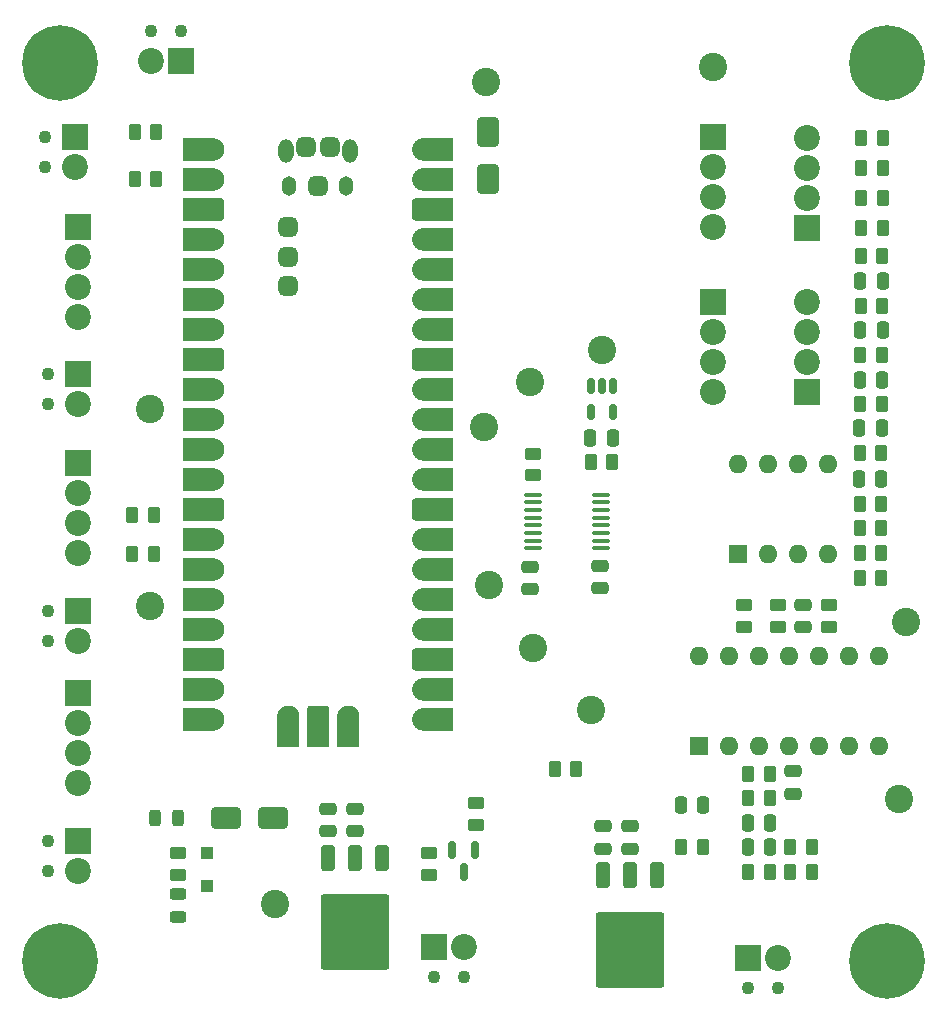
<source format=gbr>
%TF.GenerationSoftware,KiCad,Pcbnew,7.0.9-7.0.9~ubuntu22.04.1*%
%TF.CreationDate,2023-12-22T21:34:38-07:00*%
%TF.ProjectId,LC_meter,4c435f6d-6574-4657-922e-6b696361645f,rev?*%
%TF.SameCoordinates,Original*%
%TF.FileFunction,Soldermask,Top*%
%TF.FilePolarity,Negative*%
%FSLAX46Y46*%
G04 Gerber Fmt 4.6, Leading zero omitted, Abs format (unit mm)*
G04 Created by KiCad (PCBNEW 7.0.9-7.0.9~ubuntu22.04.1) date 2023-12-22 21:34:38*
%MOMM*%
%LPD*%
G01*
G04 APERTURE LIST*
G04 Aperture macros list*
%AMRoundRect*
0 Rectangle with rounded corners*
0 $1 Rounding radius*
0 $2 $3 $4 $5 $6 $7 $8 $9 X,Y pos of 4 corners*
0 Add a 4 corners polygon primitive as box body*
4,1,4,$2,$3,$4,$5,$6,$7,$8,$9,$2,$3,0*
0 Add four circle primitives for the rounded corners*
1,1,$1+$1,$2,$3*
1,1,$1+$1,$4,$5*
1,1,$1+$1,$6,$7*
1,1,$1+$1,$8,$9*
0 Add four rect primitives between the rounded corners*
20,1,$1+$1,$2,$3,$4,$5,0*
20,1,$1+$1,$4,$5,$6,$7,0*
20,1,$1+$1,$6,$7,$8,$9,0*
20,1,$1+$1,$8,$9,$2,$3,0*%
G04 Aperture macros list end*
%ADD10C,0.010000*%
%ADD11RoundRect,0.250000X-0.250000X-0.475000X0.250000X-0.475000X0.250000X0.475000X-0.250000X0.475000X0*%
%ADD12RoundRect,0.250000X-0.262500X-0.450000X0.262500X-0.450000X0.262500X0.450000X-0.262500X0.450000X0*%
%ADD13C,2.400000*%
%ADD14RoundRect,0.250000X0.250000X0.475000X-0.250000X0.475000X-0.250000X-0.475000X0.250000X-0.475000X0*%
%ADD15R,2.200000X2.200000*%
%ADD16C,2.200000*%
%ADD17RoundRect,0.243750X-0.243750X-0.456250X0.243750X-0.456250X0.243750X0.456250X-0.243750X0.456250X0*%
%ADD18RoundRect,0.250000X0.262500X0.450000X-0.262500X0.450000X-0.262500X-0.450000X0.262500X-0.450000X0*%
%ADD19RoundRect,0.250000X0.475000X-0.250000X0.475000X0.250000X-0.475000X0.250000X-0.475000X-0.250000X0*%
%ADD20RoundRect,0.250000X1.000000X0.650000X-1.000000X0.650000X-1.000000X-0.650000X1.000000X-0.650000X0*%
%ADD21RoundRect,0.250000X0.450000X-0.262500X0.450000X0.262500X-0.450000X0.262500X-0.450000X-0.262500X0*%
%ADD22RoundRect,0.250000X-0.475000X0.250000X-0.475000X-0.250000X0.475000X-0.250000X0.475000X0.250000X0*%
%ADD23R,1.600000X1.600000*%
%ADD24O,1.600000X1.600000*%
%ADD25C,1.100000*%
%ADD26RoundRect,0.250000X0.650000X-1.000000X0.650000X1.000000X-0.650000X1.000000X-0.650000X-1.000000X0*%
%ADD27O,1.304000X2.004000*%
%ADD28O,1.254000X1.654000*%
%ADD29RoundRect,0.552000X-0.300000X-0.300000X0.300000X-0.300000X0.300000X0.300000X-0.300000X0.300000X0*%
%ADD30RoundRect,0.250000X-0.350000X0.850000X-0.350000X-0.850000X0.350000X-0.850000X0.350000X0.850000X0*%
%ADD31RoundRect,0.249997X-2.650003X2.950003X-2.650003X-2.950003X2.650003X-2.950003X2.650003X2.950003X0*%
%ADD32C,0.800000*%
%ADD33C,6.400000*%
%ADD34RoundRect,0.250000X-0.450000X0.262500X-0.450000X-0.262500X0.450000X-0.262500X0.450000X0.262500X0*%
%ADD35RoundRect,0.100000X0.637500X0.100000X-0.637500X0.100000X-0.637500X-0.100000X0.637500X-0.100000X0*%
%ADD36RoundRect,0.150000X-0.150000X0.587500X-0.150000X-0.587500X0.150000X-0.587500X0.150000X0.587500X0*%
%ADD37RoundRect,0.243750X0.456250X-0.243750X0.456250X0.243750X-0.456250X0.243750X-0.456250X-0.243750X0*%
%ADD38RoundRect,0.250000X-0.300000X0.300000X-0.300000X-0.300000X0.300000X-0.300000X0.300000X0.300000X0*%
%ADD39RoundRect,0.150000X-0.150000X0.512500X-0.150000X-0.512500X0.150000X-0.512500X0.150000X0.512500X0*%
G04 APERTURE END LIST*
%TO.C,U3*%
D10*
X162954500Y-60365112D02*
X163001500Y-60369112D01*
X163048500Y-60375112D01*
X163094500Y-60384112D01*
X163140500Y-60395112D01*
X163185500Y-60408112D01*
X163230500Y-60424112D01*
X163273500Y-60442112D01*
X163316500Y-60462112D01*
X163357500Y-60485112D01*
X163397500Y-60509112D01*
X163436500Y-60536112D01*
X163473500Y-60565112D01*
X163509500Y-60595112D01*
X163543500Y-60628112D01*
X163576500Y-60662112D01*
X163606500Y-60698112D01*
X163635500Y-60735112D01*
X163662500Y-60774112D01*
X163686500Y-60814112D01*
X163709500Y-60855112D01*
X163729500Y-60898112D01*
X163747500Y-60941112D01*
X163763500Y-60986112D01*
X163776500Y-61031112D01*
X163787500Y-61077112D01*
X163796500Y-61123112D01*
X163802500Y-61170112D01*
X163806500Y-61217112D01*
X163807500Y-61264112D01*
X163806500Y-61311112D01*
X163802500Y-61358112D01*
X163796500Y-61405112D01*
X163787500Y-61451112D01*
X163776500Y-61497112D01*
X163763500Y-61542112D01*
X163747500Y-61587112D01*
X163729500Y-61630112D01*
X163709500Y-61673112D01*
X163686500Y-61714112D01*
X163662500Y-61754112D01*
X163635500Y-61793112D01*
X163606500Y-61830112D01*
X163576500Y-61866112D01*
X163543500Y-61900112D01*
X163509500Y-61933112D01*
X163473500Y-61963112D01*
X163436500Y-61992112D01*
X163397500Y-62019112D01*
X163357500Y-62043112D01*
X163316500Y-62066112D01*
X163273500Y-62086112D01*
X163230500Y-62104112D01*
X163185500Y-62120112D01*
X163140500Y-62133112D01*
X163094500Y-62144112D01*
X163048500Y-62153112D01*
X163001500Y-62159112D01*
X162954500Y-62163112D01*
X162907500Y-62164112D01*
X160407500Y-62164112D01*
X160407500Y-60364112D01*
X162907500Y-60364112D01*
X162954500Y-60365112D01*
G36*
X162954500Y-60365112D02*
G01*
X163001500Y-60369112D01*
X163048500Y-60375112D01*
X163094500Y-60384112D01*
X163140500Y-60395112D01*
X163185500Y-60408112D01*
X163230500Y-60424112D01*
X163273500Y-60442112D01*
X163316500Y-60462112D01*
X163357500Y-60485112D01*
X163397500Y-60509112D01*
X163436500Y-60536112D01*
X163473500Y-60565112D01*
X163509500Y-60595112D01*
X163543500Y-60628112D01*
X163576500Y-60662112D01*
X163606500Y-60698112D01*
X163635500Y-60735112D01*
X163662500Y-60774112D01*
X163686500Y-60814112D01*
X163709500Y-60855112D01*
X163729500Y-60898112D01*
X163747500Y-60941112D01*
X163763500Y-60986112D01*
X163776500Y-61031112D01*
X163787500Y-61077112D01*
X163796500Y-61123112D01*
X163802500Y-61170112D01*
X163806500Y-61217112D01*
X163807500Y-61264112D01*
X163806500Y-61311112D01*
X163802500Y-61358112D01*
X163796500Y-61405112D01*
X163787500Y-61451112D01*
X163776500Y-61497112D01*
X163763500Y-61542112D01*
X163747500Y-61587112D01*
X163729500Y-61630112D01*
X163709500Y-61673112D01*
X163686500Y-61714112D01*
X163662500Y-61754112D01*
X163635500Y-61793112D01*
X163606500Y-61830112D01*
X163576500Y-61866112D01*
X163543500Y-61900112D01*
X163509500Y-61933112D01*
X163473500Y-61963112D01*
X163436500Y-61992112D01*
X163397500Y-62019112D01*
X163357500Y-62043112D01*
X163316500Y-62066112D01*
X163273500Y-62086112D01*
X163230500Y-62104112D01*
X163185500Y-62120112D01*
X163140500Y-62133112D01*
X163094500Y-62144112D01*
X163048500Y-62153112D01*
X163001500Y-62159112D01*
X162954500Y-62163112D01*
X162907500Y-62164112D01*
X160407500Y-62164112D01*
X160407500Y-60364112D01*
X162907500Y-60364112D01*
X162954500Y-60365112D01*
G37*
X162954500Y-62905112D02*
X163001500Y-62909112D01*
X163048500Y-62915112D01*
X163094500Y-62924112D01*
X163140500Y-62935112D01*
X163185500Y-62948112D01*
X163230500Y-62964112D01*
X163273500Y-62982112D01*
X163316500Y-63002112D01*
X163357500Y-63025112D01*
X163397500Y-63049112D01*
X163436500Y-63076112D01*
X163473500Y-63105112D01*
X163509500Y-63135112D01*
X163543500Y-63168112D01*
X163576500Y-63202112D01*
X163606500Y-63238112D01*
X163635500Y-63275112D01*
X163662500Y-63314112D01*
X163686500Y-63354112D01*
X163709500Y-63395112D01*
X163729500Y-63438112D01*
X163747500Y-63481112D01*
X163763500Y-63526112D01*
X163776500Y-63571112D01*
X163787500Y-63617112D01*
X163796500Y-63663112D01*
X163802500Y-63710112D01*
X163806500Y-63757112D01*
X163807500Y-63804112D01*
X163806500Y-63851112D01*
X163802500Y-63898112D01*
X163796500Y-63945112D01*
X163787500Y-63991112D01*
X163776500Y-64037112D01*
X163763500Y-64082112D01*
X163747500Y-64127112D01*
X163729500Y-64170112D01*
X163709500Y-64213112D01*
X163686500Y-64254112D01*
X163662500Y-64294112D01*
X163635500Y-64333112D01*
X163606500Y-64370112D01*
X163576500Y-64406112D01*
X163543500Y-64440112D01*
X163509500Y-64473112D01*
X163473500Y-64503112D01*
X163436500Y-64532112D01*
X163397500Y-64559112D01*
X163357500Y-64583112D01*
X163316500Y-64606112D01*
X163273500Y-64626112D01*
X163230500Y-64644112D01*
X163185500Y-64660112D01*
X163140500Y-64673112D01*
X163094500Y-64684112D01*
X163048500Y-64693112D01*
X163001500Y-64699112D01*
X162954500Y-64703112D01*
X162907500Y-64704112D01*
X160407500Y-64704112D01*
X160407500Y-62904112D01*
X162907500Y-62904112D01*
X162954500Y-62905112D01*
G36*
X162954500Y-62905112D02*
G01*
X163001500Y-62909112D01*
X163048500Y-62915112D01*
X163094500Y-62924112D01*
X163140500Y-62935112D01*
X163185500Y-62948112D01*
X163230500Y-62964112D01*
X163273500Y-62982112D01*
X163316500Y-63002112D01*
X163357500Y-63025112D01*
X163397500Y-63049112D01*
X163436500Y-63076112D01*
X163473500Y-63105112D01*
X163509500Y-63135112D01*
X163543500Y-63168112D01*
X163576500Y-63202112D01*
X163606500Y-63238112D01*
X163635500Y-63275112D01*
X163662500Y-63314112D01*
X163686500Y-63354112D01*
X163709500Y-63395112D01*
X163729500Y-63438112D01*
X163747500Y-63481112D01*
X163763500Y-63526112D01*
X163776500Y-63571112D01*
X163787500Y-63617112D01*
X163796500Y-63663112D01*
X163802500Y-63710112D01*
X163806500Y-63757112D01*
X163807500Y-63804112D01*
X163806500Y-63851112D01*
X163802500Y-63898112D01*
X163796500Y-63945112D01*
X163787500Y-63991112D01*
X163776500Y-64037112D01*
X163763500Y-64082112D01*
X163747500Y-64127112D01*
X163729500Y-64170112D01*
X163709500Y-64213112D01*
X163686500Y-64254112D01*
X163662500Y-64294112D01*
X163635500Y-64333112D01*
X163606500Y-64370112D01*
X163576500Y-64406112D01*
X163543500Y-64440112D01*
X163509500Y-64473112D01*
X163473500Y-64503112D01*
X163436500Y-64532112D01*
X163397500Y-64559112D01*
X163357500Y-64583112D01*
X163316500Y-64606112D01*
X163273500Y-64626112D01*
X163230500Y-64644112D01*
X163185500Y-64660112D01*
X163140500Y-64673112D01*
X163094500Y-64684112D01*
X163048500Y-64693112D01*
X163001500Y-64699112D01*
X162954500Y-64703112D01*
X162907500Y-64704112D01*
X160407500Y-64704112D01*
X160407500Y-62904112D01*
X162907500Y-62904112D01*
X162954500Y-62905112D01*
G37*
X162954500Y-67985112D02*
X163001500Y-67989112D01*
X163048500Y-67995112D01*
X163094500Y-68004112D01*
X163140500Y-68015112D01*
X163185500Y-68028112D01*
X163230500Y-68044112D01*
X163273500Y-68062112D01*
X163316500Y-68082112D01*
X163357500Y-68105112D01*
X163397500Y-68129112D01*
X163436500Y-68156112D01*
X163473500Y-68185112D01*
X163509500Y-68215112D01*
X163543500Y-68248112D01*
X163576500Y-68282112D01*
X163606500Y-68318112D01*
X163635500Y-68355112D01*
X163662500Y-68394112D01*
X163686500Y-68434112D01*
X163709500Y-68475112D01*
X163729500Y-68518112D01*
X163747500Y-68561112D01*
X163763500Y-68606112D01*
X163776500Y-68651112D01*
X163787500Y-68697112D01*
X163796500Y-68743112D01*
X163802500Y-68790112D01*
X163806500Y-68837112D01*
X163807500Y-68884112D01*
X163806500Y-68931112D01*
X163802500Y-68978112D01*
X163796500Y-69025112D01*
X163787500Y-69071112D01*
X163776500Y-69117112D01*
X163763500Y-69162112D01*
X163747500Y-69207112D01*
X163729500Y-69250112D01*
X163709500Y-69293112D01*
X163686500Y-69334112D01*
X163662500Y-69374112D01*
X163635500Y-69413112D01*
X163606500Y-69450112D01*
X163576500Y-69486112D01*
X163543500Y-69520112D01*
X163509500Y-69553112D01*
X163473500Y-69583112D01*
X163436500Y-69612112D01*
X163397500Y-69639112D01*
X163357500Y-69663112D01*
X163316500Y-69686112D01*
X163273500Y-69706112D01*
X163230500Y-69724112D01*
X163185500Y-69740112D01*
X163140500Y-69753112D01*
X163094500Y-69764112D01*
X163048500Y-69773112D01*
X163001500Y-69779112D01*
X162954500Y-69783112D01*
X162907500Y-69784112D01*
X160407500Y-69784112D01*
X160407500Y-67984112D01*
X162907500Y-67984112D01*
X162954500Y-67985112D01*
G36*
X162954500Y-67985112D02*
G01*
X163001500Y-67989112D01*
X163048500Y-67995112D01*
X163094500Y-68004112D01*
X163140500Y-68015112D01*
X163185500Y-68028112D01*
X163230500Y-68044112D01*
X163273500Y-68062112D01*
X163316500Y-68082112D01*
X163357500Y-68105112D01*
X163397500Y-68129112D01*
X163436500Y-68156112D01*
X163473500Y-68185112D01*
X163509500Y-68215112D01*
X163543500Y-68248112D01*
X163576500Y-68282112D01*
X163606500Y-68318112D01*
X163635500Y-68355112D01*
X163662500Y-68394112D01*
X163686500Y-68434112D01*
X163709500Y-68475112D01*
X163729500Y-68518112D01*
X163747500Y-68561112D01*
X163763500Y-68606112D01*
X163776500Y-68651112D01*
X163787500Y-68697112D01*
X163796500Y-68743112D01*
X163802500Y-68790112D01*
X163806500Y-68837112D01*
X163807500Y-68884112D01*
X163806500Y-68931112D01*
X163802500Y-68978112D01*
X163796500Y-69025112D01*
X163787500Y-69071112D01*
X163776500Y-69117112D01*
X163763500Y-69162112D01*
X163747500Y-69207112D01*
X163729500Y-69250112D01*
X163709500Y-69293112D01*
X163686500Y-69334112D01*
X163662500Y-69374112D01*
X163635500Y-69413112D01*
X163606500Y-69450112D01*
X163576500Y-69486112D01*
X163543500Y-69520112D01*
X163509500Y-69553112D01*
X163473500Y-69583112D01*
X163436500Y-69612112D01*
X163397500Y-69639112D01*
X163357500Y-69663112D01*
X163316500Y-69686112D01*
X163273500Y-69706112D01*
X163230500Y-69724112D01*
X163185500Y-69740112D01*
X163140500Y-69753112D01*
X163094500Y-69764112D01*
X163048500Y-69773112D01*
X163001500Y-69779112D01*
X162954500Y-69783112D01*
X162907500Y-69784112D01*
X160407500Y-69784112D01*
X160407500Y-67984112D01*
X162907500Y-67984112D01*
X162954500Y-67985112D01*
G37*
X162954500Y-70525112D02*
X163001500Y-70529112D01*
X163048500Y-70535112D01*
X163094500Y-70544112D01*
X163140500Y-70555112D01*
X163185500Y-70568112D01*
X163230500Y-70584112D01*
X163273500Y-70602112D01*
X163316500Y-70622112D01*
X163357500Y-70645112D01*
X163397500Y-70669112D01*
X163436500Y-70696112D01*
X163473500Y-70725112D01*
X163509500Y-70755112D01*
X163543500Y-70788112D01*
X163576500Y-70822112D01*
X163606500Y-70858112D01*
X163635500Y-70895112D01*
X163662500Y-70934112D01*
X163686500Y-70974112D01*
X163709500Y-71015112D01*
X163729500Y-71058112D01*
X163747500Y-71101112D01*
X163763500Y-71146112D01*
X163776500Y-71191112D01*
X163787500Y-71237112D01*
X163796500Y-71283112D01*
X163802500Y-71330112D01*
X163806500Y-71377112D01*
X163807500Y-71424112D01*
X163806500Y-71471112D01*
X163802500Y-71518112D01*
X163796500Y-71565112D01*
X163787500Y-71611112D01*
X163776500Y-71657112D01*
X163763500Y-71702112D01*
X163747500Y-71747112D01*
X163729500Y-71790112D01*
X163709500Y-71833112D01*
X163686500Y-71874112D01*
X163662500Y-71914112D01*
X163635500Y-71953112D01*
X163606500Y-71990112D01*
X163576500Y-72026112D01*
X163543500Y-72060112D01*
X163509500Y-72093112D01*
X163473500Y-72123112D01*
X163436500Y-72152112D01*
X163397500Y-72179112D01*
X163357500Y-72203112D01*
X163316500Y-72226112D01*
X163273500Y-72246112D01*
X163230500Y-72264112D01*
X163185500Y-72280112D01*
X163140500Y-72293112D01*
X163094500Y-72304112D01*
X163048500Y-72313112D01*
X163001500Y-72319112D01*
X162954500Y-72323112D01*
X162907500Y-72324112D01*
X160407500Y-72324112D01*
X160407500Y-70524112D01*
X162907500Y-70524112D01*
X162954500Y-70525112D01*
G36*
X162954500Y-70525112D02*
G01*
X163001500Y-70529112D01*
X163048500Y-70535112D01*
X163094500Y-70544112D01*
X163140500Y-70555112D01*
X163185500Y-70568112D01*
X163230500Y-70584112D01*
X163273500Y-70602112D01*
X163316500Y-70622112D01*
X163357500Y-70645112D01*
X163397500Y-70669112D01*
X163436500Y-70696112D01*
X163473500Y-70725112D01*
X163509500Y-70755112D01*
X163543500Y-70788112D01*
X163576500Y-70822112D01*
X163606500Y-70858112D01*
X163635500Y-70895112D01*
X163662500Y-70934112D01*
X163686500Y-70974112D01*
X163709500Y-71015112D01*
X163729500Y-71058112D01*
X163747500Y-71101112D01*
X163763500Y-71146112D01*
X163776500Y-71191112D01*
X163787500Y-71237112D01*
X163796500Y-71283112D01*
X163802500Y-71330112D01*
X163806500Y-71377112D01*
X163807500Y-71424112D01*
X163806500Y-71471112D01*
X163802500Y-71518112D01*
X163796500Y-71565112D01*
X163787500Y-71611112D01*
X163776500Y-71657112D01*
X163763500Y-71702112D01*
X163747500Y-71747112D01*
X163729500Y-71790112D01*
X163709500Y-71833112D01*
X163686500Y-71874112D01*
X163662500Y-71914112D01*
X163635500Y-71953112D01*
X163606500Y-71990112D01*
X163576500Y-72026112D01*
X163543500Y-72060112D01*
X163509500Y-72093112D01*
X163473500Y-72123112D01*
X163436500Y-72152112D01*
X163397500Y-72179112D01*
X163357500Y-72203112D01*
X163316500Y-72226112D01*
X163273500Y-72246112D01*
X163230500Y-72264112D01*
X163185500Y-72280112D01*
X163140500Y-72293112D01*
X163094500Y-72304112D01*
X163048500Y-72313112D01*
X163001500Y-72319112D01*
X162954500Y-72323112D01*
X162907500Y-72324112D01*
X160407500Y-72324112D01*
X160407500Y-70524112D01*
X162907500Y-70524112D01*
X162954500Y-70525112D01*
G37*
X162954500Y-73065112D02*
X163001500Y-73069112D01*
X163048500Y-73075112D01*
X163094500Y-73084112D01*
X163140500Y-73095112D01*
X163185500Y-73108112D01*
X163230500Y-73124112D01*
X163273500Y-73142112D01*
X163316500Y-73162112D01*
X163357500Y-73185112D01*
X163397500Y-73209112D01*
X163436500Y-73236112D01*
X163473500Y-73265112D01*
X163509500Y-73295112D01*
X163543500Y-73328112D01*
X163576500Y-73362112D01*
X163606500Y-73398112D01*
X163635500Y-73435112D01*
X163662500Y-73474112D01*
X163686500Y-73514112D01*
X163709500Y-73555112D01*
X163729500Y-73598112D01*
X163747500Y-73641112D01*
X163763500Y-73686112D01*
X163776500Y-73731112D01*
X163787500Y-73777112D01*
X163796500Y-73823112D01*
X163802500Y-73870112D01*
X163806500Y-73917112D01*
X163807500Y-73964112D01*
X163806500Y-74011112D01*
X163802500Y-74058112D01*
X163796500Y-74105112D01*
X163787500Y-74151112D01*
X163776500Y-74197112D01*
X163763500Y-74242112D01*
X163747500Y-74287112D01*
X163729500Y-74330112D01*
X163709500Y-74373112D01*
X163686500Y-74414112D01*
X163662500Y-74454112D01*
X163635500Y-74493112D01*
X163606500Y-74530112D01*
X163576500Y-74566112D01*
X163543500Y-74600112D01*
X163509500Y-74633112D01*
X163473500Y-74663112D01*
X163436500Y-74692112D01*
X163397500Y-74719112D01*
X163357500Y-74743112D01*
X163316500Y-74766112D01*
X163273500Y-74786112D01*
X163230500Y-74804112D01*
X163185500Y-74820112D01*
X163140500Y-74833112D01*
X163094500Y-74844112D01*
X163048500Y-74853112D01*
X163001500Y-74859112D01*
X162954500Y-74863112D01*
X162907500Y-74864112D01*
X160407500Y-74864112D01*
X160407500Y-73064112D01*
X162907500Y-73064112D01*
X162954500Y-73065112D01*
G36*
X162954500Y-73065112D02*
G01*
X163001500Y-73069112D01*
X163048500Y-73075112D01*
X163094500Y-73084112D01*
X163140500Y-73095112D01*
X163185500Y-73108112D01*
X163230500Y-73124112D01*
X163273500Y-73142112D01*
X163316500Y-73162112D01*
X163357500Y-73185112D01*
X163397500Y-73209112D01*
X163436500Y-73236112D01*
X163473500Y-73265112D01*
X163509500Y-73295112D01*
X163543500Y-73328112D01*
X163576500Y-73362112D01*
X163606500Y-73398112D01*
X163635500Y-73435112D01*
X163662500Y-73474112D01*
X163686500Y-73514112D01*
X163709500Y-73555112D01*
X163729500Y-73598112D01*
X163747500Y-73641112D01*
X163763500Y-73686112D01*
X163776500Y-73731112D01*
X163787500Y-73777112D01*
X163796500Y-73823112D01*
X163802500Y-73870112D01*
X163806500Y-73917112D01*
X163807500Y-73964112D01*
X163806500Y-74011112D01*
X163802500Y-74058112D01*
X163796500Y-74105112D01*
X163787500Y-74151112D01*
X163776500Y-74197112D01*
X163763500Y-74242112D01*
X163747500Y-74287112D01*
X163729500Y-74330112D01*
X163709500Y-74373112D01*
X163686500Y-74414112D01*
X163662500Y-74454112D01*
X163635500Y-74493112D01*
X163606500Y-74530112D01*
X163576500Y-74566112D01*
X163543500Y-74600112D01*
X163509500Y-74633112D01*
X163473500Y-74663112D01*
X163436500Y-74692112D01*
X163397500Y-74719112D01*
X163357500Y-74743112D01*
X163316500Y-74766112D01*
X163273500Y-74786112D01*
X163230500Y-74804112D01*
X163185500Y-74820112D01*
X163140500Y-74833112D01*
X163094500Y-74844112D01*
X163048500Y-74853112D01*
X163001500Y-74859112D01*
X162954500Y-74863112D01*
X162907500Y-74864112D01*
X160407500Y-74864112D01*
X160407500Y-73064112D01*
X162907500Y-73064112D01*
X162954500Y-73065112D01*
G37*
X162954500Y-75605112D02*
X163001500Y-75609112D01*
X163048500Y-75615112D01*
X163094500Y-75624112D01*
X163140500Y-75635112D01*
X163185500Y-75648112D01*
X163230500Y-75664112D01*
X163273500Y-75682112D01*
X163316500Y-75702112D01*
X163357500Y-75725112D01*
X163397500Y-75749112D01*
X163436500Y-75776112D01*
X163473500Y-75805112D01*
X163509500Y-75835112D01*
X163543500Y-75868112D01*
X163576500Y-75902112D01*
X163606500Y-75938112D01*
X163635500Y-75975112D01*
X163662500Y-76014112D01*
X163686500Y-76054112D01*
X163709500Y-76095112D01*
X163729500Y-76138112D01*
X163747500Y-76181112D01*
X163763500Y-76226112D01*
X163776500Y-76271112D01*
X163787500Y-76317112D01*
X163796500Y-76363112D01*
X163802500Y-76410112D01*
X163806500Y-76457112D01*
X163807500Y-76504112D01*
X163806500Y-76551112D01*
X163802500Y-76598112D01*
X163796500Y-76645112D01*
X163787500Y-76691112D01*
X163776500Y-76737112D01*
X163763500Y-76782112D01*
X163747500Y-76827112D01*
X163729500Y-76870112D01*
X163709500Y-76913112D01*
X163686500Y-76954112D01*
X163662500Y-76994112D01*
X163635500Y-77033112D01*
X163606500Y-77070112D01*
X163576500Y-77106112D01*
X163543500Y-77140112D01*
X163509500Y-77173112D01*
X163473500Y-77203112D01*
X163436500Y-77232112D01*
X163397500Y-77259112D01*
X163357500Y-77283112D01*
X163316500Y-77306112D01*
X163273500Y-77326112D01*
X163230500Y-77344112D01*
X163185500Y-77360112D01*
X163140500Y-77373112D01*
X163094500Y-77384112D01*
X163048500Y-77393112D01*
X163001500Y-77399112D01*
X162954500Y-77403112D01*
X162907500Y-77404112D01*
X160407500Y-77404112D01*
X160407500Y-75604112D01*
X162907500Y-75604112D01*
X162954500Y-75605112D01*
G36*
X162954500Y-75605112D02*
G01*
X163001500Y-75609112D01*
X163048500Y-75615112D01*
X163094500Y-75624112D01*
X163140500Y-75635112D01*
X163185500Y-75648112D01*
X163230500Y-75664112D01*
X163273500Y-75682112D01*
X163316500Y-75702112D01*
X163357500Y-75725112D01*
X163397500Y-75749112D01*
X163436500Y-75776112D01*
X163473500Y-75805112D01*
X163509500Y-75835112D01*
X163543500Y-75868112D01*
X163576500Y-75902112D01*
X163606500Y-75938112D01*
X163635500Y-75975112D01*
X163662500Y-76014112D01*
X163686500Y-76054112D01*
X163709500Y-76095112D01*
X163729500Y-76138112D01*
X163747500Y-76181112D01*
X163763500Y-76226112D01*
X163776500Y-76271112D01*
X163787500Y-76317112D01*
X163796500Y-76363112D01*
X163802500Y-76410112D01*
X163806500Y-76457112D01*
X163807500Y-76504112D01*
X163806500Y-76551112D01*
X163802500Y-76598112D01*
X163796500Y-76645112D01*
X163787500Y-76691112D01*
X163776500Y-76737112D01*
X163763500Y-76782112D01*
X163747500Y-76827112D01*
X163729500Y-76870112D01*
X163709500Y-76913112D01*
X163686500Y-76954112D01*
X163662500Y-76994112D01*
X163635500Y-77033112D01*
X163606500Y-77070112D01*
X163576500Y-77106112D01*
X163543500Y-77140112D01*
X163509500Y-77173112D01*
X163473500Y-77203112D01*
X163436500Y-77232112D01*
X163397500Y-77259112D01*
X163357500Y-77283112D01*
X163316500Y-77306112D01*
X163273500Y-77326112D01*
X163230500Y-77344112D01*
X163185500Y-77360112D01*
X163140500Y-77373112D01*
X163094500Y-77384112D01*
X163048500Y-77393112D01*
X163001500Y-77399112D01*
X162954500Y-77403112D01*
X162907500Y-77404112D01*
X160407500Y-77404112D01*
X160407500Y-75604112D01*
X162907500Y-75604112D01*
X162954500Y-75605112D01*
G37*
X162954500Y-80685112D02*
X163001500Y-80689112D01*
X163048500Y-80695112D01*
X163094500Y-80704112D01*
X163140500Y-80715112D01*
X163185500Y-80728112D01*
X163230500Y-80744112D01*
X163273500Y-80762112D01*
X163316500Y-80782112D01*
X163357500Y-80805112D01*
X163397500Y-80829112D01*
X163436500Y-80856112D01*
X163473500Y-80885112D01*
X163509500Y-80915112D01*
X163543500Y-80948112D01*
X163576500Y-80982112D01*
X163606500Y-81018112D01*
X163635500Y-81055112D01*
X163662500Y-81094112D01*
X163686500Y-81134112D01*
X163709500Y-81175112D01*
X163729500Y-81218112D01*
X163747500Y-81261112D01*
X163763500Y-81306112D01*
X163776500Y-81351112D01*
X163787500Y-81397112D01*
X163796500Y-81443112D01*
X163802500Y-81490112D01*
X163806500Y-81537112D01*
X163807500Y-81584112D01*
X163806500Y-81631112D01*
X163802500Y-81678112D01*
X163796500Y-81725112D01*
X163787500Y-81771112D01*
X163776500Y-81817112D01*
X163763500Y-81862112D01*
X163747500Y-81907112D01*
X163729500Y-81950112D01*
X163709500Y-81993112D01*
X163686500Y-82034112D01*
X163662500Y-82074112D01*
X163635500Y-82113112D01*
X163606500Y-82150112D01*
X163576500Y-82186112D01*
X163543500Y-82220112D01*
X163509500Y-82253112D01*
X163473500Y-82283112D01*
X163436500Y-82312112D01*
X163397500Y-82339112D01*
X163357500Y-82363112D01*
X163316500Y-82386112D01*
X163273500Y-82406112D01*
X163230500Y-82424112D01*
X163185500Y-82440112D01*
X163140500Y-82453112D01*
X163094500Y-82464112D01*
X163048500Y-82473112D01*
X163001500Y-82479112D01*
X162954500Y-82483112D01*
X162907500Y-82484112D01*
X160407500Y-82484112D01*
X160407500Y-80684112D01*
X162907500Y-80684112D01*
X162954500Y-80685112D01*
G36*
X162954500Y-80685112D02*
G01*
X163001500Y-80689112D01*
X163048500Y-80695112D01*
X163094500Y-80704112D01*
X163140500Y-80715112D01*
X163185500Y-80728112D01*
X163230500Y-80744112D01*
X163273500Y-80762112D01*
X163316500Y-80782112D01*
X163357500Y-80805112D01*
X163397500Y-80829112D01*
X163436500Y-80856112D01*
X163473500Y-80885112D01*
X163509500Y-80915112D01*
X163543500Y-80948112D01*
X163576500Y-80982112D01*
X163606500Y-81018112D01*
X163635500Y-81055112D01*
X163662500Y-81094112D01*
X163686500Y-81134112D01*
X163709500Y-81175112D01*
X163729500Y-81218112D01*
X163747500Y-81261112D01*
X163763500Y-81306112D01*
X163776500Y-81351112D01*
X163787500Y-81397112D01*
X163796500Y-81443112D01*
X163802500Y-81490112D01*
X163806500Y-81537112D01*
X163807500Y-81584112D01*
X163806500Y-81631112D01*
X163802500Y-81678112D01*
X163796500Y-81725112D01*
X163787500Y-81771112D01*
X163776500Y-81817112D01*
X163763500Y-81862112D01*
X163747500Y-81907112D01*
X163729500Y-81950112D01*
X163709500Y-81993112D01*
X163686500Y-82034112D01*
X163662500Y-82074112D01*
X163635500Y-82113112D01*
X163606500Y-82150112D01*
X163576500Y-82186112D01*
X163543500Y-82220112D01*
X163509500Y-82253112D01*
X163473500Y-82283112D01*
X163436500Y-82312112D01*
X163397500Y-82339112D01*
X163357500Y-82363112D01*
X163316500Y-82386112D01*
X163273500Y-82406112D01*
X163230500Y-82424112D01*
X163185500Y-82440112D01*
X163140500Y-82453112D01*
X163094500Y-82464112D01*
X163048500Y-82473112D01*
X163001500Y-82479112D01*
X162954500Y-82483112D01*
X162907500Y-82484112D01*
X160407500Y-82484112D01*
X160407500Y-80684112D01*
X162907500Y-80684112D01*
X162954500Y-80685112D01*
G37*
X162954500Y-83225112D02*
X163001500Y-83229112D01*
X163048500Y-83235112D01*
X163094500Y-83244112D01*
X163140500Y-83255112D01*
X163185500Y-83268112D01*
X163230500Y-83284112D01*
X163273500Y-83302112D01*
X163316500Y-83322112D01*
X163357500Y-83345112D01*
X163397500Y-83369112D01*
X163436500Y-83396112D01*
X163473500Y-83425112D01*
X163509500Y-83455112D01*
X163543500Y-83488112D01*
X163576500Y-83522112D01*
X163606500Y-83558112D01*
X163635500Y-83595112D01*
X163662500Y-83634112D01*
X163686500Y-83674112D01*
X163709500Y-83715112D01*
X163729500Y-83758112D01*
X163747500Y-83801112D01*
X163763500Y-83846112D01*
X163776500Y-83891112D01*
X163787500Y-83937112D01*
X163796500Y-83983112D01*
X163802500Y-84030112D01*
X163806500Y-84077112D01*
X163807500Y-84124112D01*
X163806500Y-84171112D01*
X163802500Y-84218112D01*
X163796500Y-84265112D01*
X163787500Y-84311112D01*
X163776500Y-84357112D01*
X163763500Y-84402112D01*
X163747500Y-84447112D01*
X163729500Y-84490112D01*
X163709500Y-84533112D01*
X163686500Y-84574112D01*
X163662500Y-84614112D01*
X163635500Y-84653112D01*
X163606500Y-84690112D01*
X163576500Y-84726112D01*
X163543500Y-84760112D01*
X163509500Y-84793112D01*
X163473500Y-84823112D01*
X163436500Y-84852112D01*
X163397500Y-84879112D01*
X163357500Y-84903112D01*
X163316500Y-84926112D01*
X163273500Y-84946112D01*
X163230500Y-84964112D01*
X163185500Y-84980112D01*
X163140500Y-84993112D01*
X163094500Y-85004112D01*
X163048500Y-85013112D01*
X163001500Y-85019112D01*
X162954500Y-85023112D01*
X162907500Y-85024112D01*
X160407500Y-85024112D01*
X160407500Y-83224112D01*
X162907500Y-83224112D01*
X162954500Y-83225112D01*
G36*
X162954500Y-83225112D02*
G01*
X163001500Y-83229112D01*
X163048500Y-83235112D01*
X163094500Y-83244112D01*
X163140500Y-83255112D01*
X163185500Y-83268112D01*
X163230500Y-83284112D01*
X163273500Y-83302112D01*
X163316500Y-83322112D01*
X163357500Y-83345112D01*
X163397500Y-83369112D01*
X163436500Y-83396112D01*
X163473500Y-83425112D01*
X163509500Y-83455112D01*
X163543500Y-83488112D01*
X163576500Y-83522112D01*
X163606500Y-83558112D01*
X163635500Y-83595112D01*
X163662500Y-83634112D01*
X163686500Y-83674112D01*
X163709500Y-83715112D01*
X163729500Y-83758112D01*
X163747500Y-83801112D01*
X163763500Y-83846112D01*
X163776500Y-83891112D01*
X163787500Y-83937112D01*
X163796500Y-83983112D01*
X163802500Y-84030112D01*
X163806500Y-84077112D01*
X163807500Y-84124112D01*
X163806500Y-84171112D01*
X163802500Y-84218112D01*
X163796500Y-84265112D01*
X163787500Y-84311112D01*
X163776500Y-84357112D01*
X163763500Y-84402112D01*
X163747500Y-84447112D01*
X163729500Y-84490112D01*
X163709500Y-84533112D01*
X163686500Y-84574112D01*
X163662500Y-84614112D01*
X163635500Y-84653112D01*
X163606500Y-84690112D01*
X163576500Y-84726112D01*
X163543500Y-84760112D01*
X163509500Y-84793112D01*
X163473500Y-84823112D01*
X163436500Y-84852112D01*
X163397500Y-84879112D01*
X163357500Y-84903112D01*
X163316500Y-84926112D01*
X163273500Y-84946112D01*
X163230500Y-84964112D01*
X163185500Y-84980112D01*
X163140500Y-84993112D01*
X163094500Y-85004112D01*
X163048500Y-85013112D01*
X163001500Y-85019112D01*
X162954500Y-85023112D01*
X162907500Y-85024112D01*
X160407500Y-85024112D01*
X160407500Y-83224112D01*
X162907500Y-83224112D01*
X162954500Y-83225112D01*
G37*
X162954500Y-85765112D02*
X163001500Y-85769112D01*
X163048500Y-85775112D01*
X163094500Y-85784112D01*
X163140500Y-85795112D01*
X163185500Y-85808112D01*
X163230500Y-85824112D01*
X163273500Y-85842112D01*
X163316500Y-85862112D01*
X163357500Y-85885112D01*
X163397500Y-85909112D01*
X163436500Y-85936112D01*
X163473500Y-85965112D01*
X163509500Y-85995112D01*
X163543500Y-86028112D01*
X163576500Y-86062112D01*
X163606500Y-86098112D01*
X163635500Y-86135112D01*
X163662500Y-86174112D01*
X163686500Y-86214112D01*
X163709500Y-86255112D01*
X163729500Y-86298112D01*
X163747500Y-86341112D01*
X163763500Y-86386112D01*
X163776500Y-86431112D01*
X163787500Y-86477112D01*
X163796500Y-86523112D01*
X163802500Y-86570112D01*
X163806500Y-86617112D01*
X163807500Y-86664112D01*
X163806500Y-86711112D01*
X163802500Y-86758112D01*
X163796500Y-86805112D01*
X163787500Y-86851112D01*
X163776500Y-86897112D01*
X163763500Y-86942112D01*
X163747500Y-86987112D01*
X163729500Y-87030112D01*
X163709500Y-87073112D01*
X163686500Y-87114112D01*
X163662500Y-87154112D01*
X163635500Y-87193112D01*
X163606500Y-87230112D01*
X163576500Y-87266112D01*
X163543500Y-87300112D01*
X163509500Y-87333112D01*
X163473500Y-87363112D01*
X163436500Y-87392112D01*
X163397500Y-87419112D01*
X163357500Y-87443112D01*
X163316500Y-87466112D01*
X163273500Y-87486112D01*
X163230500Y-87504112D01*
X163185500Y-87520112D01*
X163140500Y-87533112D01*
X163094500Y-87544112D01*
X163048500Y-87553112D01*
X163001500Y-87559112D01*
X162954500Y-87563112D01*
X162907500Y-87564112D01*
X160407500Y-87564112D01*
X160407500Y-85764112D01*
X162907500Y-85764112D01*
X162954500Y-85765112D01*
G36*
X162954500Y-85765112D02*
G01*
X163001500Y-85769112D01*
X163048500Y-85775112D01*
X163094500Y-85784112D01*
X163140500Y-85795112D01*
X163185500Y-85808112D01*
X163230500Y-85824112D01*
X163273500Y-85842112D01*
X163316500Y-85862112D01*
X163357500Y-85885112D01*
X163397500Y-85909112D01*
X163436500Y-85936112D01*
X163473500Y-85965112D01*
X163509500Y-85995112D01*
X163543500Y-86028112D01*
X163576500Y-86062112D01*
X163606500Y-86098112D01*
X163635500Y-86135112D01*
X163662500Y-86174112D01*
X163686500Y-86214112D01*
X163709500Y-86255112D01*
X163729500Y-86298112D01*
X163747500Y-86341112D01*
X163763500Y-86386112D01*
X163776500Y-86431112D01*
X163787500Y-86477112D01*
X163796500Y-86523112D01*
X163802500Y-86570112D01*
X163806500Y-86617112D01*
X163807500Y-86664112D01*
X163806500Y-86711112D01*
X163802500Y-86758112D01*
X163796500Y-86805112D01*
X163787500Y-86851112D01*
X163776500Y-86897112D01*
X163763500Y-86942112D01*
X163747500Y-86987112D01*
X163729500Y-87030112D01*
X163709500Y-87073112D01*
X163686500Y-87114112D01*
X163662500Y-87154112D01*
X163635500Y-87193112D01*
X163606500Y-87230112D01*
X163576500Y-87266112D01*
X163543500Y-87300112D01*
X163509500Y-87333112D01*
X163473500Y-87363112D01*
X163436500Y-87392112D01*
X163397500Y-87419112D01*
X163357500Y-87443112D01*
X163316500Y-87466112D01*
X163273500Y-87486112D01*
X163230500Y-87504112D01*
X163185500Y-87520112D01*
X163140500Y-87533112D01*
X163094500Y-87544112D01*
X163048500Y-87553112D01*
X163001500Y-87559112D01*
X162954500Y-87563112D01*
X162907500Y-87564112D01*
X160407500Y-87564112D01*
X160407500Y-85764112D01*
X162907500Y-85764112D01*
X162954500Y-85765112D01*
G37*
X162954500Y-88305112D02*
X163001500Y-88309112D01*
X163048500Y-88315112D01*
X163094500Y-88324112D01*
X163140500Y-88335112D01*
X163185500Y-88348112D01*
X163230500Y-88364112D01*
X163273500Y-88382112D01*
X163316500Y-88402112D01*
X163357500Y-88425112D01*
X163397500Y-88449112D01*
X163436500Y-88476112D01*
X163473500Y-88505112D01*
X163509500Y-88535112D01*
X163543500Y-88568112D01*
X163576500Y-88602112D01*
X163606500Y-88638112D01*
X163635500Y-88675112D01*
X163662500Y-88714112D01*
X163686500Y-88754112D01*
X163709500Y-88795112D01*
X163729500Y-88838112D01*
X163747500Y-88881112D01*
X163763500Y-88926112D01*
X163776500Y-88971112D01*
X163787500Y-89017112D01*
X163796500Y-89063112D01*
X163802500Y-89110112D01*
X163806500Y-89157112D01*
X163807500Y-89204112D01*
X163806500Y-89251112D01*
X163802500Y-89298112D01*
X163796500Y-89345112D01*
X163787500Y-89391112D01*
X163776500Y-89437112D01*
X163763500Y-89482112D01*
X163747500Y-89527112D01*
X163729500Y-89570112D01*
X163709500Y-89613112D01*
X163686500Y-89654112D01*
X163662500Y-89694112D01*
X163635500Y-89733112D01*
X163606500Y-89770112D01*
X163576500Y-89806112D01*
X163543500Y-89840112D01*
X163509500Y-89873112D01*
X163473500Y-89903112D01*
X163436500Y-89932112D01*
X163397500Y-89959112D01*
X163357500Y-89983112D01*
X163316500Y-90006112D01*
X163273500Y-90026112D01*
X163230500Y-90044112D01*
X163185500Y-90060112D01*
X163140500Y-90073112D01*
X163094500Y-90084112D01*
X163048500Y-90093112D01*
X163001500Y-90099112D01*
X162954500Y-90103112D01*
X162907500Y-90104112D01*
X160407500Y-90104112D01*
X160407500Y-88304112D01*
X162907500Y-88304112D01*
X162954500Y-88305112D01*
G36*
X162954500Y-88305112D02*
G01*
X163001500Y-88309112D01*
X163048500Y-88315112D01*
X163094500Y-88324112D01*
X163140500Y-88335112D01*
X163185500Y-88348112D01*
X163230500Y-88364112D01*
X163273500Y-88382112D01*
X163316500Y-88402112D01*
X163357500Y-88425112D01*
X163397500Y-88449112D01*
X163436500Y-88476112D01*
X163473500Y-88505112D01*
X163509500Y-88535112D01*
X163543500Y-88568112D01*
X163576500Y-88602112D01*
X163606500Y-88638112D01*
X163635500Y-88675112D01*
X163662500Y-88714112D01*
X163686500Y-88754112D01*
X163709500Y-88795112D01*
X163729500Y-88838112D01*
X163747500Y-88881112D01*
X163763500Y-88926112D01*
X163776500Y-88971112D01*
X163787500Y-89017112D01*
X163796500Y-89063112D01*
X163802500Y-89110112D01*
X163806500Y-89157112D01*
X163807500Y-89204112D01*
X163806500Y-89251112D01*
X163802500Y-89298112D01*
X163796500Y-89345112D01*
X163787500Y-89391112D01*
X163776500Y-89437112D01*
X163763500Y-89482112D01*
X163747500Y-89527112D01*
X163729500Y-89570112D01*
X163709500Y-89613112D01*
X163686500Y-89654112D01*
X163662500Y-89694112D01*
X163635500Y-89733112D01*
X163606500Y-89770112D01*
X163576500Y-89806112D01*
X163543500Y-89840112D01*
X163509500Y-89873112D01*
X163473500Y-89903112D01*
X163436500Y-89932112D01*
X163397500Y-89959112D01*
X163357500Y-89983112D01*
X163316500Y-90006112D01*
X163273500Y-90026112D01*
X163230500Y-90044112D01*
X163185500Y-90060112D01*
X163140500Y-90073112D01*
X163094500Y-90084112D01*
X163048500Y-90093112D01*
X163001500Y-90099112D01*
X162954500Y-90103112D01*
X162907500Y-90104112D01*
X160407500Y-90104112D01*
X160407500Y-88304112D01*
X162907500Y-88304112D01*
X162954500Y-88305112D01*
G37*
X162954500Y-93385112D02*
X163001500Y-93389112D01*
X163048500Y-93395112D01*
X163094500Y-93404112D01*
X163140500Y-93415112D01*
X163185500Y-93428112D01*
X163230500Y-93444112D01*
X163273500Y-93462112D01*
X163316500Y-93482112D01*
X163357500Y-93505112D01*
X163397500Y-93529112D01*
X163436500Y-93556112D01*
X163473500Y-93585112D01*
X163509500Y-93615112D01*
X163543500Y-93648112D01*
X163576500Y-93682112D01*
X163606500Y-93718112D01*
X163635500Y-93755112D01*
X163662500Y-93794112D01*
X163686500Y-93834112D01*
X163709500Y-93875112D01*
X163729500Y-93918112D01*
X163747500Y-93961112D01*
X163763500Y-94006112D01*
X163776500Y-94051112D01*
X163787500Y-94097112D01*
X163796500Y-94143112D01*
X163802500Y-94190112D01*
X163806500Y-94237112D01*
X163807500Y-94284112D01*
X163806500Y-94331112D01*
X163802500Y-94378112D01*
X163796500Y-94425112D01*
X163787500Y-94471112D01*
X163776500Y-94517112D01*
X163763500Y-94562112D01*
X163747500Y-94607112D01*
X163729500Y-94650112D01*
X163709500Y-94693112D01*
X163686500Y-94734112D01*
X163662500Y-94774112D01*
X163635500Y-94813112D01*
X163606500Y-94850112D01*
X163576500Y-94886112D01*
X163543500Y-94920112D01*
X163509500Y-94953112D01*
X163473500Y-94983112D01*
X163436500Y-95012112D01*
X163397500Y-95039112D01*
X163357500Y-95063112D01*
X163316500Y-95086112D01*
X163273500Y-95106112D01*
X163230500Y-95124112D01*
X163185500Y-95140112D01*
X163140500Y-95153112D01*
X163094500Y-95164112D01*
X163048500Y-95173112D01*
X163001500Y-95179112D01*
X162954500Y-95183112D01*
X162907500Y-95184112D01*
X160407500Y-95184112D01*
X160407500Y-93384112D01*
X162907500Y-93384112D01*
X162954500Y-93385112D01*
G36*
X162954500Y-93385112D02*
G01*
X163001500Y-93389112D01*
X163048500Y-93395112D01*
X163094500Y-93404112D01*
X163140500Y-93415112D01*
X163185500Y-93428112D01*
X163230500Y-93444112D01*
X163273500Y-93462112D01*
X163316500Y-93482112D01*
X163357500Y-93505112D01*
X163397500Y-93529112D01*
X163436500Y-93556112D01*
X163473500Y-93585112D01*
X163509500Y-93615112D01*
X163543500Y-93648112D01*
X163576500Y-93682112D01*
X163606500Y-93718112D01*
X163635500Y-93755112D01*
X163662500Y-93794112D01*
X163686500Y-93834112D01*
X163709500Y-93875112D01*
X163729500Y-93918112D01*
X163747500Y-93961112D01*
X163763500Y-94006112D01*
X163776500Y-94051112D01*
X163787500Y-94097112D01*
X163796500Y-94143112D01*
X163802500Y-94190112D01*
X163806500Y-94237112D01*
X163807500Y-94284112D01*
X163806500Y-94331112D01*
X163802500Y-94378112D01*
X163796500Y-94425112D01*
X163787500Y-94471112D01*
X163776500Y-94517112D01*
X163763500Y-94562112D01*
X163747500Y-94607112D01*
X163729500Y-94650112D01*
X163709500Y-94693112D01*
X163686500Y-94734112D01*
X163662500Y-94774112D01*
X163635500Y-94813112D01*
X163606500Y-94850112D01*
X163576500Y-94886112D01*
X163543500Y-94920112D01*
X163509500Y-94953112D01*
X163473500Y-94983112D01*
X163436500Y-95012112D01*
X163397500Y-95039112D01*
X163357500Y-95063112D01*
X163316500Y-95086112D01*
X163273500Y-95106112D01*
X163230500Y-95124112D01*
X163185500Y-95140112D01*
X163140500Y-95153112D01*
X163094500Y-95164112D01*
X163048500Y-95173112D01*
X163001500Y-95179112D01*
X162954500Y-95183112D01*
X162907500Y-95184112D01*
X160407500Y-95184112D01*
X160407500Y-93384112D01*
X162907500Y-93384112D01*
X162954500Y-93385112D01*
G37*
X162954500Y-95925112D02*
X163001500Y-95929112D01*
X163048500Y-95935112D01*
X163094500Y-95944112D01*
X163140500Y-95955112D01*
X163185500Y-95968112D01*
X163230500Y-95984112D01*
X163273500Y-96002112D01*
X163316500Y-96022112D01*
X163357500Y-96045112D01*
X163397500Y-96069112D01*
X163436500Y-96096112D01*
X163473500Y-96125112D01*
X163509500Y-96155112D01*
X163543500Y-96188112D01*
X163576500Y-96222112D01*
X163606500Y-96258112D01*
X163635500Y-96295112D01*
X163662500Y-96334112D01*
X163686500Y-96374112D01*
X163709500Y-96415112D01*
X163729500Y-96458112D01*
X163747500Y-96501112D01*
X163763500Y-96546112D01*
X163776500Y-96591112D01*
X163787500Y-96637112D01*
X163796500Y-96683112D01*
X163802500Y-96730112D01*
X163806500Y-96777112D01*
X163807500Y-96824112D01*
X163806500Y-96871112D01*
X163802500Y-96918112D01*
X163796500Y-96965112D01*
X163787500Y-97011112D01*
X163776500Y-97057112D01*
X163763500Y-97102112D01*
X163747500Y-97147112D01*
X163729500Y-97190112D01*
X163709500Y-97233112D01*
X163686500Y-97274112D01*
X163662500Y-97314112D01*
X163635500Y-97353112D01*
X163606500Y-97390112D01*
X163576500Y-97426112D01*
X163543500Y-97460112D01*
X163509500Y-97493112D01*
X163473500Y-97523112D01*
X163436500Y-97552112D01*
X163397500Y-97579112D01*
X163357500Y-97603112D01*
X163316500Y-97626112D01*
X163273500Y-97646112D01*
X163230500Y-97664112D01*
X163185500Y-97680112D01*
X163140500Y-97693112D01*
X163094500Y-97704112D01*
X163048500Y-97713112D01*
X163001500Y-97719112D01*
X162954500Y-97723112D01*
X162907500Y-97724112D01*
X160407500Y-97724112D01*
X160407500Y-95924112D01*
X162907500Y-95924112D01*
X162954500Y-95925112D01*
G36*
X162954500Y-95925112D02*
G01*
X163001500Y-95929112D01*
X163048500Y-95935112D01*
X163094500Y-95944112D01*
X163140500Y-95955112D01*
X163185500Y-95968112D01*
X163230500Y-95984112D01*
X163273500Y-96002112D01*
X163316500Y-96022112D01*
X163357500Y-96045112D01*
X163397500Y-96069112D01*
X163436500Y-96096112D01*
X163473500Y-96125112D01*
X163509500Y-96155112D01*
X163543500Y-96188112D01*
X163576500Y-96222112D01*
X163606500Y-96258112D01*
X163635500Y-96295112D01*
X163662500Y-96334112D01*
X163686500Y-96374112D01*
X163709500Y-96415112D01*
X163729500Y-96458112D01*
X163747500Y-96501112D01*
X163763500Y-96546112D01*
X163776500Y-96591112D01*
X163787500Y-96637112D01*
X163796500Y-96683112D01*
X163802500Y-96730112D01*
X163806500Y-96777112D01*
X163807500Y-96824112D01*
X163806500Y-96871112D01*
X163802500Y-96918112D01*
X163796500Y-96965112D01*
X163787500Y-97011112D01*
X163776500Y-97057112D01*
X163763500Y-97102112D01*
X163747500Y-97147112D01*
X163729500Y-97190112D01*
X163709500Y-97233112D01*
X163686500Y-97274112D01*
X163662500Y-97314112D01*
X163635500Y-97353112D01*
X163606500Y-97390112D01*
X163576500Y-97426112D01*
X163543500Y-97460112D01*
X163509500Y-97493112D01*
X163473500Y-97523112D01*
X163436500Y-97552112D01*
X163397500Y-97579112D01*
X163357500Y-97603112D01*
X163316500Y-97626112D01*
X163273500Y-97646112D01*
X163230500Y-97664112D01*
X163185500Y-97680112D01*
X163140500Y-97693112D01*
X163094500Y-97704112D01*
X163048500Y-97713112D01*
X163001500Y-97719112D01*
X162954500Y-97723112D01*
X162907500Y-97724112D01*
X160407500Y-97724112D01*
X160407500Y-95924112D01*
X162907500Y-95924112D01*
X162954500Y-95925112D01*
G37*
X162954500Y-98465112D02*
X163001500Y-98469112D01*
X163048500Y-98475112D01*
X163094500Y-98484112D01*
X163140500Y-98495112D01*
X163185500Y-98508112D01*
X163230500Y-98524112D01*
X163273500Y-98542112D01*
X163316500Y-98562112D01*
X163357500Y-98585112D01*
X163397500Y-98609112D01*
X163436500Y-98636112D01*
X163473500Y-98665112D01*
X163509500Y-98695112D01*
X163543500Y-98728112D01*
X163576500Y-98762112D01*
X163606500Y-98798112D01*
X163635500Y-98835112D01*
X163662500Y-98874112D01*
X163686500Y-98914112D01*
X163709500Y-98955112D01*
X163729500Y-98998112D01*
X163747500Y-99041112D01*
X163763500Y-99086112D01*
X163776500Y-99131112D01*
X163787500Y-99177112D01*
X163796500Y-99223112D01*
X163802500Y-99270112D01*
X163806500Y-99317112D01*
X163807500Y-99364112D01*
X163806500Y-99411112D01*
X163802500Y-99458112D01*
X163796500Y-99505112D01*
X163787500Y-99551112D01*
X163776500Y-99597112D01*
X163763500Y-99642112D01*
X163747500Y-99687112D01*
X163729500Y-99730112D01*
X163709500Y-99773112D01*
X163686500Y-99814112D01*
X163662500Y-99854112D01*
X163635500Y-99893112D01*
X163606500Y-99930112D01*
X163576500Y-99966112D01*
X163543500Y-100000112D01*
X163509500Y-100033112D01*
X163473500Y-100063112D01*
X163436500Y-100092112D01*
X163397500Y-100119112D01*
X163357500Y-100143112D01*
X163316500Y-100166112D01*
X163273500Y-100186112D01*
X163230500Y-100204112D01*
X163185500Y-100220112D01*
X163140500Y-100233112D01*
X163094500Y-100244112D01*
X163048500Y-100253112D01*
X163001500Y-100259112D01*
X162954500Y-100263112D01*
X162907500Y-100264112D01*
X160407500Y-100264112D01*
X160407500Y-98464112D01*
X162907500Y-98464112D01*
X162954500Y-98465112D01*
G36*
X162954500Y-98465112D02*
G01*
X163001500Y-98469112D01*
X163048500Y-98475112D01*
X163094500Y-98484112D01*
X163140500Y-98495112D01*
X163185500Y-98508112D01*
X163230500Y-98524112D01*
X163273500Y-98542112D01*
X163316500Y-98562112D01*
X163357500Y-98585112D01*
X163397500Y-98609112D01*
X163436500Y-98636112D01*
X163473500Y-98665112D01*
X163509500Y-98695112D01*
X163543500Y-98728112D01*
X163576500Y-98762112D01*
X163606500Y-98798112D01*
X163635500Y-98835112D01*
X163662500Y-98874112D01*
X163686500Y-98914112D01*
X163709500Y-98955112D01*
X163729500Y-98998112D01*
X163747500Y-99041112D01*
X163763500Y-99086112D01*
X163776500Y-99131112D01*
X163787500Y-99177112D01*
X163796500Y-99223112D01*
X163802500Y-99270112D01*
X163806500Y-99317112D01*
X163807500Y-99364112D01*
X163806500Y-99411112D01*
X163802500Y-99458112D01*
X163796500Y-99505112D01*
X163787500Y-99551112D01*
X163776500Y-99597112D01*
X163763500Y-99642112D01*
X163747500Y-99687112D01*
X163729500Y-99730112D01*
X163709500Y-99773112D01*
X163686500Y-99814112D01*
X163662500Y-99854112D01*
X163635500Y-99893112D01*
X163606500Y-99930112D01*
X163576500Y-99966112D01*
X163543500Y-100000112D01*
X163509500Y-100033112D01*
X163473500Y-100063112D01*
X163436500Y-100092112D01*
X163397500Y-100119112D01*
X163357500Y-100143112D01*
X163316500Y-100166112D01*
X163273500Y-100186112D01*
X163230500Y-100204112D01*
X163185500Y-100220112D01*
X163140500Y-100233112D01*
X163094500Y-100244112D01*
X163048500Y-100253112D01*
X163001500Y-100259112D01*
X162954500Y-100263112D01*
X162907500Y-100264112D01*
X160407500Y-100264112D01*
X160407500Y-98464112D01*
X162907500Y-98464112D01*
X162954500Y-98465112D01*
G37*
X162954500Y-101005112D02*
X163001500Y-101009112D01*
X163048500Y-101015112D01*
X163094500Y-101024112D01*
X163140500Y-101035112D01*
X163185500Y-101048112D01*
X163230500Y-101064112D01*
X163273500Y-101082112D01*
X163316500Y-101102112D01*
X163357500Y-101125112D01*
X163397500Y-101149112D01*
X163436500Y-101176112D01*
X163473500Y-101205112D01*
X163509500Y-101235112D01*
X163543500Y-101268112D01*
X163576500Y-101302112D01*
X163606500Y-101338112D01*
X163635500Y-101375112D01*
X163662500Y-101414112D01*
X163686500Y-101454112D01*
X163709500Y-101495112D01*
X163729500Y-101538112D01*
X163747500Y-101581112D01*
X163763500Y-101626112D01*
X163776500Y-101671112D01*
X163787500Y-101717112D01*
X163796500Y-101763112D01*
X163802500Y-101810112D01*
X163806500Y-101857112D01*
X163807500Y-101904112D01*
X163806500Y-101951112D01*
X163802500Y-101998112D01*
X163796500Y-102045112D01*
X163787500Y-102091112D01*
X163776500Y-102137112D01*
X163763500Y-102182112D01*
X163747500Y-102227112D01*
X163729500Y-102270112D01*
X163709500Y-102313112D01*
X163686500Y-102354112D01*
X163662500Y-102394112D01*
X163635500Y-102433112D01*
X163606500Y-102470112D01*
X163576500Y-102506112D01*
X163543500Y-102540112D01*
X163509500Y-102573112D01*
X163473500Y-102603112D01*
X163436500Y-102632112D01*
X163397500Y-102659112D01*
X163357500Y-102683112D01*
X163316500Y-102706112D01*
X163273500Y-102726112D01*
X163230500Y-102744112D01*
X163185500Y-102760112D01*
X163140500Y-102773112D01*
X163094500Y-102784112D01*
X163048500Y-102793112D01*
X163001500Y-102799112D01*
X162954500Y-102803112D01*
X162907500Y-102804112D01*
X160407500Y-102804112D01*
X160407500Y-101004112D01*
X162907500Y-101004112D01*
X162954500Y-101005112D01*
G36*
X162954500Y-101005112D02*
G01*
X163001500Y-101009112D01*
X163048500Y-101015112D01*
X163094500Y-101024112D01*
X163140500Y-101035112D01*
X163185500Y-101048112D01*
X163230500Y-101064112D01*
X163273500Y-101082112D01*
X163316500Y-101102112D01*
X163357500Y-101125112D01*
X163397500Y-101149112D01*
X163436500Y-101176112D01*
X163473500Y-101205112D01*
X163509500Y-101235112D01*
X163543500Y-101268112D01*
X163576500Y-101302112D01*
X163606500Y-101338112D01*
X163635500Y-101375112D01*
X163662500Y-101414112D01*
X163686500Y-101454112D01*
X163709500Y-101495112D01*
X163729500Y-101538112D01*
X163747500Y-101581112D01*
X163763500Y-101626112D01*
X163776500Y-101671112D01*
X163787500Y-101717112D01*
X163796500Y-101763112D01*
X163802500Y-101810112D01*
X163806500Y-101857112D01*
X163807500Y-101904112D01*
X163806500Y-101951112D01*
X163802500Y-101998112D01*
X163796500Y-102045112D01*
X163787500Y-102091112D01*
X163776500Y-102137112D01*
X163763500Y-102182112D01*
X163747500Y-102227112D01*
X163729500Y-102270112D01*
X163709500Y-102313112D01*
X163686500Y-102354112D01*
X163662500Y-102394112D01*
X163635500Y-102433112D01*
X163606500Y-102470112D01*
X163576500Y-102506112D01*
X163543500Y-102540112D01*
X163509500Y-102573112D01*
X163473500Y-102603112D01*
X163436500Y-102632112D01*
X163397500Y-102659112D01*
X163357500Y-102683112D01*
X163316500Y-102706112D01*
X163273500Y-102726112D01*
X163230500Y-102744112D01*
X163185500Y-102760112D01*
X163140500Y-102773112D01*
X163094500Y-102784112D01*
X163048500Y-102793112D01*
X163001500Y-102799112D01*
X162954500Y-102803112D01*
X162907500Y-102804112D01*
X160407500Y-102804112D01*
X160407500Y-101004112D01*
X162907500Y-101004112D01*
X162954500Y-101005112D01*
G37*
X162954500Y-106085112D02*
X163001500Y-106089112D01*
X163048500Y-106095112D01*
X163094500Y-106104112D01*
X163140500Y-106115112D01*
X163185500Y-106128112D01*
X163230500Y-106144112D01*
X163273500Y-106162112D01*
X163316500Y-106182112D01*
X163357500Y-106205112D01*
X163397500Y-106229112D01*
X163436500Y-106256112D01*
X163473500Y-106285112D01*
X163509500Y-106315112D01*
X163543500Y-106348112D01*
X163576500Y-106382112D01*
X163606500Y-106418112D01*
X163635500Y-106455112D01*
X163662500Y-106494112D01*
X163686500Y-106534112D01*
X163709500Y-106575112D01*
X163729500Y-106618112D01*
X163747500Y-106661112D01*
X163763500Y-106706112D01*
X163776500Y-106751112D01*
X163787500Y-106797112D01*
X163796500Y-106843112D01*
X163802500Y-106890112D01*
X163806500Y-106937112D01*
X163807500Y-106984112D01*
X163806500Y-107031112D01*
X163802500Y-107078112D01*
X163796500Y-107125112D01*
X163787500Y-107171112D01*
X163776500Y-107217112D01*
X163763500Y-107262112D01*
X163747500Y-107307112D01*
X163729500Y-107350112D01*
X163709500Y-107393112D01*
X163686500Y-107434112D01*
X163662500Y-107474112D01*
X163635500Y-107513112D01*
X163606500Y-107550112D01*
X163576500Y-107586112D01*
X163543500Y-107620112D01*
X163509500Y-107653112D01*
X163473500Y-107683112D01*
X163436500Y-107712112D01*
X163397500Y-107739112D01*
X163357500Y-107763112D01*
X163316500Y-107786112D01*
X163273500Y-107806112D01*
X163230500Y-107824112D01*
X163185500Y-107840112D01*
X163140500Y-107853112D01*
X163094500Y-107864112D01*
X163048500Y-107873112D01*
X163001500Y-107879112D01*
X162954500Y-107883112D01*
X162907500Y-107884112D01*
X160407500Y-107884112D01*
X160407500Y-106084112D01*
X162907500Y-106084112D01*
X162954500Y-106085112D01*
G36*
X162954500Y-106085112D02*
G01*
X163001500Y-106089112D01*
X163048500Y-106095112D01*
X163094500Y-106104112D01*
X163140500Y-106115112D01*
X163185500Y-106128112D01*
X163230500Y-106144112D01*
X163273500Y-106162112D01*
X163316500Y-106182112D01*
X163357500Y-106205112D01*
X163397500Y-106229112D01*
X163436500Y-106256112D01*
X163473500Y-106285112D01*
X163509500Y-106315112D01*
X163543500Y-106348112D01*
X163576500Y-106382112D01*
X163606500Y-106418112D01*
X163635500Y-106455112D01*
X163662500Y-106494112D01*
X163686500Y-106534112D01*
X163709500Y-106575112D01*
X163729500Y-106618112D01*
X163747500Y-106661112D01*
X163763500Y-106706112D01*
X163776500Y-106751112D01*
X163787500Y-106797112D01*
X163796500Y-106843112D01*
X163802500Y-106890112D01*
X163806500Y-106937112D01*
X163807500Y-106984112D01*
X163806500Y-107031112D01*
X163802500Y-107078112D01*
X163796500Y-107125112D01*
X163787500Y-107171112D01*
X163776500Y-107217112D01*
X163763500Y-107262112D01*
X163747500Y-107307112D01*
X163729500Y-107350112D01*
X163709500Y-107393112D01*
X163686500Y-107434112D01*
X163662500Y-107474112D01*
X163635500Y-107513112D01*
X163606500Y-107550112D01*
X163576500Y-107586112D01*
X163543500Y-107620112D01*
X163509500Y-107653112D01*
X163473500Y-107683112D01*
X163436500Y-107712112D01*
X163397500Y-107739112D01*
X163357500Y-107763112D01*
X163316500Y-107786112D01*
X163273500Y-107806112D01*
X163230500Y-107824112D01*
X163185500Y-107840112D01*
X163140500Y-107853112D01*
X163094500Y-107864112D01*
X163048500Y-107873112D01*
X163001500Y-107879112D01*
X162954500Y-107883112D01*
X162907500Y-107884112D01*
X160407500Y-107884112D01*
X160407500Y-106084112D01*
X162907500Y-106084112D01*
X162954500Y-106085112D01*
G37*
X162954500Y-108625112D02*
X163001500Y-108629112D01*
X163048500Y-108635112D01*
X163094500Y-108644112D01*
X163140500Y-108655112D01*
X163185500Y-108668112D01*
X163230500Y-108684112D01*
X163273500Y-108702112D01*
X163316500Y-108722112D01*
X163357500Y-108745112D01*
X163397500Y-108769112D01*
X163436500Y-108796112D01*
X163473500Y-108825112D01*
X163509500Y-108855112D01*
X163543500Y-108888112D01*
X163576500Y-108922112D01*
X163606500Y-108958112D01*
X163635500Y-108995112D01*
X163662500Y-109034112D01*
X163686500Y-109074112D01*
X163709500Y-109115112D01*
X163729500Y-109158112D01*
X163747500Y-109201112D01*
X163763500Y-109246112D01*
X163776500Y-109291112D01*
X163787500Y-109337112D01*
X163796500Y-109383112D01*
X163802500Y-109430112D01*
X163806500Y-109477112D01*
X163807500Y-109524112D01*
X163806500Y-109571112D01*
X163802500Y-109618112D01*
X163796500Y-109665112D01*
X163787500Y-109711112D01*
X163776500Y-109757112D01*
X163763500Y-109802112D01*
X163747500Y-109847112D01*
X163729500Y-109890112D01*
X163709500Y-109933112D01*
X163686500Y-109974112D01*
X163662500Y-110014112D01*
X163635500Y-110053112D01*
X163606500Y-110090112D01*
X163576500Y-110126112D01*
X163543500Y-110160112D01*
X163509500Y-110193112D01*
X163473500Y-110223112D01*
X163436500Y-110252112D01*
X163397500Y-110279112D01*
X163357500Y-110303112D01*
X163316500Y-110326112D01*
X163273500Y-110346112D01*
X163230500Y-110364112D01*
X163185500Y-110380112D01*
X163140500Y-110393112D01*
X163094500Y-110404112D01*
X163048500Y-110413112D01*
X163001500Y-110419112D01*
X162954500Y-110423112D01*
X162907500Y-110424112D01*
X160407500Y-110424112D01*
X160407500Y-108624112D01*
X162907500Y-108624112D01*
X162954500Y-108625112D01*
G36*
X162954500Y-108625112D02*
G01*
X163001500Y-108629112D01*
X163048500Y-108635112D01*
X163094500Y-108644112D01*
X163140500Y-108655112D01*
X163185500Y-108668112D01*
X163230500Y-108684112D01*
X163273500Y-108702112D01*
X163316500Y-108722112D01*
X163357500Y-108745112D01*
X163397500Y-108769112D01*
X163436500Y-108796112D01*
X163473500Y-108825112D01*
X163509500Y-108855112D01*
X163543500Y-108888112D01*
X163576500Y-108922112D01*
X163606500Y-108958112D01*
X163635500Y-108995112D01*
X163662500Y-109034112D01*
X163686500Y-109074112D01*
X163709500Y-109115112D01*
X163729500Y-109158112D01*
X163747500Y-109201112D01*
X163763500Y-109246112D01*
X163776500Y-109291112D01*
X163787500Y-109337112D01*
X163796500Y-109383112D01*
X163802500Y-109430112D01*
X163806500Y-109477112D01*
X163807500Y-109524112D01*
X163806500Y-109571112D01*
X163802500Y-109618112D01*
X163796500Y-109665112D01*
X163787500Y-109711112D01*
X163776500Y-109757112D01*
X163763500Y-109802112D01*
X163747500Y-109847112D01*
X163729500Y-109890112D01*
X163709500Y-109933112D01*
X163686500Y-109974112D01*
X163662500Y-110014112D01*
X163635500Y-110053112D01*
X163606500Y-110090112D01*
X163576500Y-110126112D01*
X163543500Y-110160112D01*
X163509500Y-110193112D01*
X163473500Y-110223112D01*
X163436500Y-110252112D01*
X163397500Y-110279112D01*
X163357500Y-110303112D01*
X163316500Y-110326112D01*
X163273500Y-110346112D01*
X163230500Y-110364112D01*
X163185500Y-110380112D01*
X163140500Y-110393112D01*
X163094500Y-110404112D01*
X163048500Y-110413112D01*
X163001500Y-110419112D01*
X162954500Y-110423112D01*
X162907500Y-110424112D01*
X160407500Y-110424112D01*
X160407500Y-108624112D01*
X162907500Y-108624112D01*
X162954500Y-108625112D01*
G37*
X169304500Y-108395112D02*
X169351500Y-108399112D01*
X169398500Y-108405112D01*
X169444500Y-108414112D01*
X169490500Y-108425112D01*
X169535500Y-108438112D01*
X169580500Y-108454112D01*
X169623500Y-108472112D01*
X169666500Y-108492112D01*
X169707500Y-108515112D01*
X169747500Y-108539112D01*
X169786500Y-108566112D01*
X169823500Y-108595112D01*
X169859500Y-108625112D01*
X169893500Y-108658112D01*
X169926500Y-108692112D01*
X169956500Y-108728112D01*
X169985500Y-108765112D01*
X170012500Y-108804112D01*
X170036500Y-108844112D01*
X170059500Y-108885112D01*
X170079500Y-108928112D01*
X170097500Y-108971112D01*
X170113500Y-109016112D01*
X170126500Y-109061112D01*
X170137500Y-109107112D01*
X170146500Y-109153112D01*
X170152500Y-109200112D01*
X170156500Y-109247112D01*
X170157500Y-109294112D01*
X170157500Y-111794112D01*
X168357500Y-111794112D01*
X168357500Y-109294112D01*
X168358500Y-109247112D01*
X168362500Y-109200112D01*
X168368500Y-109153112D01*
X168377500Y-109107112D01*
X168388500Y-109061112D01*
X168401500Y-109016112D01*
X168417500Y-108971112D01*
X168435500Y-108928112D01*
X168455500Y-108885112D01*
X168478500Y-108844112D01*
X168502500Y-108804112D01*
X168529500Y-108765112D01*
X168558500Y-108728112D01*
X168588500Y-108692112D01*
X168621500Y-108658112D01*
X168655500Y-108625112D01*
X168691500Y-108595112D01*
X168728500Y-108566112D01*
X168767500Y-108539112D01*
X168807500Y-108515112D01*
X168848500Y-108492112D01*
X168891500Y-108472112D01*
X168934500Y-108454112D01*
X168979500Y-108438112D01*
X169024500Y-108425112D01*
X169070500Y-108414112D01*
X169116500Y-108405112D01*
X169163500Y-108399112D01*
X169210500Y-108395112D01*
X169257500Y-108394112D01*
X169304500Y-108395112D01*
G36*
X169304500Y-108395112D02*
G01*
X169351500Y-108399112D01*
X169398500Y-108405112D01*
X169444500Y-108414112D01*
X169490500Y-108425112D01*
X169535500Y-108438112D01*
X169580500Y-108454112D01*
X169623500Y-108472112D01*
X169666500Y-108492112D01*
X169707500Y-108515112D01*
X169747500Y-108539112D01*
X169786500Y-108566112D01*
X169823500Y-108595112D01*
X169859500Y-108625112D01*
X169893500Y-108658112D01*
X169926500Y-108692112D01*
X169956500Y-108728112D01*
X169985500Y-108765112D01*
X170012500Y-108804112D01*
X170036500Y-108844112D01*
X170059500Y-108885112D01*
X170079500Y-108928112D01*
X170097500Y-108971112D01*
X170113500Y-109016112D01*
X170126500Y-109061112D01*
X170137500Y-109107112D01*
X170146500Y-109153112D01*
X170152500Y-109200112D01*
X170156500Y-109247112D01*
X170157500Y-109294112D01*
X170157500Y-111794112D01*
X168357500Y-111794112D01*
X168357500Y-109294112D01*
X168358500Y-109247112D01*
X168362500Y-109200112D01*
X168368500Y-109153112D01*
X168377500Y-109107112D01*
X168388500Y-109061112D01*
X168401500Y-109016112D01*
X168417500Y-108971112D01*
X168435500Y-108928112D01*
X168455500Y-108885112D01*
X168478500Y-108844112D01*
X168502500Y-108804112D01*
X168529500Y-108765112D01*
X168558500Y-108728112D01*
X168588500Y-108692112D01*
X168621500Y-108658112D01*
X168655500Y-108625112D01*
X168691500Y-108595112D01*
X168728500Y-108566112D01*
X168767500Y-108539112D01*
X168807500Y-108515112D01*
X168848500Y-108492112D01*
X168891500Y-108472112D01*
X168934500Y-108454112D01*
X168979500Y-108438112D01*
X169024500Y-108425112D01*
X169070500Y-108414112D01*
X169116500Y-108405112D01*
X169163500Y-108399112D01*
X169210500Y-108395112D01*
X169257500Y-108394112D01*
X169304500Y-108395112D01*
G37*
X174384500Y-108395112D02*
X174431500Y-108399112D01*
X174478500Y-108405112D01*
X174524500Y-108414112D01*
X174570500Y-108425112D01*
X174615500Y-108438112D01*
X174660500Y-108454112D01*
X174703500Y-108472112D01*
X174746500Y-108492112D01*
X174787500Y-108515112D01*
X174827500Y-108539112D01*
X174866500Y-108566112D01*
X174903500Y-108595112D01*
X174939500Y-108625112D01*
X174973500Y-108658112D01*
X175006500Y-108692112D01*
X175036500Y-108728112D01*
X175065500Y-108765112D01*
X175092500Y-108804112D01*
X175116500Y-108844112D01*
X175139500Y-108885112D01*
X175159500Y-108928112D01*
X175177500Y-108971112D01*
X175193500Y-109016112D01*
X175206500Y-109061112D01*
X175217500Y-109107112D01*
X175226500Y-109153112D01*
X175232500Y-109200112D01*
X175236500Y-109247112D01*
X175237500Y-109294112D01*
X175237500Y-111794112D01*
X173437500Y-111794112D01*
X173437500Y-109294112D01*
X173438500Y-109247112D01*
X173442500Y-109200112D01*
X173448500Y-109153112D01*
X173457500Y-109107112D01*
X173468500Y-109061112D01*
X173481500Y-109016112D01*
X173497500Y-108971112D01*
X173515500Y-108928112D01*
X173535500Y-108885112D01*
X173558500Y-108844112D01*
X173582500Y-108804112D01*
X173609500Y-108765112D01*
X173638500Y-108728112D01*
X173668500Y-108692112D01*
X173701500Y-108658112D01*
X173735500Y-108625112D01*
X173771500Y-108595112D01*
X173808500Y-108566112D01*
X173847500Y-108539112D01*
X173887500Y-108515112D01*
X173928500Y-108492112D01*
X173971500Y-108472112D01*
X174014500Y-108454112D01*
X174059500Y-108438112D01*
X174104500Y-108425112D01*
X174150500Y-108414112D01*
X174196500Y-108405112D01*
X174243500Y-108399112D01*
X174290500Y-108395112D01*
X174337500Y-108394112D01*
X174384500Y-108395112D01*
G36*
X174384500Y-108395112D02*
G01*
X174431500Y-108399112D01*
X174478500Y-108405112D01*
X174524500Y-108414112D01*
X174570500Y-108425112D01*
X174615500Y-108438112D01*
X174660500Y-108454112D01*
X174703500Y-108472112D01*
X174746500Y-108492112D01*
X174787500Y-108515112D01*
X174827500Y-108539112D01*
X174866500Y-108566112D01*
X174903500Y-108595112D01*
X174939500Y-108625112D01*
X174973500Y-108658112D01*
X175006500Y-108692112D01*
X175036500Y-108728112D01*
X175065500Y-108765112D01*
X175092500Y-108804112D01*
X175116500Y-108844112D01*
X175139500Y-108885112D01*
X175159500Y-108928112D01*
X175177500Y-108971112D01*
X175193500Y-109016112D01*
X175206500Y-109061112D01*
X175217500Y-109107112D01*
X175226500Y-109153112D01*
X175232500Y-109200112D01*
X175236500Y-109247112D01*
X175237500Y-109294112D01*
X175237500Y-111794112D01*
X173437500Y-111794112D01*
X173437500Y-109294112D01*
X173438500Y-109247112D01*
X173442500Y-109200112D01*
X173448500Y-109153112D01*
X173457500Y-109107112D01*
X173468500Y-109061112D01*
X173481500Y-109016112D01*
X173497500Y-108971112D01*
X173515500Y-108928112D01*
X173535500Y-108885112D01*
X173558500Y-108844112D01*
X173582500Y-108804112D01*
X173609500Y-108765112D01*
X173638500Y-108728112D01*
X173668500Y-108692112D01*
X173701500Y-108658112D01*
X173735500Y-108625112D01*
X173771500Y-108595112D01*
X173808500Y-108566112D01*
X173847500Y-108539112D01*
X173887500Y-108515112D01*
X173928500Y-108492112D01*
X173971500Y-108472112D01*
X174014500Y-108454112D01*
X174059500Y-108438112D01*
X174104500Y-108425112D01*
X174150500Y-108414112D01*
X174196500Y-108405112D01*
X174243500Y-108399112D01*
X174290500Y-108395112D01*
X174337500Y-108394112D01*
X174384500Y-108395112D01*
G37*
X183187500Y-62164112D02*
X180687500Y-62164112D01*
X180640500Y-62163112D01*
X180593500Y-62159112D01*
X180546500Y-62153112D01*
X180500500Y-62144112D01*
X180454500Y-62133112D01*
X180409500Y-62120112D01*
X180364500Y-62104112D01*
X180321500Y-62086112D01*
X180278500Y-62066112D01*
X180237500Y-62043112D01*
X180197500Y-62019112D01*
X180158500Y-61992112D01*
X180121500Y-61963112D01*
X180085500Y-61933112D01*
X180051500Y-61900112D01*
X180018500Y-61866112D01*
X179988500Y-61830112D01*
X179959500Y-61793112D01*
X179932500Y-61754112D01*
X179908500Y-61714112D01*
X179885500Y-61673112D01*
X179865500Y-61630112D01*
X179847500Y-61587112D01*
X179831500Y-61542112D01*
X179818500Y-61497112D01*
X179807500Y-61451112D01*
X179798500Y-61405112D01*
X179792500Y-61358112D01*
X179788500Y-61311112D01*
X179787500Y-61264112D01*
X179788500Y-61217112D01*
X179792500Y-61170112D01*
X179798500Y-61123112D01*
X179807500Y-61077112D01*
X179818500Y-61031112D01*
X179831500Y-60986112D01*
X179847500Y-60941112D01*
X179865500Y-60898112D01*
X179885500Y-60855112D01*
X179908500Y-60814112D01*
X179932500Y-60774112D01*
X179959500Y-60735112D01*
X179988500Y-60698112D01*
X180018500Y-60662112D01*
X180051500Y-60628112D01*
X180085500Y-60595112D01*
X180121500Y-60565112D01*
X180158500Y-60536112D01*
X180197500Y-60509112D01*
X180237500Y-60485112D01*
X180278500Y-60462112D01*
X180321500Y-60442112D01*
X180364500Y-60424112D01*
X180409500Y-60408112D01*
X180454500Y-60395112D01*
X180500500Y-60384112D01*
X180546500Y-60375112D01*
X180593500Y-60369112D01*
X180640500Y-60365112D01*
X180687500Y-60364112D01*
X183187500Y-60364112D01*
X183187500Y-62164112D01*
G36*
X183187500Y-62164112D02*
G01*
X180687500Y-62164112D01*
X180640500Y-62163112D01*
X180593500Y-62159112D01*
X180546500Y-62153112D01*
X180500500Y-62144112D01*
X180454500Y-62133112D01*
X180409500Y-62120112D01*
X180364500Y-62104112D01*
X180321500Y-62086112D01*
X180278500Y-62066112D01*
X180237500Y-62043112D01*
X180197500Y-62019112D01*
X180158500Y-61992112D01*
X180121500Y-61963112D01*
X180085500Y-61933112D01*
X180051500Y-61900112D01*
X180018500Y-61866112D01*
X179988500Y-61830112D01*
X179959500Y-61793112D01*
X179932500Y-61754112D01*
X179908500Y-61714112D01*
X179885500Y-61673112D01*
X179865500Y-61630112D01*
X179847500Y-61587112D01*
X179831500Y-61542112D01*
X179818500Y-61497112D01*
X179807500Y-61451112D01*
X179798500Y-61405112D01*
X179792500Y-61358112D01*
X179788500Y-61311112D01*
X179787500Y-61264112D01*
X179788500Y-61217112D01*
X179792500Y-61170112D01*
X179798500Y-61123112D01*
X179807500Y-61077112D01*
X179818500Y-61031112D01*
X179831500Y-60986112D01*
X179847500Y-60941112D01*
X179865500Y-60898112D01*
X179885500Y-60855112D01*
X179908500Y-60814112D01*
X179932500Y-60774112D01*
X179959500Y-60735112D01*
X179988500Y-60698112D01*
X180018500Y-60662112D01*
X180051500Y-60628112D01*
X180085500Y-60595112D01*
X180121500Y-60565112D01*
X180158500Y-60536112D01*
X180197500Y-60509112D01*
X180237500Y-60485112D01*
X180278500Y-60462112D01*
X180321500Y-60442112D01*
X180364500Y-60424112D01*
X180409500Y-60408112D01*
X180454500Y-60395112D01*
X180500500Y-60384112D01*
X180546500Y-60375112D01*
X180593500Y-60369112D01*
X180640500Y-60365112D01*
X180687500Y-60364112D01*
X183187500Y-60364112D01*
X183187500Y-62164112D01*
G37*
X183187500Y-64704112D02*
X180687500Y-64704112D01*
X180640500Y-64703112D01*
X180593500Y-64699112D01*
X180546500Y-64693112D01*
X180500500Y-64684112D01*
X180454500Y-64673112D01*
X180409500Y-64660112D01*
X180364500Y-64644112D01*
X180321500Y-64626112D01*
X180278500Y-64606112D01*
X180237500Y-64583112D01*
X180197500Y-64559112D01*
X180158500Y-64532112D01*
X180121500Y-64503112D01*
X180085500Y-64473112D01*
X180051500Y-64440112D01*
X180018500Y-64406112D01*
X179988500Y-64370112D01*
X179959500Y-64333112D01*
X179932500Y-64294112D01*
X179908500Y-64254112D01*
X179885500Y-64213112D01*
X179865500Y-64170112D01*
X179847500Y-64127112D01*
X179831500Y-64082112D01*
X179818500Y-64037112D01*
X179807500Y-63991112D01*
X179798500Y-63945112D01*
X179792500Y-63898112D01*
X179788500Y-63851112D01*
X179787500Y-63804112D01*
X179788500Y-63757112D01*
X179792500Y-63710112D01*
X179798500Y-63663112D01*
X179807500Y-63617112D01*
X179818500Y-63571112D01*
X179831500Y-63526112D01*
X179847500Y-63481112D01*
X179865500Y-63438112D01*
X179885500Y-63395112D01*
X179908500Y-63354112D01*
X179932500Y-63314112D01*
X179959500Y-63275112D01*
X179988500Y-63238112D01*
X180018500Y-63202112D01*
X180051500Y-63168112D01*
X180085500Y-63135112D01*
X180121500Y-63105112D01*
X180158500Y-63076112D01*
X180197500Y-63049112D01*
X180237500Y-63025112D01*
X180278500Y-63002112D01*
X180321500Y-62982112D01*
X180364500Y-62964112D01*
X180409500Y-62948112D01*
X180454500Y-62935112D01*
X180500500Y-62924112D01*
X180546500Y-62915112D01*
X180593500Y-62909112D01*
X180640500Y-62905112D01*
X180687500Y-62904112D01*
X183187500Y-62904112D01*
X183187500Y-64704112D01*
G36*
X183187500Y-64704112D02*
G01*
X180687500Y-64704112D01*
X180640500Y-64703112D01*
X180593500Y-64699112D01*
X180546500Y-64693112D01*
X180500500Y-64684112D01*
X180454500Y-64673112D01*
X180409500Y-64660112D01*
X180364500Y-64644112D01*
X180321500Y-64626112D01*
X180278500Y-64606112D01*
X180237500Y-64583112D01*
X180197500Y-64559112D01*
X180158500Y-64532112D01*
X180121500Y-64503112D01*
X180085500Y-64473112D01*
X180051500Y-64440112D01*
X180018500Y-64406112D01*
X179988500Y-64370112D01*
X179959500Y-64333112D01*
X179932500Y-64294112D01*
X179908500Y-64254112D01*
X179885500Y-64213112D01*
X179865500Y-64170112D01*
X179847500Y-64127112D01*
X179831500Y-64082112D01*
X179818500Y-64037112D01*
X179807500Y-63991112D01*
X179798500Y-63945112D01*
X179792500Y-63898112D01*
X179788500Y-63851112D01*
X179787500Y-63804112D01*
X179788500Y-63757112D01*
X179792500Y-63710112D01*
X179798500Y-63663112D01*
X179807500Y-63617112D01*
X179818500Y-63571112D01*
X179831500Y-63526112D01*
X179847500Y-63481112D01*
X179865500Y-63438112D01*
X179885500Y-63395112D01*
X179908500Y-63354112D01*
X179932500Y-63314112D01*
X179959500Y-63275112D01*
X179988500Y-63238112D01*
X180018500Y-63202112D01*
X180051500Y-63168112D01*
X180085500Y-63135112D01*
X180121500Y-63105112D01*
X180158500Y-63076112D01*
X180197500Y-63049112D01*
X180237500Y-63025112D01*
X180278500Y-63002112D01*
X180321500Y-62982112D01*
X180364500Y-62964112D01*
X180409500Y-62948112D01*
X180454500Y-62935112D01*
X180500500Y-62924112D01*
X180546500Y-62915112D01*
X180593500Y-62909112D01*
X180640500Y-62905112D01*
X180687500Y-62904112D01*
X183187500Y-62904112D01*
X183187500Y-64704112D01*
G37*
X183187500Y-69784112D02*
X180687500Y-69784112D01*
X180640500Y-69783112D01*
X180593500Y-69779112D01*
X180546500Y-69773112D01*
X180500500Y-69764112D01*
X180454500Y-69753112D01*
X180409500Y-69740112D01*
X180364500Y-69724112D01*
X180321500Y-69706112D01*
X180278500Y-69686112D01*
X180237500Y-69663112D01*
X180197500Y-69639112D01*
X180158500Y-69612112D01*
X180121500Y-69583112D01*
X180085500Y-69553112D01*
X180051500Y-69520112D01*
X180018500Y-69486112D01*
X179988500Y-69450112D01*
X179959500Y-69413112D01*
X179932500Y-69374112D01*
X179908500Y-69334112D01*
X179885500Y-69293112D01*
X179865500Y-69250112D01*
X179847500Y-69207112D01*
X179831500Y-69162112D01*
X179818500Y-69117112D01*
X179807500Y-69071112D01*
X179798500Y-69025112D01*
X179792500Y-68978112D01*
X179788500Y-68931112D01*
X179787500Y-68884112D01*
X179788500Y-68837112D01*
X179792500Y-68790112D01*
X179798500Y-68743112D01*
X179807500Y-68697112D01*
X179818500Y-68651112D01*
X179831500Y-68606112D01*
X179847500Y-68561112D01*
X179865500Y-68518112D01*
X179885500Y-68475112D01*
X179908500Y-68434112D01*
X179932500Y-68394112D01*
X179959500Y-68355112D01*
X179988500Y-68318112D01*
X180018500Y-68282112D01*
X180051500Y-68248112D01*
X180085500Y-68215112D01*
X180121500Y-68185112D01*
X180158500Y-68156112D01*
X180197500Y-68129112D01*
X180237500Y-68105112D01*
X180278500Y-68082112D01*
X180321500Y-68062112D01*
X180364500Y-68044112D01*
X180409500Y-68028112D01*
X180454500Y-68015112D01*
X180500500Y-68004112D01*
X180546500Y-67995112D01*
X180593500Y-67989112D01*
X180640500Y-67985112D01*
X180687500Y-67984112D01*
X183187500Y-67984112D01*
X183187500Y-69784112D01*
G36*
X183187500Y-69784112D02*
G01*
X180687500Y-69784112D01*
X180640500Y-69783112D01*
X180593500Y-69779112D01*
X180546500Y-69773112D01*
X180500500Y-69764112D01*
X180454500Y-69753112D01*
X180409500Y-69740112D01*
X180364500Y-69724112D01*
X180321500Y-69706112D01*
X180278500Y-69686112D01*
X180237500Y-69663112D01*
X180197500Y-69639112D01*
X180158500Y-69612112D01*
X180121500Y-69583112D01*
X180085500Y-69553112D01*
X180051500Y-69520112D01*
X180018500Y-69486112D01*
X179988500Y-69450112D01*
X179959500Y-69413112D01*
X179932500Y-69374112D01*
X179908500Y-69334112D01*
X179885500Y-69293112D01*
X179865500Y-69250112D01*
X179847500Y-69207112D01*
X179831500Y-69162112D01*
X179818500Y-69117112D01*
X179807500Y-69071112D01*
X179798500Y-69025112D01*
X179792500Y-68978112D01*
X179788500Y-68931112D01*
X179787500Y-68884112D01*
X179788500Y-68837112D01*
X179792500Y-68790112D01*
X179798500Y-68743112D01*
X179807500Y-68697112D01*
X179818500Y-68651112D01*
X179831500Y-68606112D01*
X179847500Y-68561112D01*
X179865500Y-68518112D01*
X179885500Y-68475112D01*
X179908500Y-68434112D01*
X179932500Y-68394112D01*
X179959500Y-68355112D01*
X179988500Y-68318112D01*
X180018500Y-68282112D01*
X180051500Y-68248112D01*
X180085500Y-68215112D01*
X180121500Y-68185112D01*
X180158500Y-68156112D01*
X180197500Y-68129112D01*
X180237500Y-68105112D01*
X180278500Y-68082112D01*
X180321500Y-68062112D01*
X180364500Y-68044112D01*
X180409500Y-68028112D01*
X180454500Y-68015112D01*
X180500500Y-68004112D01*
X180546500Y-67995112D01*
X180593500Y-67989112D01*
X180640500Y-67985112D01*
X180687500Y-67984112D01*
X183187500Y-67984112D01*
X183187500Y-69784112D01*
G37*
X183187500Y-72324112D02*
X180687500Y-72324112D01*
X180640500Y-72323112D01*
X180593500Y-72319112D01*
X180546500Y-72313112D01*
X180500500Y-72304112D01*
X180454500Y-72293112D01*
X180409500Y-72280112D01*
X180364500Y-72264112D01*
X180321500Y-72246112D01*
X180278500Y-72226112D01*
X180237500Y-72203112D01*
X180197500Y-72179112D01*
X180158500Y-72152112D01*
X180121500Y-72123112D01*
X180085500Y-72093112D01*
X180051500Y-72060112D01*
X180018500Y-72026112D01*
X179988500Y-71990112D01*
X179959500Y-71953112D01*
X179932500Y-71914112D01*
X179908500Y-71874112D01*
X179885500Y-71833112D01*
X179865500Y-71790112D01*
X179847500Y-71747112D01*
X179831500Y-71702112D01*
X179818500Y-71657112D01*
X179807500Y-71611112D01*
X179798500Y-71565112D01*
X179792500Y-71518112D01*
X179788500Y-71471112D01*
X179787500Y-71424112D01*
X179788500Y-71377112D01*
X179792500Y-71330112D01*
X179798500Y-71283112D01*
X179807500Y-71237112D01*
X179818500Y-71191112D01*
X179831500Y-71146112D01*
X179847500Y-71101112D01*
X179865500Y-71058112D01*
X179885500Y-71015112D01*
X179908500Y-70974112D01*
X179932500Y-70934112D01*
X179959500Y-70895112D01*
X179988500Y-70858112D01*
X180018500Y-70822112D01*
X180051500Y-70788112D01*
X180085500Y-70755112D01*
X180121500Y-70725112D01*
X180158500Y-70696112D01*
X180197500Y-70669112D01*
X180237500Y-70645112D01*
X180278500Y-70622112D01*
X180321500Y-70602112D01*
X180364500Y-70584112D01*
X180409500Y-70568112D01*
X180454500Y-70555112D01*
X180500500Y-70544112D01*
X180546500Y-70535112D01*
X180593500Y-70529112D01*
X180640500Y-70525112D01*
X180687500Y-70524112D01*
X183187500Y-70524112D01*
X183187500Y-72324112D01*
G36*
X183187500Y-72324112D02*
G01*
X180687500Y-72324112D01*
X180640500Y-72323112D01*
X180593500Y-72319112D01*
X180546500Y-72313112D01*
X180500500Y-72304112D01*
X180454500Y-72293112D01*
X180409500Y-72280112D01*
X180364500Y-72264112D01*
X180321500Y-72246112D01*
X180278500Y-72226112D01*
X180237500Y-72203112D01*
X180197500Y-72179112D01*
X180158500Y-72152112D01*
X180121500Y-72123112D01*
X180085500Y-72093112D01*
X180051500Y-72060112D01*
X180018500Y-72026112D01*
X179988500Y-71990112D01*
X179959500Y-71953112D01*
X179932500Y-71914112D01*
X179908500Y-71874112D01*
X179885500Y-71833112D01*
X179865500Y-71790112D01*
X179847500Y-71747112D01*
X179831500Y-71702112D01*
X179818500Y-71657112D01*
X179807500Y-71611112D01*
X179798500Y-71565112D01*
X179792500Y-71518112D01*
X179788500Y-71471112D01*
X179787500Y-71424112D01*
X179788500Y-71377112D01*
X179792500Y-71330112D01*
X179798500Y-71283112D01*
X179807500Y-71237112D01*
X179818500Y-71191112D01*
X179831500Y-71146112D01*
X179847500Y-71101112D01*
X179865500Y-71058112D01*
X179885500Y-71015112D01*
X179908500Y-70974112D01*
X179932500Y-70934112D01*
X179959500Y-70895112D01*
X179988500Y-70858112D01*
X180018500Y-70822112D01*
X180051500Y-70788112D01*
X180085500Y-70755112D01*
X180121500Y-70725112D01*
X180158500Y-70696112D01*
X180197500Y-70669112D01*
X180237500Y-70645112D01*
X180278500Y-70622112D01*
X180321500Y-70602112D01*
X180364500Y-70584112D01*
X180409500Y-70568112D01*
X180454500Y-70555112D01*
X180500500Y-70544112D01*
X180546500Y-70535112D01*
X180593500Y-70529112D01*
X180640500Y-70525112D01*
X180687500Y-70524112D01*
X183187500Y-70524112D01*
X183187500Y-72324112D01*
G37*
X183187500Y-74864112D02*
X180687500Y-74864112D01*
X180640500Y-74863112D01*
X180593500Y-74859112D01*
X180546500Y-74853112D01*
X180500500Y-74844112D01*
X180454500Y-74833112D01*
X180409500Y-74820112D01*
X180364500Y-74804112D01*
X180321500Y-74786112D01*
X180278500Y-74766112D01*
X180237500Y-74743112D01*
X180197500Y-74719112D01*
X180158500Y-74692112D01*
X180121500Y-74663112D01*
X180085500Y-74633112D01*
X180051500Y-74600112D01*
X180018500Y-74566112D01*
X179988500Y-74530112D01*
X179959500Y-74493112D01*
X179932500Y-74454112D01*
X179908500Y-74414112D01*
X179885500Y-74373112D01*
X179865500Y-74330112D01*
X179847500Y-74287112D01*
X179831500Y-74242112D01*
X179818500Y-74197112D01*
X179807500Y-74151112D01*
X179798500Y-74105112D01*
X179792500Y-74058112D01*
X179788500Y-74011112D01*
X179787500Y-73964112D01*
X179788500Y-73917112D01*
X179792500Y-73870112D01*
X179798500Y-73823112D01*
X179807500Y-73777112D01*
X179818500Y-73731112D01*
X179831500Y-73686112D01*
X179847500Y-73641112D01*
X179865500Y-73598112D01*
X179885500Y-73555112D01*
X179908500Y-73514112D01*
X179932500Y-73474112D01*
X179959500Y-73435112D01*
X179988500Y-73398112D01*
X180018500Y-73362112D01*
X180051500Y-73328112D01*
X180085500Y-73295112D01*
X180121500Y-73265112D01*
X180158500Y-73236112D01*
X180197500Y-73209112D01*
X180237500Y-73185112D01*
X180278500Y-73162112D01*
X180321500Y-73142112D01*
X180364500Y-73124112D01*
X180409500Y-73108112D01*
X180454500Y-73095112D01*
X180500500Y-73084112D01*
X180546500Y-73075112D01*
X180593500Y-73069112D01*
X180640500Y-73065112D01*
X180687500Y-73064112D01*
X183187500Y-73064112D01*
X183187500Y-74864112D01*
G36*
X183187500Y-74864112D02*
G01*
X180687500Y-74864112D01*
X180640500Y-74863112D01*
X180593500Y-74859112D01*
X180546500Y-74853112D01*
X180500500Y-74844112D01*
X180454500Y-74833112D01*
X180409500Y-74820112D01*
X180364500Y-74804112D01*
X180321500Y-74786112D01*
X180278500Y-74766112D01*
X180237500Y-74743112D01*
X180197500Y-74719112D01*
X180158500Y-74692112D01*
X180121500Y-74663112D01*
X180085500Y-74633112D01*
X180051500Y-74600112D01*
X180018500Y-74566112D01*
X179988500Y-74530112D01*
X179959500Y-74493112D01*
X179932500Y-74454112D01*
X179908500Y-74414112D01*
X179885500Y-74373112D01*
X179865500Y-74330112D01*
X179847500Y-74287112D01*
X179831500Y-74242112D01*
X179818500Y-74197112D01*
X179807500Y-74151112D01*
X179798500Y-74105112D01*
X179792500Y-74058112D01*
X179788500Y-74011112D01*
X179787500Y-73964112D01*
X179788500Y-73917112D01*
X179792500Y-73870112D01*
X179798500Y-73823112D01*
X179807500Y-73777112D01*
X179818500Y-73731112D01*
X179831500Y-73686112D01*
X179847500Y-73641112D01*
X179865500Y-73598112D01*
X179885500Y-73555112D01*
X179908500Y-73514112D01*
X179932500Y-73474112D01*
X179959500Y-73435112D01*
X179988500Y-73398112D01*
X180018500Y-73362112D01*
X180051500Y-73328112D01*
X180085500Y-73295112D01*
X180121500Y-73265112D01*
X180158500Y-73236112D01*
X180197500Y-73209112D01*
X180237500Y-73185112D01*
X180278500Y-73162112D01*
X180321500Y-73142112D01*
X180364500Y-73124112D01*
X180409500Y-73108112D01*
X180454500Y-73095112D01*
X180500500Y-73084112D01*
X180546500Y-73075112D01*
X180593500Y-73069112D01*
X180640500Y-73065112D01*
X180687500Y-73064112D01*
X183187500Y-73064112D01*
X183187500Y-74864112D01*
G37*
X183187500Y-77404112D02*
X180687500Y-77404112D01*
X180640500Y-77403112D01*
X180593500Y-77399112D01*
X180546500Y-77393112D01*
X180500500Y-77384112D01*
X180454500Y-77373112D01*
X180409500Y-77360112D01*
X180364500Y-77344112D01*
X180321500Y-77326112D01*
X180278500Y-77306112D01*
X180237500Y-77283112D01*
X180197500Y-77259112D01*
X180158500Y-77232112D01*
X180121500Y-77203112D01*
X180085500Y-77173112D01*
X180051500Y-77140112D01*
X180018500Y-77106112D01*
X179988500Y-77070112D01*
X179959500Y-77033112D01*
X179932500Y-76994112D01*
X179908500Y-76954112D01*
X179885500Y-76913112D01*
X179865500Y-76870112D01*
X179847500Y-76827112D01*
X179831500Y-76782112D01*
X179818500Y-76737112D01*
X179807500Y-76691112D01*
X179798500Y-76645112D01*
X179792500Y-76598112D01*
X179788500Y-76551112D01*
X179787500Y-76504112D01*
X179788500Y-76457112D01*
X179792500Y-76410112D01*
X179798500Y-76363112D01*
X179807500Y-76317112D01*
X179818500Y-76271112D01*
X179831500Y-76226112D01*
X179847500Y-76181112D01*
X179865500Y-76138112D01*
X179885500Y-76095112D01*
X179908500Y-76054112D01*
X179932500Y-76014112D01*
X179959500Y-75975112D01*
X179988500Y-75938112D01*
X180018500Y-75902112D01*
X180051500Y-75868112D01*
X180085500Y-75835112D01*
X180121500Y-75805112D01*
X180158500Y-75776112D01*
X180197500Y-75749112D01*
X180237500Y-75725112D01*
X180278500Y-75702112D01*
X180321500Y-75682112D01*
X180364500Y-75664112D01*
X180409500Y-75648112D01*
X180454500Y-75635112D01*
X180500500Y-75624112D01*
X180546500Y-75615112D01*
X180593500Y-75609112D01*
X180640500Y-75605112D01*
X180687500Y-75604112D01*
X183187500Y-75604112D01*
X183187500Y-77404112D01*
G36*
X183187500Y-77404112D02*
G01*
X180687500Y-77404112D01*
X180640500Y-77403112D01*
X180593500Y-77399112D01*
X180546500Y-77393112D01*
X180500500Y-77384112D01*
X180454500Y-77373112D01*
X180409500Y-77360112D01*
X180364500Y-77344112D01*
X180321500Y-77326112D01*
X180278500Y-77306112D01*
X180237500Y-77283112D01*
X180197500Y-77259112D01*
X180158500Y-77232112D01*
X180121500Y-77203112D01*
X180085500Y-77173112D01*
X180051500Y-77140112D01*
X180018500Y-77106112D01*
X179988500Y-77070112D01*
X179959500Y-77033112D01*
X179932500Y-76994112D01*
X179908500Y-76954112D01*
X179885500Y-76913112D01*
X179865500Y-76870112D01*
X179847500Y-76827112D01*
X179831500Y-76782112D01*
X179818500Y-76737112D01*
X179807500Y-76691112D01*
X179798500Y-76645112D01*
X179792500Y-76598112D01*
X179788500Y-76551112D01*
X179787500Y-76504112D01*
X179788500Y-76457112D01*
X179792500Y-76410112D01*
X179798500Y-76363112D01*
X179807500Y-76317112D01*
X179818500Y-76271112D01*
X179831500Y-76226112D01*
X179847500Y-76181112D01*
X179865500Y-76138112D01*
X179885500Y-76095112D01*
X179908500Y-76054112D01*
X179932500Y-76014112D01*
X179959500Y-75975112D01*
X179988500Y-75938112D01*
X180018500Y-75902112D01*
X180051500Y-75868112D01*
X180085500Y-75835112D01*
X180121500Y-75805112D01*
X180158500Y-75776112D01*
X180197500Y-75749112D01*
X180237500Y-75725112D01*
X180278500Y-75702112D01*
X180321500Y-75682112D01*
X180364500Y-75664112D01*
X180409500Y-75648112D01*
X180454500Y-75635112D01*
X180500500Y-75624112D01*
X180546500Y-75615112D01*
X180593500Y-75609112D01*
X180640500Y-75605112D01*
X180687500Y-75604112D01*
X183187500Y-75604112D01*
X183187500Y-77404112D01*
G37*
X183187500Y-82484112D02*
X180687500Y-82484112D01*
X180640500Y-82483112D01*
X180593500Y-82479112D01*
X180546500Y-82473112D01*
X180500500Y-82464112D01*
X180454500Y-82453112D01*
X180409500Y-82440112D01*
X180364500Y-82424112D01*
X180321500Y-82406112D01*
X180278500Y-82386112D01*
X180237500Y-82363112D01*
X180197500Y-82339112D01*
X180158500Y-82312112D01*
X180121500Y-82283112D01*
X180085500Y-82253112D01*
X180051500Y-82220112D01*
X180018500Y-82186112D01*
X179988500Y-82150112D01*
X179959500Y-82113112D01*
X179932500Y-82074112D01*
X179908500Y-82034112D01*
X179885500Y-81993112D01*
X179865500Y-81950112D01*
X179847500Y-81907112D01*
X179831500Y-81862112D01*
X179818500Y-81817112D01*
X179807500Y-81771112D01*
X179798500Y-81725112D01*
X179792500Y-81678112D01*
X179788500Y-81631112D01*
X179787500Y-81584112D01*
X179788500Y-81537112D01*
X179792500Y-81490112D01*
X179798500Y-81443112D01*
X179807500Y-81397112D01*
X179818500Y-81351112D01*
X179831500Y-81306112D01*
X179847500Y-81261112D01*
X179865500Y-81218112D01*
X179885500Y-81175112D01*
X179908500Y-81134112D01*
X179932500Y-81094112D01*
X179959500Y-81055112D01*
X179988500Y-81018112D01*
X180018500Y-80982112D01*
X180051500Y-80948112D01*
X180085500Y-80915112D01*
X180121500Y-80885112D01*
X180158500Y-80856112D01*
X180197500Y-80829112D01*
X180237500Y-80805112D01*
X180278500Y-80782112D01*
X180321500Y-80762112D01*
X180364500Y-80744112D01*
X180409500Y-80728112D01*
X180454500Y-80715112D01*
X180500500Y-80704112D01*
X180546500Y-80695112D01*
X180593500Y-80689112D01*
X180640500Y-80685112D01*
X180687500Y-80684112D01*
X183187500Y-80684112D01*
X183187500Y-82484112D01*
G36*
X183187500Y-82484112D02*
G01*
X180687500Y-82484112D01*
X180640500Y-82483112D01*
X180593500Y-82479112D01*
X180546500Y-82473112D01*
X180500500Y-82464112D01*
X180454500Y-82453112D01*
X180409500Y-82440112D01*
X180364500Y-82424112D01*
X180321500Y-82406112D01*
X180278500Y-82386112D01*
X180237500Y-82363112D01*
X180197500Y-82339112D01*
X180158500Y-82312112D01*
X180121500Y-82283112D01*
X180085500Y-82253112D01*
X180051500Y-82220112D01*
X180018500Y-82186112D01*
X179988500Y-82150112D01*
X179959500Y-82113112D01*
X179932500Y-82074112D01*
X179908500Y-82034112D01*
X179885500Y-81993112D01*
X179865500Y-81950112D01*
X179847500Y-81907112D01*
X179831500Y-81862112D01*
X179818500Y-81817112D01*
X179807500Y-81771112D01*
X179798500Y-81725112D01*
X179792500Y-81678112D01*
X179788500Y-81631112D01*
X179787500Y-81584112D01*
X179788500Y-81537112D01*
X179792500Y-81490112D01*
X179798500Y-81443112D01*
X179807500Y-81397112D01*
X179818500Y-81351112D01*
X179831500Y-81306112D01*
X179847500Y-81261112D01*
X179865500Y-81218112D01*
X179885500Y-81175112D01*
X179908500Y-81134112D01*
X179932500Y-81094112D01*
X179959500Y-81055112D01*
X179988500Y-81018112D01*
X180018500Y-80982112D01*
X180051500Y-80948112D01*
X180085500Y-80915112D01*
X180121500Y-80885112D01*
X180158500Y-80856112D01*
X180197500Y-80829112D01*
X180237500Y-80805112D01*
X180278500Y-80782112D01*
X180321500Y-80762112D01*
X180364500Y-80744112D01*
X180409500Y-80728112D01*
X180454500Y-80715112D01*
X180500500Y-80704112D01*
X180546500Y-80695112D01*
X180593500Y-80689112D01*
X180640500Y-80685112D01*
X180687500Y-80684112D01*
X183187500Y-80684112D01*
X183187500Y-82484112D01*
G37*
X183187500Y-85024112D02*
X180687500Y-85024112D01*
X180640500Y-85023112D01*
X180593500Y-85019112D01*
X180546500Y-85013112D01*
X180500500Y-85004112D01*
X180454500Y-84993112D01*
X180409500Y-84980112D01*
X180364500Y-84964112D01*
X180321500Y-84946112D01*
X180278500Y-84926112D01*
X180237500Y-84903112D01*
X180197500Y-84879112D01*
X180158500Y-84852112D01*
X180121500Y-84823112D01*
X180085500Y-84793112D01*
X180051500Y-84760112D01*
X180018500Y-84726112D01*
X179988500Y-84690112D01*
X179959500Y-84653112D01*
X179932500Y-84614112D01*
X179908500Y-84574112D01*
X179885500Y-84533112D01*
X179865500Y-84490112D01*
X179847500Y-84447112D01*
X179831500Y-84402112D01*
X179818500Y-84357112D01*
X179807500Y-84311112D01*
X179798500Y-84265112D01*
X179792500Y-84218112D01*
X179788500Y-84171112D01*
X179787500Y-84124112D01*
X179788500Y-84077112D01*
X179792500Y-84030112D01*
X179798500Y-83983112D01*
X179807500Y-83937112D01*
X179818500Y-83891112D01*
X179831500Y-83846112D01*
X179847500Y-83801112D01*
X179865500Y-83758112D01*
X179885500Y-83715112D01*
X179908500Y-83674112D01*
X179932500Y-83634112D01*
X179959500Y-83595112D01*
X179988500Y-83558112D01*
X180018500Y-83522112D01*
X180051500Y-83488112D01*
X180085500Y-83455112D01*
X180121500Y-83425112D01*
X180158500Y-83396112D01*
X180197500Y-83369112D01*
X180237500Y-83345112D01*
X180278500Y-83322112D01*
X180321500Y-83302112D01*
X180364500Y-83284112D01*
X180409500Y-83268112D01*
X180454500Y-83255112D01*
X180500500Y-83244112D01*
X180546500Y-83235112D01*
X180593500Y-83229112D01*
X180640500Y-83225112D01*
X180687500Y-83224112D01*
X183187500Y-83224112D01*
X183187500Y-85024112D01*
G36*
X183187500Y-85024112D02*
G01*
X180687500Y-85024112D01*
X180640500Y-85023112D01*
X180593500Y-85019112D01*
X180546500Y-85013112D01*
X180500500Y-85004112D01*
X180454500Y-84993112D01*
X180409500Y-84980112D01*
X180364500Y-84964112D01*
X180321500Y-84946112D01*
X180278500Y-84926112D01*
X180237500Y-84903112D01*
X180197500Y-84879112D01*
X180158500Y-84852112D01*
X180121500Y-84823112D01*
X180085500Y-84793112D01*
X180051500Y-84760112D01*
X180018500Y-84726112D01*
X179988500Y-84690112D01*
X179959500Y-84653112D01*
X179932500Y-84614112D01*
X179908500Y-84574112D01*
X179885500Y-84533112D01*
X179865500Y-84490112D01*
X179847500Y-84447112D01*
X179831500Y-84402112D01*
X179818500Y-84357112D01*
X179807500Y-84311112D01*
X179798500Y-84265112D01*
X179792500Y-84218112D01*
X179788500Y-84171112D01*
X179787500Y-84124112D01*
X179788500Y-84077112D01*
X179792500Y-84030112D01*
X179798500Y-83983112D01*
X179807500Y-83937112D01*
X179818500Y-83891112D01*
X179831500Y-83846112D01*
X179847500Y-83801112D01*
X179865500Y-83758112D01*
X179885500Y-83715112D01*
X179908500Y-83674112D01*
X179932500Y-83634112D01*
X179959500Y-83595112D01*
X179988500Y-83558112D01*
X180018500Y-83522112D01*
X180051500Y-83488112D01*
X180085500Y-83455112D01*
X180121500Y-83425112D01*
X180158500Y-83396112D01*
X180197500Y-83369112D01*
X180237500Y-83345112D01*
X180278500Y-83322112D01*
X180321500Y-83302112D01*
X180364500Y-83284112D01*
X180409500Y-83268112D01*
X180454500Y-83255112D01*
X180500500Y-83244112D01*
X180546500Y-83235112D01*
X180593500Y-83229112D01*
X180640500Y-83225112D01*
X180687500Y-83224112D01*
X183187500Y-83224112D01*
X183187500Y-85024112D01*
G37*
X183187500Y-87564112D02*
X180687500Y-87564112D01*
X180640500Y-87563112D01*
X180593500Y-87559112D01*
X180546500Y-87553112D01*
X180500500Y-87544112D01*
X180454500Y-87533112D01*
X180409500Y-87520112D01*
X180364500Y-87504112D01*
X180321500Y-87486112D01*
X180278500Y-87466112D01*
X180237500Y-87443112D01*
X180197500Y-87419112D01*
X180158500Y-87392112D01*
X180121500Y-87363112D01*
X180085500Y-87333112D01*
X180051500Y-87300112D01*
X180018500Y-87266112D01*
X179988500Y-87230112D01*
X179959500Y-87193112D01*
X179932500Y-87154112D01*
X179908500Y-87114112D01*
X179885500Y-87073112D01*
X179865500Y-87030112D01*
X179847500Y-86987112D01*
X179831500Y-86942112D01*
X179818500Y-86897112D01*
X179807500Y-86851112D01*
X179798500Y-86805112D01*
X179792500Y-86758112D01*
X179788500Y-86711112D01*
X179787500Y-86664112D01*
X179788500Y-86617112D01*
X179792500Y-86570112D01*
X179798500Y-86523112D01*
X179807500Y-86477112D01*
X179818500Y-86431112D01*
X179831500Y-86386112D01*
X179847500Y-86341112D01*
X179865500Y-86298112D01*
X179885500Y-86255112D01*
X179908500Y-86214112D01*
X179932500Y-86174112D01*
X179959500Y-86135112D01*
X179988500Y-86098112D01*
X180018500Y-86062112D01*
X180051500Y-86028112D01*
X180085500Y-85995112D01*
X180121500Y-85965112D01*
X180158500Y-85936112D01*
X180197500Y-85909112D01*
X180237500Y-85885112D01*
X180278500Y-85862112D01*
X180321500Y-85842112D01*
X180364500Y-85824112D01*
X180409500Y-85808112D01*
X180454500Y-85795112D01*
X180500500Y-85784112D01*
X180546500Y-85775112D01*
X180593500Y-85769112D01*
X180640500Y-85765112D01*
X180687500Y-85764112D01*
X183187500Y-85764112D01*
X183187500Y-87564112D01*
G36*
X183187500Y-87564112D02*
G01*
X180687500Y-87564112D01*
X180640500Y-87563112D01*
X180593500Y-87559112D01*
X180546500Y-87553112D01*
X180500500Y-87544112D01*
X180454500Y-87533112D01*
X180409500Y-87520112D01*
X180364500Y-87504112D01*
X180321500Y-87486112D01*
X180278500Y-87466112D01*
X180237500Y-87443112D01*
X180197500Y-87419112D01*
X180158500Y-87392112D01*
X180121500Y-87363112D01*
X180085500Y-87333112D01*
X180051500Y-87300112D01*
X180018500Y-87266112D01*
X179988500Y-87230112D01*
X179959500Y-87193112D01*
X179932500Y-87154112D01*
X179908500Y-87114112D01*
X179885500Y-87073112D01*
X179865500Y-87030112D01*
X179847500Y-86987112D01*
X179831500Y-86942112D01*
X179818500Y-86897112D01*
X179807500Y-86851112D01*
X179798500Y-86805112D01*
X179792500Y-86758112D01*
X179788500Y-86711112D01*
X179787500Y-86664112D01*
X179788500Y-86617112D01*
X179792500Y-86570112D01*
X179798500Y-86523112D01*
X179807500Y-86477112D01*
X179818500Y-86431112D01*
X179831500Y-86386112D01*
X179847500Y-86341112D01*
X179865500Y-86298112D01*
X179885500Y-86255112D01*
X179908500Y-86214112D01*
X179932500Y-86174112D01*
X179959500Y-86135112D01*
X179988500Y-86098112D01*
X180018500Y-86062112D01*
X180051500Y-86028112D01*
X180085500Y-85995112D01*
X180121500Y-85965112D01*
X180158500Y-85936112D01*
X180197500Y-85909112D01*
X180237500Y-85885112D01*
X180278500Y-85862112D01*
X180321500Y-85842112D01*
X180364500Y-85824112D01*
X180409500Y-85808112D01*
X180454500Y-85795112D01*
X180500500Y-85784112D01*
X180546500Y-85775112D01*
X180593500Y-85769112D01*
X180640500Y-85765112D01*
X180687500Y-85764112D01*
X183187500Y-85764112D01*
X183187500Y-87564112D01*
G37*
X183187500Y-90104112D02*
X180687500Y-90104112D01*
X180640500Y-90103112D01*
X180593500Y-90099112D01*
X180546500Y-90093112D01*
X180500500Y-90084112D01*
X180454500Y-90073112D01*
X180409500Y-90060112D01*
X180364500Y-90044112D01*
X180321500Y-90026112D01*
X180278500Y-90006112D01*
X180237500Y-89983112D01*
X180197500Y-89959112D01*
X180158500Y-89932112D01*
X180121500Y-89903112D01*
X180085500Y-89873112D01*
X180051500Y-89840112D01*
X180018500Y-89806112D01*
X179988500Y-89770112D01*
X179959500Y-89733112D01*
X179932500Y-89694112D01*
X179908500Y-89654112D01*
X179885500Y-89613112D01*
X179865500Y-89570112D01*
X179847500Y-89527112D01*
X179831500Y-89482112D01*
X179818500Y-89437112D01*
X179807500Y-89391112D01*
X179798500Y-89345112D01*
X179792500Y-89298112D01*
X179788500Y-89251112D01*
X179787500Y-89204112D01*
X179788500Y-89157112D01*
X179792500Y-89110112D01*
X179798500Y-89063112D01*
X179807500Y-89017112D01*
X179818500Y-88971112D01*
X179831500Y-88926112D01*
X179847500Y-88881112D01*
X179865500Y-88838112D01*
X179885500Y-88795112D01*
X179908500Y-88754112D01*
X179932500Y-88714112D01*
X179959500Y-88675112D01*
X179988500Y-88638112D01*
X180018500Y-88602112D01*
X180051500Y-88568112D01*
X180085500Y-88535112D01*
X180121500Y-88505112D01*
X180158500Y-88476112D01*
X180197500Y-88449112D01*
X180237500Y-88425112D01*
X180278500Y-88402112D01*
X180321500Y-88382112D01*
X180364500Y-88364112D01*
X180409500Y-88348112D01*
X180454500Y-88335112D01*
X180500500Y-88324112D01*
X180546500Y-88315112D01*
X180593500Y-88309112D01*
X180640500Y-88305112D01*
X180687500Y-88304112D01*
X183187500Y-88304112D01*
X183187500Y-90104112D01*
G36*
X183187500Y-90104112D02*
G01*
X180687500Y-90104112D01*
X180640500Y-90103112D01*
X180593500Y-90099112D01*
X180546500Y-90093112D01*
X180500500Y-90084112D01*
X180454500Y-90073112D01*
X180409500Y-90060112D01*
X180364500Y-90044112D01*
X180321500Y-90026112D01*
X180278500Y-90006112D01*
X180237500Y-89983112D01*
X180197500Y-89959112D01*
X180158500Y-89932112D01*
X180121500Y-89903112D01*
X180085500Y-89873112D01*
X180051500Y-89840112D01*
X180018500Y-89806112D01*
X179988500Y-89770112D01*
X179959500Y-89733112D01*
X179932500Y-89694112D01*
X179908500Y-89654112D01*
X179885500Y-89613112D01*
X179865500Y-89570112D01*
X179847500Y-89527112D01*
X179831500Y-89482112D01*
X179818500Y-89437112D01*
X179807500Y-89391112D01*
X179798500Y-89345112D01*
X179792500Y-89298112D01*
X179788500Y-89251112D01*
X179787500Y-89204112D01*
X179788500Y-89157112D01*
X179792500Y-89110112D01*
X179798500Y-89063112D01*
X179807500Y-89017112D01*
X179818500Y-88971112D01*
X179831500Y-88926112D01*
X179847500Y-88881112D01*
X179865500Y-88838112D01*
X179885500Y-88795112D01*
X179908500Y-88754112D01*
X179932500Y-88714112D01*
X179959500Y-88675112D01*
X179988500Y-88638112D01*
X180018500Y-88602112D01*
X180051500Y-88568112D01*
X180085500Y-88535112D01*
X180121500Y-88505112D01*
X180158500Y-88476112D01*
X180197500Y-88449112D01*
X180237500Y-88425112D01*
X180278500Y-88402112D01*
X180321500Y-88382112D01*
X180364500Y-88364112D01*
X180409500Y-88348112D01*
X180454500Y-88335112D01*
X180500500Y-88324112D01*
X180546500Y-88315112D01*
X180593500Y-88309112D01*
X180640500Y-88305112D01*
X180687500Y-88304112D01*
X183187500Y-88304112D01*
X183187500Y-90104112D01*
G37*
X183187500Y-95184112D02*
X180687500Y-95184112D01*
X180640500Y-95183112D01*
X180593500Y-95179112D01*
X180546500Y-95173112D01*
X180500500Y-95164112D01*
X180454500Y-95153112D01*
X180409500Y-95140112D01*
X180364500Y-95124112D01*
X180321500Y-95106112D01*
X180278500Y-95086112D01*
X180237500Y-95063112D01*
X180197500Y-95039112D01*
X180158500Y-95012112D01*
X180121500Y-94983112D01*
X180085500Y-94953112D01*
X180051500Y-94920112D01*
X180018500Y-94886112D01*
X179988500Y-94850112D01*
X179959500Y-94813112D01*
X179932500Y-94774112D01*
X179908500Y-94734112D01*
X179885500Y-94693112D01*
X179865500Y-94650112D01*
X179847500Y-94607112D01*
X179831500Y-94562112D01*
X179818500Y-94517112D01*
X179807500Y-94471112D01*
X179798500Y-94425112D01*
X179792500Y-94378112D01*
X179788500Y-94331112D01*
X179787500Y-94284112D01*
X179788500Y-94237112D01*
X179792500Y-94190112D01*
X179798500Y-94143112D01*
X179807500Y-94097112D01*
X179818500Y-94051112D01*
X179831500Y-94006112D01*
X179847500Y-93961112D01*
X179865500Y-93918112D01*
X179885500Y-93875112D01*
X179908500Y-93834112D01*
X179932500Y-93794112D01*
X179959500Y-93755112D01*
X179988500Y-93718112D01*
X180018500Y-93682112D01*
X180051500Y-93648112D01*
X180085500Y-93615112D01*
X180121500Y-93585112D01*
X180158500Y-93556112D01*
X180197500Y-93529112D01*
X180237500Y-93505112D01*
X180278500Y-93482112D01*
X180321500Y-93462112D01*
X180364500Y-93444112D01*
X180409500Y-93428112D01*
X180454500Y-93415112D01*
X180500500Y-93404112D01*
X180546500Y-93395112D01*
X180593500Y-93389112D01*
X180640500Y-93385112D01*
X180687500Y-93384112D01*
X183187500Y-93384112D01*
X183187500Y-95184112D01*
G36*
X183187500Y-95184112D02*
G01*
X180687500Y-95184112D01*
X180640500Y-95183112D01*
X180593500Y-95179112D01*
X180546500Y-95173112D01*
X180500500Y-95164112D01*
X180454500Y-95153112D01*
X180409500Y-95140112D01*
X180364500Y-95124112D01*
X180321500Y-95106112D01*
X180278500Y-95086112D01*
X180237500Y-95063112D01*
X180197500Y-95039112D01*
X180158500Y-95012112D01*
X180121500Y-94983112D01*
X180085500Y-94953112D01*
X180051500Y-94920112D01*
X180018500Y-94886112D01*
X179988500Y-94850112D01*
X179959500Y-94813112D01*
X179932500Y-94774112D01*
X179908500Y-94734112D01*
X179885500Y-94693112D01*
X179865500Y-94650112D01*
X179847500Y-94607112D01*
X179831500Y-94562112D01*
X179818500Y-94517112D01*
X179807500Y-94471112D01*
X179798500Y-94425112D01*
X179792500Y-94378112D01*
X179788500Y-94331112D01*
X179787500Y-94284112D01*
X179788500Y-94237112D01*
X179792500Y-94190112D01*
X179798500Y-94143112D01*
X179807500Y-94097112D01*
X179818500Y-94051112D01*
X179831500Y-94006112D01*
X179847500Y-93961112D01*
X179865500Y-93918112D01*
X179885500Y-93875112D01*
X179908500Y-93834112D01*
X179932500Y-93794112D01*
X179959500Y-93755112D01*
X179988500Y-93718112D01*
X180018500Y-93682112D01*
X180051500Y-93648112D01*
X180085500Y-93615112D01*
X180121500Y-93585112D01*
X180158500Y-93556112D01*
X180197500Y-93529112D01*
X180237500Y-93505112D01*
X180278500Y-93482112D01*
X180321500Y-93462112D01*
X180364500Y-93444112D01*
X180409500Y-93428112D01*
X180454500Y-93415112D01*
X180500500Y-93404112D01*
X180546500Y-93395112D01*
X180593500Y-93389112D01*
X180640500Y-93385112D01*
X180687500Y-93384112D01*
X183187500Y-93384112D01*
X183187500Y-95184112D01*
G37*
X183187500Y-97724112D02*
X180687500Y-97724112D01*
X180640500Y-97723112D01*
X180593500Y-97719112D01*
X180546500Y-97713112D01*
X180500500Y-97704112D01*
X180454500Y-97693112D01*
X180409500Y-97680112D01*
X180364500Y-97664112D01*
X180321500Y-97646112D01*
X180278500Y-97626112D01*
X180237500Y-97603112D01*
X180197500Y-97579112D01*
X180158500Y-97552112D01*
X180121500Y-97523112D01*
X180085500Y-97493112D01*
X180051500Y-97460112D01*
X180018500Y-97426112D01*
X179988500Y-97390112D01*
X179959500Y-97353112D01*
X179932500Y-97314112D01*
X179908500Y-97274112D01*
X179885500Y-97233112D01*
X179865500Y-97190112D01*
X179847500Y-97147112D01*
X179831500Y-97102112D01*
X179818500Y-97057112D01*
X179807500Y-97011112D01*
X179798500Y-96965112D01*
X179792500Y-96918112D01*
X179788500Y-96871112D01*
X179787500Y-96824112D01*
X179788500Y-96777112D01*
X179792500Y-96730112D01*
X179798500Y-96683112D01*
X179807500Y-96637112D01*
X179818500Y-96591112D01*
X179831500Y-96546112D01*
X179847500Y-96501112D01*
X179865500Y-96458112D01*
X179885500Y-96415112D01*
X179908500Y-96374112D01*
X179932500Y-96334112D01*
X179959500Y-96295112D01*
X179988500Y-96258112D01*
X180018500Y-96222112D01*
X180051500Y-96188112D01*
X180085500Y-96155112D01*
X180121500Y-96125112D01*
X180158500Y-96096112D01*
X180197500Y-96069112D01*
X180237500Y-96045112D01*
X180278500Y-96022112D01*
X180321500Y-96002112D01*
X180364500Y-95984112D01*
X180409500Y-95968112D01*
X180454500Y-95955112D01*
X180500500Y-95944112D01*
X180546500Y-95935112D01*
X180593500Y-95929112D01*
X180640500Y-95925112D01*
X180687500Y-95924112D01*
X183187500Y-95924112D01*
X183187500Y-97724112D01*
G36*
X183187500Y-97724112D02*
G01*
X180687500Y-97724112D01*
X180640500Y-97723112D01*
X180593500Y-97719112D01*
X180546500Y-97713112D01*
X180500500Y-97704112D01*
X180454500Y-97693112D01*
X180409500Y-97680112D01*
X180364500Y-97664112D01*
X180321500Y-97646112D01*
X180278500Y-97626112D01*
X180237500Y-97603112D01*
X180197500Y-97579112D01*
X180158500Y-97552112D01*
X180121500Y-97523112D01*
X180085500Y-97493112D01*
X180051500Y-97460112D01*
X180018500Y-97426112D01*
X179988500Y-97390112D01*
X179959500Y-97353112D01*
X179932500Y-97314112D01*
X179908500Y-97274112D01*
X179885500Y-97233112D01*
X179865500Y-97190112D01*
X179847500Y-97147112D01*
X179831500Y-97102112D01*
X179818500Y-97057112D01*
X179807500Y-97011112D01*
X179798500Y-96965112D01*
X179792500Y-96918112D01*
X179788500Y-96871112D01*
X179787500Y-96824112D01*
X179788500Y-96777112D01*
X179792500Y-96730112D01*
X179798500Y-96683112D01*
X179807500Y-96637112D01*
X179818500Y-96591112D01*
X179831500Y-96546112D01*
X179847500Y-96501112D01*
X179865500Y-96458112D01*
X179885500Y-96415112D01*
X179908500Y-96374112D01*
X179932500Y-96334112D01*
X179959500Y-96295112D01*
X179988500Y-96258112D01*
X180018500Y-96222112D01*
X180051500Y-96188112D01*
X180085500Y-96155112D01*
X180121500Y-96125112D01*
X180158500Y-96096112D01*
X180197500Y-96069112D01*
X180237500Y-96045112D01*
X180278500Y-96022112D01*
X180321500Y-96002112D01*
X180364500Y-95984112D01*
X180409500Y-95968112D01*
X180454500Y-95955112D01*
X180500500Y-95944112D01*
X180546500Y-95935112D01*
X180593500Y-95929112D01*
X180640500Y-95925112D01*
X180687500Y-95924112D01*
X183187500Y-95924112D01*
X183187500Y-97724112D01*
G37*
X183187500Y-100264112D02*
X180687500Y-100264112D01*
X180640500Y-100263112D01*
X180593500Y-100259112D01*
X180546500Y-100253112D01*
X180500500Y-100244112D01*
X180454500Y-100233112D01*
X180409500Y-100220112D01*
X180364500Y-100204112D01*
X180321500Y-100186112D01*
X180278500Y-100166112D01*
X180237500Y-100143112D01*
X180197500Y-100119112D01*
X180158500Y-100092112D01*
X180121500Y-100063112D01*
X180085500Y-100033112D01*
X180051500Y-100000112D01*
X180018500Y-99966112D01*
X179988500Y-99930112D01*
X179959500Y-99893112D01*
X179932500Y-99854112D01*
X179908500Y-99814112D01*
X179885500Y-99773112D01*
X179865500Y-99730112D01*
X179847500Y-99687112D01*
X179831500Y-99642112D01*
X179818500Y-99597112D01*
X179807500Y-99551112D01*
X179798500Y-99505112D01*
X179792500Y-99458112D01*
X179788500Y-99411112D01*
X179787500Y-99364112D01*
X179788500Y-99317112D01*
X179792500Y-99270112D01*
X179798500Y-99223112D01*
X179807500Y-99177112D01*
X179818500Y-99131112D01*
X179831500Y-99086112D01*
X179847500Y-99041112D01*
X179865500Y-98998112D01*
X179885500Y-98955112D01*
X179908500Y-98914112D01*
X179932500Y-98874112D01*
X179959500Y-98835112D01*
X179988500Y-98798112D01*
X180018500Y-98762112D01*
X180051500Y-98728112D01*
X180085500Y-98695112D01*
X180121500Y-98665112D01*
X180158500Y-98636112D01*
X180197500Y-98609112D01*
X180237500Y-98585112D01*
X180278500Y-98562112D01*
X180321500Y-98542112D01*
X180364500Y-98524112D01*
X180409500Y-98508112D01*
X180454500Y-98495112D01*
X180500500Y-98484112D01*
X180546500Y-98475112D01*
X180593500Y-98469112D01*
X180640500Y-98465112D01*
X180687500Y-98464112D01*
X183187500Y-98464112D01*
X183187500Y-100264112D01*
G36*
X183187500Y-100264112D02*
G01*
X180687500Y-100264112D01*
X180640500Y-100263112D01*
X180593500Y-100259112D01*
X180546500Y-100253112D01*
X180500500Y-100244112D01*
X180454500Y-100233112D01*
X180409500Y-100220112D01*
X180364500Y-100204112D01*
X180321500Y-100186112D01*
X180278500Y-100166112D01*
X180237500Y-100143112D01*
X180197500Y-100119112D01*
X180158500Y-100092112D01*
X180121500Y-100063112D01*
X180085500Y-100033112D01*
X180051500Y-100000112D01*
X180018500Y-99966112D01*
X179988500Y-99930112D01*
X179959500Y-99893112D01*
X179932500Y-99854112D01*
X179908500Y-99814112D01*
X179885500Y-99773112D01*
X179865500Y-99730112D01*
X179847500Y-99687112D01*
X179831500Y-99642112D01*
X179818500Y-99597112D01*
X179807500Y-99551112D01*
X179798500Y-99505112D01*
X179792500Y-99458112D01*
X179788500Y-99411112D01*
X179787500Y-99364112D01*
X179788500Y-99317112D01*
X179792500Y-99270112D01*
X179798500Y-99223112D01*
X179807500Y-99177112D01*
X179818500Y-99131112D01*
X179831500Y-99086112D01*
X179847500Y-99041112D01*
X179865500Y-98998112D01*
X179885500Y-98955112D01*
X179908500Y-98914112D01*
X179932500Y-98874112D01*
X179959500Y-98835112D01*
X179988500Y-98798112D01*
X180018500Y-98762112D01*
X180051500Y-98728112D01*
X180085500Y-98695112D01*
X180121500Y-98665112D01*
X180158500Y-98636112D01*
X180197500Y-98609112D01*
X180237500Y-98585112D01*
X180278500Y-98562112D01*
X180321500Y-98542112D01*
X180364500Y-98524112D01*
X180409500Y-98508112D01*
X180454500Y-98495112D01*
X180500500Y-98484112D01*
X180546500Y-98475112D01*
X180593500Y-98469112D01*
X180640500Y-98465112D01*
X180687500Y-98464112D01*
X183187500Y-98464112D01*
X183187500Y-100264112D01*
G37*
X183187500Y-102804112D02*
X180687500Y-102804112D01*
X180640500Y-102803112D01*
X180593500Y-102799112D01*
X180546500Y-102793112D01*
X180500500Y-102784112D01*
X180454500Y-102773112D01*
X180409500Y-102760112D01*
X180364500Y-102744112D01*
X180321500Y-102726112D01*
X180278500Y-102706112D01*
X180237500Y-102683112D01*
X180197500Y-102659112D01*
X180158500Y-102632112D01*
X180121500Y-102603112D01*
X180085500Y-102573112D01*
X180051500Y-102540112D01*
X180018500Y-102506112D01*
X179988500Y-102470112D01*
X179959500Y-102433112D01*
X179932500Y-102394112D01*
X179908500Y-102354112D01*
X179885500Y-102313112D01*
X179865500Y-102270112D01*
X179847500Y-102227112D01*
X179831500Y-102182112D01*
X179818500Y-102137112D01*
X179807500Y-102091112D01*
X179798500Y-102045112D01*
X179792500Y-101998112D01*
X179788500Y-101951112D01*
X179787500Y-101904112D01*
X179788500Y-101857112D01*
X179792500Y-101810112D01*
X179798500Y-101763112D01*
X179807500Y-101717112D01*
X179818500Y-101671112D01*
X179831500Y-101626112D01*
X179847500Y-101581112D01*
X179865500Y-101538112D01*
X179885500Y-101495112D01*
X179908500Y-101454112D01*
X179932500Y-101414112D01*
X179959500Y-101375112D01*
X179988500Y-101338112D01*
X180018500Y-101302112D01*
X180051500Y-101268112D01*
X180085500Y-101235112D01*
X180121500Y-101205112D01*
X180158500Y-101176112D01*
X180197500Y-101149112D01*
X180237500Y-101125112D01*
X180278500Y-101102112D01*
X180321500Y-101082112D01*
X180364500Y-101064112D01*
X180409500Y-101048112D01*
X180454500Y-101035112D01*
X180500500Y-101024112D01*
X180546500Y-101015112D01*
X180593500Y-101009112D01*
X180640500Y-101005112D01*
X180687500Y-101004112D01*
X183187500Y-101004112D01*
X183187500Y-102804112D01*
G36*
X183187500Y-102804112D02*
G01*
X180687500Y-102804112D01*
X180640500Y-102803112D01*
X180593500Y-102799112D01*
X180546500Y-102793112D01*
X180500500Y-102784112D01*
X180454500Y-102773112D01*
X180409500Y-102760112D01*
X180364500Y-102744112D01*
X180321500Y-102726112D01*
X180278500Y-102706112D01*
X180237500Y-102683112D01*
X180197500Y-102659112D01*
X180158500Y-102632112D01*
X180121500Y-102603112D01*
X180085500Y-102573112D01*
X180051500Y-102540112D01*
X180018500Y-102506112D01*
X179988500Y-102470112D01*
X179959500Y-102433112D01*
X179932500Y-102394112D01*
X179908500Y-102354112D01*
X179885500Y-102313112D01*
X179865500Y-102270112D01*
X179847500Y-102227112D01*
X179831500Y-102182112D01*
X179818500Y-102137112D01*
X179807500Y-102091112D01*
X179798500Y-102045112D01*
X179792500Y-101998112D01*
X179788500Y-101951112D01*
X179787500Y-101904112D01*
X179788500Y-101857112D01*
X179792500Y-101810112D01*
X179798500Y-101763112D01*
X179807500Y-101717112D01*
X179818500Y-101671112D01*
X179831500Y-101626112D01*
X179847500Y-101581112D01*
X179865500Y-101538112D01*
X179885500Y-101495112D01*
X179908500Y-101454112D01*
X179932500Y-101414112D01*
X179959500Y-101375112D01*
X179988500Y-101338112D01*
X180018500Y-101302112D01*
X180051500Y-101268112D01*
X180085500Y-101235112D01*
X180121500Y-101205112D01*
X180158500Y-101176112D01*
X180197500Y-101149112D01*
X180237500Y-101125112D01*
X180278500Y-101102112D01*
X180321500Y-101082112D01*
X180364500Y-101064112D01*
X180409500Y-101048112D01*
X180454500Y-101035112D01*
X180500500Y-101024112D01*
X180546500Y-101015112D01*
X180593500Y-101009112D01*
X180640500Y-101005112D01*
X180687500Y-101004112D01*
X183187500Y-101004112D01*
X183187500Y-102804112D01*
G37*
X183187500Y-107884112D02*
X180687500Y-107884112D01*
X180640500Y-107883112D01*
X180593500Y-107879112D01*
X180546500Y-107873112D01*
X180500500Y-107864112D01*
X180454500Y-107853112D01*
X180409500Y-107840112D01*
X180364500Y-107824112D01*
X180321500Y-107806112D01*
X180278500Y-107786112D01*
X180237500Y-107763112D01*
X180197500Y-107739112D01*
X180158500Y-107712112D01*
X180121500Y-107683112D01*
X180085500Y-107653112D01*
X180051500Y-107620112D01*
X180018500Y-107586112D01*
X179988500Y-107550112D01*
X179959500Y-107513112D01*
X179932500Y-107474112D01*
X179908500Y-107434112D01*
X179885500Y-107393112D01*
X179865500Y-107350112D01*
X179847500Y-107307112D01*
X179831500Y-107262112D01*
X179818500Y-107217112D01*
X179807500Y-107171112D01*
X179798500Y-107125112D01*
X179792500Y-107078112D01*
X179788500Y-107031112D01*
X179787500Y-106984112D01*
X179788500Y-106937112D01*
X179792500Y-106890112D01*
X179798500Y-106843112D01*
X179807500Y-106797112D01*
X179818500Y-106751112D01*
X179831500Y-106706112D01*
X179847500Y-106661112D01*
X179865500Y-106618112D01*
X179885500Y-106575112D01*
X179908500Y-106534112D01*
X179932500Y-106494112D01*
X179959500Y-106455112D01*
X179988500Y-106418112D01*
X180018500Y-106382112D01*
X180051500Y-106348112D01*
X180085500Y-106315112D01*
X180121500Y-106285112D01*
X180158500Y-106256112D01*
X180197500Y-106229112D01*
X180237500Y-106205112D01*
X180278500Y-106182112D01*
X180321500Y-106162112D01*
X180364500Y-106144112D01*
X180409500Y-106128112D01*
X180454500Y-106115112D01*
X180500500Y-106104112D01*
X180546500Y-106095112D01*
X180593500Y-106089112D01*
X180640500Y-106085112D01*
X180687500Y-106084112D01*
X183187500Y-106084112D01*
X183187500Y-107884112D01*
G36*
X183187500Y-107884112D02*
G01*
X180687500Y-107884112D01*
X180640500Y-107883112D01*
X180593500Y-107879112D01*
X180546500Y-107873112D01*
X180500500Y-107864112D01*
X180454500Y-107853112D01*
X180409500Y-107840112D01*
X180364500Y-107824112D01*
X180321500Y-107806112D01*
X180278500Y-107786112D01*
X180237500Y-107763112D01*
X180197500Y-107739112D01*
X180158500Y-107712112D01*
X180121500Y-107683112D01*
X180085500Y-107653112D01*
X180051500Y-107620112D01*
X180018500Y-107586112D01*
X179988500Y-107550112D01*
X179959500Y-107513112D01*
X179932500Y-107474112D01*
X179908500Y-107434112D01*
X179885500Y-107393112D01*
X179865500Y-107350112D01*
X179847500Y-107307112D01*
X179831500Y-107262112D01*
X179818500Y-107217112D01*
X179807500Y-107171112D01*
X179798500Y-107125112D01*
X179792500Y-107078112D01*
X179788500Y-107031112D01*
X179787500Y-106984112D01*
X179788500Y-106937112D01*
X179792500Y-106890112D01*
X179798500Y-106843112D01*
X179807500Y-106797112D01*
X179818500Y-106751112D01*
X179831500Y-106706112D01*
X179847500Y-106661112D01*
X179865500Y-106618112D01*
X179885500Y-106575112D01*
X179908500Y-106534112D01*
X179932500Y-106494112D01*
X179959500Y-106455112D01*
X179988500Y-106418112D01*
X180018500Y-106382112D01*
X180051500Y-106348112D01*
X180085500Y-106315112D01*
X180121500Y-106285112D01*
X180158500Y-106256112D01*
X180197500Y-106229112D01*
X180237500Y-106205112D01*
X180278500Y-106182112D01*
X180321500Y-106162112D01*
X180364500Y-106144112D01*
X180409500Y-106128112D01*
X180454500Y-106115112D01*
X180500500Y-106104112D01*
X180546500Y-106095112D01*
X180593500Y-106089112D01*
X180640500Y-106085112D01*
X180687500Y-106084112D01*
X183187500Y-106084112D01*
X183187500Y-107884112D01*
G37*
X183187500Y-110424112D02*
X180687500Y-110424112D01*
X180640500Y-110423112D01*
X180593500Y-110419112D01*
X180546500Y-110413112D01*
X180500500Y-110404112D01*
X180454500Y-110393112D01*
X180409500Y-110380112D01*
X180364500Y-110364112D01*
X180321500Y-110346112D01*
X180278500Y-110326112D01*
X180237500Y-110303112D01*
X180197500Y-110279112D01*
X180158500Y-110252112D01*
X180121500Y-110223112D01*
X180085500Y-110193112D01*
X180051500Y-110160112D01*
X180018500Y-110126112D01*
X179988500Y-110090112D01*
X179959500Y-110053112D01*
X179932500Y-110014112D01*
X179908500Y-109974112D01*
X179885500Y-109933112D01*
X179865500Y-109890112D01*
X179847500Y-109847112D01*
X179831500Y-109802112D01*
X179818500Y-109757112D01*
X179807500Y-109711112D01*
X179798500Y-109665112D01*
X179792500Y-109618112D01*
X179788500Y-109571112D01*
X179787500Y-109524112D01*
X179788500Y-109477112D01*
X179792500Y-109430112D01*
X179798500Y-109383112D01*
X179807500Y-109337112D01*
X179818500Y-109291112D01*
X179831500Y-109246112D01*
X179847500Y-109201112D01*
X179865500Y-109158112D01*
X179885500Y-109115112D01*
X179908500Y-109074112D01*
X179932500Y-109034112D01*
X179959500Y-108995112D01*
X179988500Y-108958112D01*
X180018500Y-108922112D01*
X180051500Y-108888112D01*
X180085500Y-108855112D01*
X180121500Y-108825112D01*
X180158500Y-108796112D01*
X180197500Y-108769112D01*
X180237500Y-108745112D01*
X180278500Y-108722112D01*
X180321500Y-108702112D01*
X180364500Y-108684112D01*
X180409500Y-108668112D01*
X180454500Y-108655112D01*
X180500500Y-108644112D01*
X180546500Y-108635112D01*
X180593500Y-108629112D01*
X180640500Y-108625112D01*
X180687500Y-108624112D01*
X183187500Y-108624112D01*
X183187500Y-110424112D01*
G36*
X183187500Y-110424112D02*
G01*
X180687500Y-110424112D01*
X180640500Y-110423112D01*
X180593500Y-110419112D01*
X180546500Y-110413112D01*
X180500500Y-110404112D01*
X180454500Y-110393112D01*
X180409500Y-110380112D01*
X180364500Y-110364112D01*
X180321500Y-110346112D01*
X180278500Y-110326112D01*
X180237500Y-110303112D01*
X180197500Y-110279112D01*
X180158500Y-110252112D01*
X180121500Y-110223112D01*
X180085500Y-110193112D01*
X180051500Y-110160112D01*
X180018500Y-110126112D01*
X179988500Y-110090112D01*
X179959500Y-110053112D01*
X179932500Y-110014112D01*
X179908500Y-109974112D01*
X179885500Y-109933112D01*
X179865500Y-109890112D01*
X179847500Y-109847112D01*
X179831500Y-109802112D01*
X179818500Y-109757112D01*
X179807500Y-109711112D01*
X179798500Y-109665112D01*
X179792500Y-109618112D01*
X179788500Y-109571112D01*
X179787500Y-109524112D01*
X179788500Y-109477112D01*
X179792500Y-109430112D01*
X179798500Y-109383112D01*
X179807500Y-109337112D01*
X179818500Y-109291112D01*
X179831500Y-109246112D01*
X179847500Y-109201112D01*
X179865500Y-109158112D01*
X179885500Y-109115112D01*
X179908500Y-109074112D01*
X179932500Y-109034112D01*
X179959500Y-108995112D01*
X179988500Y-108958112D01*
X180018500Y-108922112D01*
X180051500Y-108888112D01*
X180085500Y-108855112D01*
X180121500Y-108825112D01*
X180158500Y-108796112D01*
X180197500Y-108769112D01*
X180237500Y-108745112D01*
X180278500Y-108722112D01*
X180321500Y-108702112D01*
X180364500Y-108684112D01*
X180409500Y-108668112D01*
X180454500Y-108655112D01*
X180500500Y-108644112D01*
X180546500Y-108635112D01*
X180593500Y-108629112D01*
X180640500Y-108625112D01*
X180687500Y-108624112D01*
X183187500Y-108624112D01*
X183187500Y-110424112D01*
G37*
X163538500Y-65446112D02*
X163554500Y-65448112D01*
X163569500Y-65451112D01*
X163585500Y-65454112D01*
X163600500Y-65459112D01*
X163615500Y-65464112D01*
X163629500Y-65470112D01*
X163643500Y-65477112D01*
X163657500Y-65484112D01*
X163670500Y-65492112D01*
X163683500Y-65501112D01*
X163696500Y-65511112D01*
X163708500Y-65521112D01*
X163719500Y-65532112D01*
X163730500Y-65543112D01*
X163740500Y-65555112D01*
X163750500Y-65568112D01*
X163759500Y-65581112D01*
X163767500Y-65594112D01*
X163774500Y-65608112D01*
X163781500Y-65622112D01*
X163787500Y-65636112D01*
X163792500Y-65651112D01*
X163797500Y-65666112D01*
X163800500Y-65682112D01*
X163803500Y-65697112D01*
X163805500Y-65713112D01*
X163807500Y-65728112D01*
X163807500Y-65744112D01*
X163807500Y-66944112D01*
X163807500Y-66960112D01*
X163805500Y-66975112D01*
X163803500Y-66991112D01*
X163800500Y-67006112D01*
X163797500Y-67022112D01*
X163792500Y-67037112D01*
X163787500Y-67052112D01*
X163781500Y-67066112D01*
X163774500Y-67080112D01*
X163767500Y-67094112D01*
X163759500Y-67107112D01*
X163750500Y-67120112D01*
X163740500Y-67133112D01*
X163730500Y-67145112D01*
X163719500Y-67156112D01*
X163708500Y-67167112D01*
X163696500Y-67177112D01*
X163683500Y-67187112D01*
X163670500Y-67196112D01*
X163657500Y-67204112D01*
X163643500Y-67211112D01*
X163629500Y-67218112D01*
X163615500Y-67224112D01*
X163600500Y-67229112D01*
X163585500Y-67234112D01*
X163569500Y-67237112D01*
X163554500Y-67240112D01*
X163538500Y-67242112D01*
X163523500Y-67244112D01*
X163507500Y-67244112D01*
X160407500Y-67244112D01*
X160407500Y-65444112D01*
X163507500Y-65444112D01*
X163523500Y-65444112D01*
X163538500Y-65446112D01*
G36*
X163538500Y-65446112D02*
G01*
X163554500Y-65448112D01*
X163569500Y-65451112D01*
X163585500Y-65454112D01*
X163600500Y-65459112D01*
X163615500Y-65464112D01*
X163629500Y-65470112D01*
X163643500Y-65477112D01*
X163657500Y-65484112D01*
X163670500Y-65492112D01*
X163683500Y-65501112D01*
X163696500Y-65511112D01*
X163708500Y-65521112D01*
X163719500Y-65532112D01*
X163730500Y-65543112D01*
X163740500Y-65555112D01*
X163750500Y-65568112D01*
X163759500Y-65581112D01*
X163767500Y-65594112D01*
X163774500Y-65608112D01*
X163781500Y-65622112D01*
X163787500Y-65636112D01*
X163792500Y-65651112D01*
X163797500Y-65666112D01*
X163800500Y-65682112D01*
X163803500Y-65697112D01*
X163805500Y-65713112D01*
X163807500Y-65728112D01*
X163807500Y-65744112D01*
X163807500Y-66944112D01*
X163807500Y-66960112D01*
X163805500Y-66975112D01*
X163803500Y-66991112D01*
X163800500Y-67006112D01*
X163797500Y-67022112D01*
X163792500Y-67037112D01*
X163787500Y-67052112D01*
X163781500Y-67066112D01*
X163774500Y-67080112D01*
X163767500Y-67094112D01*
X163759500Y-67107112D01*
X163750500Y-67120112D01*
X163740500Y-67133112D01*
X163730500Y-67145112D01*
X163719500Y-67156112D01*
X163708500Y-67167112D01*
X163696500Y-67177112D01*
X163683500Y-67187112D01*
X163670500Y-67196112D01*
X163657500Y-67204112D01*
X163643500Y-67211112D01*
X163629500Y-67218112D01*
X163615500Y-67224112D01*
X163600500Y-67229112D01*
X163585500Y-67234112D01*
X163569500Y-67237112D01*
X163554500Y-67240112D01*
X163538500Y-67242112D01*
X163523500Y-67244112D01*
X163507500Y-67244112D01*
X160407500Y-67244112D01*
X160407500Y-65444112D01*
X163507500Y-65444112D01*
X163523500Y-65444112D01*
X163538500Y-65446112D01*
G37*
X163538500Y-78146112D02*
X163554500Y-78148112D01*
X163569500Y-78151112D01*
X163585500Y-78154112D01*
X163600500Y-78159112D01*
X163615500Y-78164112D01*
X163629500Y-78170112D01*
X163643500Y-78177112D01*
X163657500Y-78184112D01*
X163670500Y-78192112D01*
X163683500Y-78201112D01*
X163696500Y-78211112D01*
X163708500Y-78221112D01*
X163719500Y-78232112D01*
X163730500Y-78243112D01*
X163740500Y-78255112D01*
X163750500Y-78268112D01*
X163759500Y-78281112D01*
X163767500Y-78294112D01*
X163774500Y-78308112D01*
X163781500Y-78322112D01*
X163787500Y-78336112D01*
X163792500Y-78351112D01*
X163797500Y-78366112D01*
X163800500Y-78382112D01*
X163803500Y-78397112D01*
X163805500Y-78413112D01*
X163807500Y-78428112D01*
X163807500Y-78444112D01*
X163807500Y-79644112D01*
X163807500Y-79660112D01*
X163805500Y-79675112D01*
X163803500Y-79691112D01*
X163800500Y-79706112D01*
X163797500Y-79722112D01*
X163792500Y-79737112D01*
X163787500Y-79752112D01*
X163781500Y-79766112D01*
X163774500Y-79780112D01*
X163767500Y-79794112D01*
X163759500Y-79807112D01*
X163750500Y-79820112D01*
X163740500Y-79833112D01*
X163730500Y-79845112D01*
X163719500Y-79856112D01*
X163708500Y-79867112D01*
X163696500Y-79877112D01*
X163683500Y-79887112D01*
X163670500Y-79896112D01*
X163657500Y-79904112D01*
X163643500Y-79911112D01*
X163629500Y-79918112D01*
X163615500Y-79924112D01*
X163600500Y-79929112D01*
X163585500Y-79934112D01*
X163569500Y-79937112D01*
X163554500Y-79940112D01*
X163538500Y-79942112D01*
X163523500Y-79944112D01*
X163507500Y-79944112D01*
X160407500Y-79944112D01*
X160407500Y-78144112D01*
X163507500Y-78144112D01*
X163523500Y-78144112D01*
X163538500Y-78146112D01*
G36*
X163538500Y-78146112D02*
G01*
X163554500Y-78148112D01*
X163569500Y-78151112D01*
X163585500Y-78154112D01*
X163600500Y-78159112D01*
X163615500Y-78164112D01*
X163629500Y-78170112D01*
X163643500Y-78177112D01*
X163657500Y-78184112D01*
X163670500Y-78192112D01*
X163683500Y-78201112D01*
X163696500Y-78211112D01*
X163708500Y-78221112D01*
X163719500Y-78232112D01*
X163730500Y-78243112D01*
X163740500Y-78255112D01*
X163750500Y-78268112D01*
X163759500Y-78281112D01*
X163767500Y-78294112D01*
X163774500Y-78308112D01*
X163781500Y-78322112D01*
X163787500Y-78336112D01*
X163792500Y-78351112D01*
X163797500Y-78366112D01*
X163800500Y-78382112D01*
X163803500Y-78397112D01*
X163805500Y-78413112D01*
X163807500Y-78428112D01*
X163807500Y-78444112D01*
X163807500Y-79644112D01*
X163807500Y-79660112D01*
X163805500Y-79675112D01*
X163803500Y-79691112D01*
X163800500Y-79706112D01*
X163797500Y-79722112D01*
X163792500Y-79737112D01*
X163787500Y-79752112D01*
X163781500Y-79766112D01*
X163774500Y-79780112D01*
X163767500Y-79794112D01*
X163759500Y-79807112D01*
X163750500Y-79820112D01*
X163740500Y-79833112D01*
X163730500Y-79845112D01*
X163719500Y-79856112D01*
X163708500Y-79867112D01*
X163696500Y-79877112D01*
X163683500Y-79887112D01*
X163670500Y-79896112D01*
X163657500Y-79904112D01*
X163643500Y-79911112D01*
X163629500Y-79918112D01*
X163615500Y-79924112D01*
X163600500Y-79929112D01*
X163585500Y-79934112D01*
X163569500Y-79937112D01*
X163554500Y-79940112D01*
X163538500Y-79942112D01*
X163523500Y-79944112D01*
X163507500Y-79944112D01*
X160407500Y-79944112D01*
X160407500Y-78144112D01*
X163507500Y-78144112D01*
X163523500Y-78144112D01*
X163538500Y-78146112D01*
G37*
X163538500Y-90846112D02*
X163554500Y-90848112D01*
X163569500Y-90851112D01*
X163585500Y-90854112D01*
X163600500Y-90859112D01*
X163615500Y-90864112D01*
X163629500Y-90870112D01*
X163643500Y-90877112D01*
X163657500Y-90884112D01*
X163670500Y-90892112D01*
X163683500Y-90901112D01*
X163696500Y-90911112D01*
X163708500Y-90921112D01*
X163719500Y-90932112D01*
X163730500Y-90943112D01*
X163740500Y-90955112D01*
X163750500Y-90968112D01*
X163759500Y-90981112D01*
X163767500Y-90994112D01*
X163774500Y-91008112D01*
X163781500Y-91022112D01*
X163787500Y-91036112D01*
X163792500Y-91051112D01*
X163797500Y-91066112D01*
X163800500Y-91082112D01*
X163803500Y-91097112D01*
X163805500Y-91113112D01*
X163807500Y-91128112D01*
X163807500Y-91144112D01*
X163807500Y-92344112D01*
X163807500Y-92360112D01*
X163805500Y-92375112D01*
X163803500Y-92391112D01*
X163800500Y-92406112D01*
X163797500Y-92422112D01*
X163792500Y-92437112D01*
X163787500Y-92452112D01*
X163781500Y-92466112D01*
X163774500Y-92480112D01*
X163767500Y-92494112D01*
X163759500Y-92507112D01*
X163750500Y-92520112D01*
X163740500Y-92533112D01*
X163730500Y-92545112D01*
X163719500Y-92556112D01*
X163708500Y-92567112D01*
X163696500Y-92577112D01*
X163683500Y-92587112D01*
X163670500Y-92596112D01*
X163657500Y-92604112D01*
X163643500Y-92611112D01*
X163629500Y-92618112D01*
X163615500Y-92624112D01*
X163600500Y-92629112D01*
X163585500Y-92634112D01*
X163569500Y-92637112D01*
X163554500Y-92640112D01*
X163538500Y-92642112D01*
X163523500Y-92644112D01*
X163507500Y-92644112D01*
X160407500Y-92644112D01*
X160407500Y-90844112D01*
X163507500Y-90844112D01*
X163523500Y-90844112D01*
X163538500Y-90846112D01*
G36*
X163538500Y-90846112D02*
G01*
X163554500Y-90848112D01*
X163569500Y-90851112D01*
X163585500Y-90854112D01*
X163600500Y-90859112D01*
X163615500Y-90864112D01*
X163629500Y-90870112D01*
X163643500Y-90877112D01*
X163657500Y-90884112D01*
X163670500Y-90892112D01*
X163683500Y-90901112D01*
X163696500Y-90911112D01*
X163708500Y-90921112D01*
X163719500Y-90932112D01*
X163730500Y-90943112D01*
X163740500Y-90955112D01*
X163750500Y-90968112D01*
X163759500Y-90981112D01*
X163767500Y-90994112D01*
X163774500Y-91008112D01*
X163781500Y-91022112D01*
X163787500Y-91036112D01*
X163792500Y-91051112D01*
X163797500Y-91066112D01*
X163800500Y-91082112D01*
X163803500Y-91097112D01*
X163805500Y-91113112D01*
X163807500Y-91128112D01*
X163807500Y-91144112D01*
X163807500Y-92344112D01*
X163807500Y-92360112D01*
X163805500Y-92375112D01*
X163803500Y-92391112D01*
X163800500Y-92406112D01*
X163797500Y-92422112D01*
X163792500Y-92437112D01*
X163787500Y-92452112D01*
X163781500Y-92466112D01*
X163774500Y-92480112D01*
X163767500Y-92494112D01*
X163759500Y-92507112D01*
X163750500Y-92520112D01*
X163740500Y-92533112D01*
X163730500Y-92545112D01*
X163719500Y-92556112D01*
X163708500Y-92567112D01*
X163696500Y-92577112D01*
X163683500Y-92587112D01*
X163670500Y-92596112D01*
X163657500Y-92604112D01*
X163643500Y-92611112D01*
X163629500Y-92618112D01*
X163615500Y-92624112D01*
X163600500Y-92629112D01*
X163585500Y-92634112D01*
X163569500Y-92637112D01*
X163554500Y-92640112D01*
X163538500Y-92642112D01*
X163523500Y-92644112D01*
X163507500Y-92644112D01*
X160407500Y-92644112D01*
X160407500Y-90844112D01*
X163507500Y-90844112D01*
X163523500Y-90844112D01*
X163538500Y-90846112D01*
G37*
X163538500Y-103546112D02*
X163554500Y-103548112D01*
X163569500Y-103551112D01*
X163585500Y-103554112D01*
X163600500Y-103559112D01*
X163615500Y-103564112D01*
X163629500Y-103570112D01*
X163643500Y-103577112D01*
X163657500Y-103584112D01*
X163670500Y-103592112D01*
X163683500Y-103601112D01*
X163696500Y-103611112D01*
X163708500Y-103621112D01*
X163719500Y-103632112D01*
X163730500Y-103643112D01*
X163740500Y-103655112D01*
X163750500Y-103668112D01*
X163759500Y-103681112D01*
X163767500Y-103694112D01*
X163774500Y-103708112D01*
X163781500Y-103722112D01*
X163787500Y-103736112D01*
X163792500Y-103751112D01*
X163797500Y-103766112D01*
X163800500Y-103782112D01*
X163803500Y-103797112D01*
X163805500Y-103813112D01*
X163807500Y-103828112D01*
X163807500Y-103844112D01*
X163807500Y-105044112D01*
X163807500Y-105060112D01*
X163805500Y-105075112D01*
X163803500Y-105091112D01*
X163800500Y-105106112D01*
X163797500Y-105122112D01*
X163792500Y-105137112D01*
X163787500Y-105152112D01*
X163781500Y-105166112D01*
X163774500Y-105180112D01*
X163767500Y-105194112D01*
X163759500Y-105207112D01*
X163750500Y-105220112D01*
X163740500Y-105233112D01*
X163730500Y-105245112D01*
X163719500Y-105256112D01*
X163708500Y-105267112D01*
X163696500Y-105277112D01*
X163683500Y-105287112D01*
X163670500Y-105296112D01*
X163657500Y-105304112D01*
X163643500Y-105311112D01*
X163629500Y-105318112D01*
X163615500Y-105324112D01*
X163600500Y-105329112D01*
X163585500Y-105334112D01*
X163569500Y-105337112D01*
X163554500Y-105340112D01*
X163538500Y-105342112D01*
X163523500Y-105344112D01*
X163507500Y-105344112D01*
X160407500Y-105344112D01*
X160407500Y-103544112D01*
X163507500Y-103544112D01*
X163523500Y-103544112D01*
X163538500Y-103546112D01*
G36*
X163538500Y-103546112D02*
G01*
X163554500Y-103548112D01*
X163569500Y-103551112D01*
X163585500Y-103554112D01*
X163600500Y-103559112D01*
X163615500Y-103564112D01*
X163629500Y-103570112D01*
X163643500Y-103577112D01*
X163657500Y-103584112D01*
X163670500Y-103592112D01*
X163683500Y-103601112D01*
X163696500Y-103611112D01*
X163708500Y-103621112D01*
X163719500Y-103632112D01*
X163730500Y-103643112D01*
X163740500Y-103655112D01*
X163750500Y-103668112D01*
X163759500Y-103681112D01*
X163767500Y-103694112D01*
X163774500Y-103708112D01*
X163781500Y-103722112D01*
X163787500Y-103736112D01*
X163792500Y-103751112D01*
X163797500Y-103766112D01*
X163800500Y-103782112D01*
X163803500Y-103797112D01*
X163805500Y-103813112D01*
X163807500Y-103828112D01*
X163807500Y-103844112D01*
X163807500Y-105044112D01*
X163807500Y-105060112D01*
X163805500Y-105075112D01*
X163803500Y-105091112D01*
X163800500Y-105106112D01*
X163797500Y-105122112D01*
X163792500Y-105137112D01*
X163787500Y-105152112D01*
X163781500Y-105166112D01*
X163774500Y-105180112D01*
X163767500Y-105194112D01*
X163759500Y-105207112D01*
X163750500Y-105220112D01*
X163740500Y-105233112D01*
X163730500Y-105245112D01*
X163719500Y-105256112D01*
X163708500Y-105267112D01*
X163696500Y-105277112D01*
X163683500Y-105287112D01*
X163670500Y-105296112D01*
X163657500Y-105304112D01*
X163643500Y-105311112D01*
X163629500Y-105318112D01*
X163615500Y-105324112D01*
X163600500Y-105329112D01*
X163585500Y-105334112D01*
X163569500Y-105337112D01*
X163554500Y-105340112D01*
X163538500Y-105342112D01*
X163523500Y-105344112D01*
X163507500Y-105344112D01*
X160407500Y-105344112D01*
X160407500Y-103544112D01*
X163507500Y-103544112D01*
X163523500Y-103544112D01*
X163538500Y-103546112D01*
G37*
X172428500Y-108396112D02*
X172444500Y-108398112D01*
X172459500Y-108401112D01*
X172475500Y-108404112D01*
X172490500Y-108409112D01*
X172505500Y-108414112D01*
X172519500Y-108420112D01*
X172533500Y-108427112D01*
X172547500Y-108434112D01*
X172560500Y-108442112D01*
X172573500Y-108451112D01*
X172586500Y-108461112D01*
X172598500Y-108471112D01*
X172609500Y-108482112D01*
X172620500Y-108493112D01*
X172630500Y-108505112D01*
X172640500Y-108518112D01*
X172649500Y-108531112D01*
X172657500Y-108544112D01*
X172664500Y-108558112D01*
X172671500Y-108572112D01*
X172677500Y-108586112D01*
X172682500Y-108601112D01*
X172687500Y-108616112D01*
X172690500Y-108632112D01*
X172693500Y-108647112D01*
X172695500Y-108663112D01*
X172697500Y-108678112D01*
X172697500Y-108694112D01*
X172697500Y-111794112D01*
X170897500Y-111794112D01*
X170897500Y-108694112D01*
X170897500Y-108678112D01*
X170899500Y-108663112D01*
X170901500Y-108647112D01*
X170904500Y-108632112D01*
X170907500Y-108616112D01*
X170912500Y-108601112D01*
X170917500Y-108586112D01*
X170923500Y-108572112D01*
X170930500Y-108558112D01*
X170937500Y-108544112D01*
X170945500Y-108531112D01*
X170954500Y-108518112D01*
X170964500Y-108505112D01*
X170974500Y-108493112D01*
X170985500Y-108482112D01*
X170996500Y-108471112D01*
X171008500Y-108461112D01*
X171021500Y-108451112D01*
X171034500Y-108442112D01*
X171047500Y-108434112D01*
X171061500Y-108427112D01*
X171075500Y-108420112D01*
X171089500Y-108414112D01*
X171104500Y-108409112D01*
X171119500Y-108404112D01*
X171135500Y-108401112D01*
X171150500Y-108398112D01*
X171166500Y-108396112D01*
X171181500Y-108394112D01*
X171197500Y-108394112D01*
X172397500Y-108394112D01*
X172413500Y-108394112D01*
X172428500Y-108396112D01*
G36*
X172428500Y-108396112D02*
G01*
X172444500Y-108398112D01*
X172459500Y-108401112D01*
X172475500Y-108404112D01*
X172490500Y-108409112D01*
X172505500Y-108414112D01*
X172519500Y-108420112D01*
X172533500Y-108427112D01*
X172547500Y-108434112D01*
X172560500Y-108442112D01*
X172573500Y-108451112D01*
X172586500Y-108461112D01*
X172598500Y-108471112D01*
X172609500Y-108482112D01*
X172620500Y-108493112D01*
X172630500Y-108505112D01*
X172640500Y-108518112D01*
X172649500Y-108531112D01*
X172657500Y-108544112D01*
X172664500Y-108558112D01*
X172671500Y-108572112D01*
X172677500Y-108586112D01*
X172682500Y-108601112D01*
X172687500Y-108616112D01*
X172690500Y-108632112D01*
X172693500Y-108647112D01*
X172695500Y-108663112D01*
X172697500Y-108678112D01*
X172697500Y-108694112D01*
X172697500Y-111794112D01*
X170897500Y-111794112D01*
X170897500Y-108694112D01*
X170897500Y-108678112D01*
X170899500Y-108663112D01*
X170901500Y-108647112D01*
X170904500Y-108632112D01*
X170907500Y-108616112D01*
X170912500Y-108601112D01*
X170917500Y-108586112D01*
X170923500Y-108572112D01*
X170930500Y-108558112D01*
X170937500Y-108544112D01*
X170945500Y-108531112D01*
X170954500Y-108518112D01*
X170964500Y-108505112D01*
X170974500Y-108493112D01*
X170985500Y-108482112D01*
X170996500Y-108471112D01*
X171008500Y-108461112D01*
X171021500Y-108451112D01*
X171034500Y-108442112D01*
X171047500Y-108434112D01*
X171061500Y-108427112D01*
X171075500Y-108420112D01*
X171089500Y-108414112D01*
X171104500Y-108409112D01*
X171119500Y-108404112D01*
X171135500Y-108401112D01*
X171150500Y-108398112D01*
X171166500Y-108396112D01*
X171181500Y-108394112D01*
X171197500Y-108394112D01*
X172397500Y-108394112D01*
X172413500Y-108394112D01*
X172428500Y-108396112D01*
G37*
X183187500Y-67244112D02*
X180087500Y-67244112D01*
X180071500Y-67244112D01*
X180056500Y-67242112D01*
X180040500Y-67240112D01*
X180025500Y-67237112D01*
X180009500Y-67234112D01*
X179994500Y-67229112D01*
X179979500Y-67224112D01*
X179965500Y-67218112D01*
X179951500Y-67211112D01*
X179937500Y-67204112D01*
X179924500Y-67196112D01*
X179911500Y-67187112D01*
X179898500Y-67177112D01*
X179886500Y-67167112D01*
X179875500Y-67156112D01*
X179864500Y-67145112D01*
X179854500Y-67133112D01*
X179844500Y-67120112D01*
X179835500Y-67107112D01*
X179827500Y-67094112D01*
X179820500Y-67080112D01*
X179813500Y-67066112D01*
X179807500Y-67052112D01*
X179802500Y-67037112D01*
X179797500Y-67022112D01*
X179794500Y-67006112D01*
X179791500Y-66991112D01*
X179789500Y-66975112D01*
X179787500Y-66960112D01*
X179787500Y-66944112D01*
X179787500Y-65744112D01*
X179787500Y-65728112D01*
X179789500Y-65713112D01*
X179791500Y-65697112D01*
X179794500Y-65682112D01*
X179797500Y-65666112D01*
X179802500Y-65651112D01*
X179807500Y-65636112D01*
X179813500Y-65622112D01*
X179820500Y-65608112D01*
X179827500Y-65594112D01*
X179835500Y-65581112D01*
X179844500Y-65568112D01*
X179854500Y-65555112D01*
X179864500Y-65543112D01*
X179875500Y-65532112D01*
X179886500Y-65521112D01*
X179898500Y-65511112D01*
X179911500Y-65501112D01*
X179924500Y-65492112D01*
X179937500Y-65484112D01*
X179951500Y-65477112D01*
X179965500Y-65470112D01*
X179979500Y-65464112D01*
X179994500Y-65459112D01*
X180009500Y-65454112D01*
X180025500Y-65451112D01*
X180040500Y-65448112D01*
X180056500Y-65446112D01*
X180071500Y-65444112D01*
X180087500Y-65444112D01*
X183187500Y-65444112D01*
X183187500Y-67244112D01*
G36*
X183187500Y-67244112D02*
G01*
X180087500Y-67244112D01*
X180071500Y-67244112D01*
X180056500Y-67242112D01*
X180040500Y-67240112D01*
X180025500Y-67237112D01*
X180009500Y-67234112D01*
X179994500Y-67229112D01*
X179979500Y-67224112D01*
X179965500Y-67218112D01*
X179951500Y-67211112D01*
X179937500Y-67204112D01*
X179924500Y-67196112D01*
X179911500Y-67187112D01*
X179898500Y-67177112D01*
X179886500Y-67167112D01*
X179875500Y-67156112D01*
X179864500Y-67145112D01*
X179854500Y-67133112D01*
X179844500Y-67120112D01*
X179835500Y-67107112D01*
X179827500Y-67094112D01*
X179820500Y-67080112D01*
X179813500Y-67066112D01*
X179807500Y-67052112D01*
X179802500Y-67037112D01*
X179797500Y-67022112D01*
X179794500Y-67006112D01*
X179791500Y-66991112D01*
X179789500Y-66975112D01*
X179787500Y-66960112D01*
X179787500Y-66944112D01*
X179787500Y-65744112D01*
X179787500Y-65728112D01*
X179789500Y-65713112D01*
X179791500Y-65697112D01*
X179794500Y-65682112D01*
X179797500Y-65666112D01*
X179802500Y-65651112D01*
X179807500Y-65636112D01*
X179813500Y-65622112D01*
X179820500Y-65608112D01*
X179827500Y-65594112D01*
X179835500Y-65581112D01*
X179844500Y-65568112D01*
X179854500Y-65555112D01*
X179864500Y-65543112D01*
X179875500Y-65532112D01*
X179886500Y-65521112D01*
X179898500Y-65511112D01*
X179911500Y-65501112D01*
X179924500Y-65492112D01*
X179937500Y-65484112D01*
X179951500Y-65477112D01*
X179965500Y-65470112D01*
X179979500Y-65464112D01*
X179994500Y-65459112D01*
X180009500Y-65454112D01*
X180025500Y-65451112D01*
X180040500Y-65448112D01*
X180056500Y-65446112D01*
X180071500Y-65444112D01*
X180087500Y-65444112D01*
X183187500Y-65444112D01*
X183187500Y-67244112D01*
G37*
X183187500Y-79944112D02*
X180087500Y-79944112D01*
X180071500Y-79944112D01*
X180056500Y-79942112D01*
X180040500Y-79940112D01*
X180025500Y-79937112D01*
X180009500Y-79934112D01*
X179994500Y-79929112D01*
X179979500Y-79924112D01*
X179965500Y-79918112D01*
X179951500Y-79911112D01*
X179937500Y-79904112D01*
X179924500Y-79896112D01*
X179911500Y-79887112D01*
X179898500Y-79877112D01*
X179886500Y-79867112D01*
X179875500Y-79856112D01*
X179864500Y-79845112D01*
X179854500Y-79833112D01*
X179844500Y-79820112D01*
X179835500Y-79807112D01*
X179827500Y-79794112D01*
X179820500Y-79780112D01*
X179813500Y-79766112D01*
X179807500Y-79752112D01*
X179802500Y-79737112D01*
X179797500Y-79722112D01*
X179794500Y-79706112D01*
X179791500Y-79691112D01*
X179789500Y-79675112D01*
X179787500Y-79660112D01*
X179787500Y-79644112D01*
X179787500Y-78444112D01*
X179787500Y-78428112D01*
X179789500Y-78413112D01*
X179791500Y-78397112D01*
X179794500Y-78382112D01*
X179797500Y-78366112D01*
X179802500Y-78351112D01*
X179807500Y-78336112D01*
X179813500Y-78322112D01*
X179820500Y-78308112D01*
X179827500Y-78294112D01*
X179835500Y-78281112D01*
X179844500Y-78268112D01*
X179854500Y-78255112D01*
X179864500Y-78243112D01*
X179875500Y-78232112D01*
X179886500Y-78221112D01*
X179898500Y-78211112D01*
X179911500Y-78201112D01*
X179924500Y-78192112D01*
X179937500Y-78184112D01*
X179951500Y-78177112D01*
X179965500Y-78170112D01*
X179979500Y-78164112D01*
X179994500Y-78159112D01*
X180009500Y-78154112D01*
X180025500Y-78151112D01*
X180040500Y-78148112D01*
X180056500Y-78146112D01*
X180071500Y-78144112D01*
X180087500Y-78144112D01*
X183187500Y-78144112D01*
X183187500Y-79944112D01*
G36*
X183187500Y-79944112D02*
G01*
X180087500Y-79944112D01*
X180071500Y-79944112D01*
X180056500Y-79942112D01*
X180040500Y-79940112D01*
X180025500Y-79937112D01*
X180009500Y-79934112D01*
X179994500Y-79929112D01*
X179979500Y-79924112D01*
X179965500Y-79918112D01*
X179951500Y-79911112D01*
X179937500Y-79904112D01*
X179924500Y-79896112D01*
X179911500Y-79887112D01*
X179898500Y-79877112D01*
X179886500Y-79867112D01*
X179875500Y-79856112D01*
X179864500Y-79845112D01*
X179854500Y-79833112D01*
X179844500Y-79820112D01*
X179835500Y-79807112D01*
X179827500Y-79794112D01*
X179820500Y-79780112D01*
X179813500Y-79766112D01*
X179807500Y-79752112D01*
X179802500Y-79737112D01*
X179797500Y-79722112D01*
X179794500Y-79706112D01*
X179791500Y-79691112D01*
X179789500Y-79675112D01*
X179787500Y-79660112D01*
X179787500Y-79644112D01*
X179787500Y-78444112D01*
X179787500Y-78428112D01*
X179789500Y-78413112D01*
X179791500Y-78397112D01*
X179794500Y-78382112D01*
X179797500Y-78366112D01*
X179802500Y-78351112D01*
X179807500Y-78336112D01*
X179813500Y-78322112D01*
X179820500Y-78308112D01*
X179827500Y-78294112D01*
X179835500Y-78281112D01*
X179844500Y-78268112D01*
X179854500Y-78255112D01*
X179864500Y-78243112D01*
X179875500Y-78232112D01*
X179886500Y-78221112D01*
X179898500Y-78211112D01*
X179911500Y-78201112D01*
X179924500Y-78192112D01*
X179937500Y-78184112D01*
X179951500Y-78177112D01*
X179965500Y-78170112D01*
X179979500Y-78164112D01*
X179994500Y-78159112D01*
X180009500Y-78154112D01*
X180025500Y-78151112D01*
X180040500Y-78148112D01*
X180056500Y-78146112D01*
X180071500Y-78144112D01*
X180087500Y-78144112D01*
X183187500Y-78144112D01*
X183187500Y-79944112D01*
G37*
X183187500Y-92644112D02*
X180087500Y-92644112D01*
X180071500Y-92644112D01*
X180056500Y-92642112D01*
X180040500Y-92640112D01*
X180025500Y-92637112D01*
X180009500Y-92634112D01*
X179994500Y-92629112D01*
X179979500Y-92624112D01*
X179965500Y-92618112D01*
X179951500Y-92611112D01*
X179937500Y-92604112D01*
X179924500Y-92596112D01*
X179911500Y-92587112D01*
X179898500Y-92577112D01*
X179886500Y-92567112D01*
X179875500Y-92556112D01*
X179864500Y-92545112D01*
X179854500Y-92533112D01*
X179844500Y-92520112D01*
X179835500Y-92507112D01*
X179827500Y-92494112D01*
X179820500Y-92480112D01*
X179813500Y-92466112D01*
X179807500Y-92452112D01*
X179802500Y-92437112D01*
X179797500Y-92422112D01*
X179794500Y-92406112D01*
X179791500Y-92391112D01*
X179789500Y-92375112D01*
X179787500Y-92360112D01*
X179787500Y-92344112D01*
X179787500Y-91144112D01*
X179787500Y-91128112D01*
X179789500Y-91113112D01*
X179791500Y-91097112D01*
X179794500Y-91082112D01*
X179797500Y-91066112D01*
X179802500Y-91051112D01*
X179807500Y-91036112D01*
X179813500Y-91022112D01*
X179820500Y-91008112D01*
X179827500Y-90994112D01*
X179835500Y-90981112D01*
X179844500Y-90968112D01*
X179854500Y-90955112D01*
X179864500Y-90943112D01*
X179875500Y-90932112D01*
X179886500Y-90921112D01*
X179898500Y-90911112D01*
X179911500Y-90901112D01*
X179924500Y-90892112D01*
X179937500Y-90884112D01*
X179951500Y-90877112D01*
X179965500Y-90870112D01*
X179979500Y-90864112D01*
X179994500Y-90859112D01*
X180009500Y-90854112D01*
X180025500Y-90851112D01*
X180040500Y-90848112D01*
X180056500Y-90846112D01*
X180071500Y-90844112D01*
X180087500Y-90844112D01*
X183187500Y-90844112D01*
X183187500Y-92644112D01*
G36*
X183187500Y-92644112D02*
G01*
X180087500Y-92644112D01*
X180071500Y-92644112D01*
X180056500Y-92642112D01*
X180040500Y-92640112D01*
X180025500Y-92637112D01*
X180009500Y-92634112D01*
X179994500Y-92629112D01*
X179979500Y-92624112D01*
X179965500Y-92618112D01*
X179951500Y-92611112D01*
X179937500Y-92604112D01*
X179924500Y-92596112D01*
X179911500Y-92587112D01*
X179898500Y-92577112D01*
X179886500Y-92567112D01*
X179875500Y-92556112D01*
X179864500Y-92545112D01*
X179854500Y-92533112D01*
X179844500Y-92520112D01*
X179835500Y-92507112D01*
X179827500Y-92494112D01*
X179820500Y-92480112D01*
X179813500Y-92466112D01*
X179807500Y-92452112D01*
X179802500Y-92437112D01*
X179797500Y-92422112D01*
X179794500Y-92406112D01*
X179791500Y-92391112D01*
X179789500Y-92375112D01*
X179787500Y-92360112D01*
X179787500Y-92344112D01*
X179787500Y-91144112D01*
X179787500Y-91128112D01*
X179789500Y-91113112D01*
X179791500Y-91097112D01*
X179794500Y-91082112D01*
X179797500Y-91066112D01*
X179802500Y-91051112D01*
X179807500Y-91036112D01*
X179813500Y-91022112D01*
X179820500Y-91008112D01*
X179827500Y-90994112D01*
X179835500Y-90981112D01*
X179844500Y-90968112D01*
X179854500Y-90955112D01*
X179864500Y-90943112D01*
X179875500Y-90932112D01*
X179886500Y-90921112D01*
X179898500Y-90911112D01*
X179911500Y-90901112D01*
X179924500Y-90892112D01*
X179937500Y-90884112D01*
X179951500Y-90877112D01*
X179965500Y-90870112D01*
X179979500Y-90864112D01*
X179994500Y-90859112D01*
X180009500Y-90854112D01*
X180025500Y-90851112D01*
X180040500Y-90848112D01*
X180056500Y-90846112D01*
X180071500Y-90844112D01*
X180087500Y-90844112D01*
X183187500Y-90844112D01*
X183187500Y-92644112D01*
G37*
X183187500Y-105344112D02*
X180087500Y-105344112D01*
X180071500Y-105344112D01*
X180056500Y-105342112D01*
X180040500Y-105340112D01*
X180025500Y-105337112D01*
X180009500Y-105334112D01*
X179994500Y-105329112D01*
X179979500Y-105324112D01*
X179965500Y-105318112D01*
X179951500Y-105311112D01*
X179937500Y-105304112D01*
X179924500Y-105296112D01*
X179911500Y-105287112D01*
X179898500Y-105277112D01*
X179886500Y-105267112D01*
X179875500Y-105256112D01*
X179864500Y-105245112D01*
X179854500Y-105233112D01*
X179844500Y-105220112D01*
X179835500Y-105207112D01*
X179827500Y-105194112D01*
X179820500Y-105180112D01*
X179813500Y-105166112D01*
X179807500Y-105152112D01*
X179802500Y-105137112D01*
X179797500Y-105122112D01*
X179794500Y-105106112D01*
X179791500Y-105091112D01*
X179789500Y-105075112D01*
X179787500Y-105060112D01*
X179787500Y-105044112D01*
X179787500Y-103844112D01*
X179787500Y-103828112D01*
X179789500Y-103813112D01*
X179791500Y-103797112D01*
X179794500Y-103782112D01*
X179797500Y-103766112D01*
X179802500Y-103751112D01*
X179807500Y-103736112D01*
X179813500Y-103722112D01*
X179820500Y-103708112D01*
X179827500Y-103694112D01*
X179835500Y-103681112D01*
X179844500Y-103668112D01*
X179854500Y-103655112D01*
X179864500Y-103643112D01*
X179875500Y-103632112D01*
X179886500Y-103621112D01*
X179898500Y-103611112D01*
X179911500Y-103601112D01*
X179924500Y-103592112D01*
X179937500Y-103584112D01*
X179951500Y-103577112D01*
X179965500Y-103570112D01*
X179979500Y-103564112D01*
X179994500Y-103559112D01*
X180009500Y-103554112D01*
X180025500Y-103551112D01*
X180040500Y-103548112D01*
X180056500Y-103546112D01*
X180071500Y-103544112D01*
X180087500Y-103544112D01*
X183187500Y-103544112D01*
X183187500Y-105344112D01*
G36*
X183187500Y-105344112D02*
G01*
X180087500Y-105344112D01*
X180071500Y-105344112D01*
X180056500Y-105342112D01*
X180040500Y-105340112D01*
X180025500Y-105337112D01*
X180009500Y-105334112D01*
X179994500Y-105329112D01*
X179979500Y-105324112D01*
X179965500Y-105318112D01*
X179951500Y-105311112D01*
X179937500Y-105304112D01*
X179924500Y-105296112D01*
X179911500Y-105287112D01*
X179898500Y-105277112D01*
X179886500Y-105267112D01*
X179875500Y-105256112D01*
X179864500Y-105245112D01*
X179854500Y-105233112D01*
X179844500Y-105220112D01*
X179835500Y-105207112D01*
X179827500Y-105194112D01*
X179820500Y-105180112D01*
X179813500Y-105166112D01*
X179807500Y-105152112D01*
X179802500Y-105137112D01*
X179797500Y-105122112D01*
X179794500Y-105106112D01*
X179791500Y-105091112D01*
X179789500Y-105075112D01*
X179787500Y-105060112D01*
X179787500Y-105044112D01*
X179787500Y-103844112D01*
X179787500Y-103828112D01*
X179789500Y-103813112D01*
X179791500Y-103797112D01*
X179794500Y-103782112D01*
X179797500Y-103766112D01*
X179802500Y-103751112D01*
X179807500Y-103736112D01*
X179813500Y-103722112D01*
X179820500Y-103708112D01*
X179827500Y-103694112D01*
X179835500Y-103681112D01*
X179844500Y-103668112D01*
X179854500Y-103655112D01*
X179864500Y-103643112D01*
X179875500Y-103632112D01*
X179886500Y-103621112D01*
X179898500Y-103611112D01*
X179911500Y-103601112D01*
X179924500Y-103592112D01*
X179937500Y-103584112D01*
X179951500Y-103577112D01*
X179965500Y-103570112D01*
X179979500Y-103564112D01*
X179994500Y-103559112D01*
X180009500Y-103554112D01*
X180025500Y-103551112D01*
X180040500Y-103548112D01*
X180056500Y-103546112D01*
X180071500Y-103544112D01*
X180087500Y-103544112D01*
X183187500Y-103544112D01*
X183187500Y-105344112D01*
G37*
%TD*%
D11*
%TO.C,C13*%
X217700000Y-80816612D03*
X219600000Y-80816612D03*
%TD*%
D12*
%TO.C,R23*%
X191843750Y-113794112D03*
X193668750Y-113794112D03*
%TD*%
%TO.C,R24*%
X156287500Y-63794112D03*
X158112500Y-63794112D03*
%TD*%
%TO.C,R15*%
X217687500Y-86994112D03*
X219512500Y-86994112D03*
%TD*%
%TO.C,R6*%
X217787500Y-62854112D03*
X219612500Y-62854112D03*
%TD*%
%TO.C,R8*%
X211800000Y-122494112D03*
X213625000Y-122494112D03*
%TD*%
D13*
%TO.C,TP3*%
X168187500Y-125219112D03*
%TD*%
D14*
%TO.C,C2*%
X210100000Y-118294112D03*
X208200000Y-118294112D03*
%TD*%
D15*
%TO.C,J4*%
X213187500Y-67934112D03*
D16*
X213187500Y-65394112D03*
X213187500Y-62854112D03*
X213187500Y-60314112D03*
%TD*%
D15*
%TO.C,J6*%
X205287500Y-74254112D03*
D16*
X205287500Y-76794112D03*
X205287500Y-79334112D03*
X205287500Y-81874112D03*
%TD*%
D13*
%TO.C,TP6*%
X221000000Y-116294112D03*
%TD*%
D17*
%TO.C,F1*%
X158050000Y-117919112D03*
X159925000Y-117919112D03*
%TD*%
D18*
%TO.C,R30*%
X219487500Y-91294112D03*
X217662500Y-91294112D03*
%TD*%
D15*
%TO.C,J9*%
X151487500Y-67894112D03*
D16*
X151487500Y-70434112D03*
X151487500Y-72974112D03*
X151487500Y-75514112D03*
%TD*%
D13*
%TO.C,TP2*%
X186000000Y-55594112D03*
%TD*%
%TO.C,TP9*%
X185900000Y-84794112D03*
%TD*%
D19*
%TO.C,C16*%
X195920000Y-120504112D03*
X195920000Y-118604112D03*
%TD*%
D20*
%TO.C,D5*%
X167987500Y-117919112D03*
X163987500Y-117919112D03*
%TD*%
D21*
%TO.C,R16*%
X207900000Y-101706612D03*
X207900000Y-99881612D03*
%TD*%
D22*
%TO.C,C5*%
X212000000Y-113944112D03*
X212000000Y-115844112D03*
%TD*%
D23*
%TO.C,U6*%
X207400000Y-95594112D03*
D24*
X209940000Y-95594112D03*
X212480000Y-95594112D03*
X215020000Y-95594112D03*
X215020000Y-87974112D03*
X212480000Y-87974112D03*
X209940000Y-87974112D03*
X207400000Y-87974112D03*
%TD*%
D19*
%TO.C,C10*%
X174962500Y-119019112D03*
X174962500Y-117119112D03*
%TD*%
D25*
%TO.C,J3*%
X148947500Y-119894112D03*
X148947500Y-122434112D03*
D15*
X151487500Y-119894112D03*
D16*
X151487500Y-122434112D03*
%TD*%
D21*
%TO.C,R2*%
X215087500Y-101706612D03*
X215087500Y-99881612D03*
%TD*%
D26*
%TO.C,D1*%
X186200000Y-63794112D03*
X186200000Y-59794112D03*
%TD*%
D13*
%TO.C,TP7*%
X195875000Y-78244112D03*
%TD*%
D27*
%TO.C,U3*%
X169072500Y-61394112D03*
X174522500Y-61394112D03*
D28*
X169372500Y-64424112D03*
X174222500Y-64424112D03*
D29*
X171797500Y-64394112D03*
X172797500Y-61094112D03*
X170797500Y-61094112D03*
X169297500Y-67894112D03*
X169297500Y-70394112D03*
X169297500Y-72894112D03*
%TD*%
D12*
%TO.C,R9*%
X211787500Y-120394112D03*
X213612500Y-120394112D03*
%TD*%
D13*
%TO.C,TP10*%
X189800000Y-80994112D03*
%TD*%
D12*
%TO.C,R14*%
X217775000Y-74522862D03*
X219600000Y-74522862D03*
%TD*%
D30*
%TO.C,U8*%
X200480000Y-122754112D03*
X198200000Y-122754112D03*
D31*
X198200000Y-129054112D03*
D30*
X195920000Y-122754112D03*
%TD*%
D15*
%TO.C,J12*%
X151487500Y-87814112D03*
D16*
X151487500Y-90354112D03*
X151487500Y-92894112D03*
X151487500Y-95434112D03*
%TD*%
D11*
%TO.C,C9*%
X194875000Y-85694112D03*
X196775000Y-85694112D03*
%TD*%
D15*
%TO.C,J2*%
X205287500Y-60274112D03*
D16*
X205287500Y-62814112D03*
X205287500Y-65354112D03*
X205287500Y-67894112D03*
%TD*%
D18*
%TO.C,R12*%
X210062500Y-114194112D03*
X208237500Y-114194112D03*
%TD*%
D12*
%TO.C,R25*%
X156287500Y-59794112D03*
X158112500Y-59794112D03*
%TD*%
%TO.C,R13*%
X217762500Y-70347862D03*
X219587500Y-70347862D03*
%TD*%
%TO.C,R20*%
X217712500Y-82854112D03*
X219537500Y-82854112D03*
%TD*%
%TO.C,R19*%
X217737500Y-78716612D03*
X219562500Y-78716612D03*
%TD*%
D18*
%TO.C,R10*%
X204412500Y-120394112D03*
X202587500Y-120394112D03*
%TD*%
D22*
%TO.C,C8*%
X195725000Y-96544112D03*
X195725000Y-98444112D03*
%TD*%
D21*
%TO.C,R38*%
X159987500Y-122731612D03*
X159987500Y-120906612D03*
%TD*%
D12*
%TO.C,R29*%
X156087500Y-92294112D03*
X157912500Y-92294112D03*
%TD*%
%TO.C,R26*%
X217662500Y-97594112D03*
X219487500Y-97594112D03*
%TD*%
D18*
%TO.C,R18*%
X196737500Y-87794112D03*
X194912500Y-87794112D03*
%TD*%
%TO.C,R31*%
X219500000Y-93394112D03*
X217675000Y-93394112D03*
%TD*%
D32*
%TO.C,H4*%
X147600000Y-130000000D03*
X148302944Y-128302944D03*
X148302944Y-131697056D03*
X150000000Y-127600000D03*
D33*
X150000000Y-130000000D03*
D32*
X150000000Y-132400000D03*
X151697056Y-128302944D03*
X151697056Y-131697056D03*
X152400000Y-130000000D03*
%TD*%
D13*
%TO.C,TP4*%
X205287500Y-54354112D03*
%TD*%
D34*
%TO.C,R17*%
X190025000Y-87081612D03*
X190025000Y-88906612D03*
%TD*%
D25*
%TO.C,J10*%
X148947500Y-80354112D03*
X148947500Y-82894112D03*
D15*
X151487500Y-80354112D03*
D16*
X151487500Y-82894112D03*
%TD*%
D19*
%TO.C,C17*%
X198220000Y-120504112D03*
X198220000Y-118604112D03*
%TD*%
D34*
%TO.C,R1*%
X210787500Y-99881612D03*
X210787500Y-101706612D03*
%TD*%
D32*
%TO.C,H1*%
X217600000Y-54000000D03*
X218302944Y-52302944D03*
X218302944Y-55697056D03*
X220000000Y-51600000D03*
D33*
X220000000Y-54000000D03*
D32*
X220000000Y-56400000D03*
X221697056Y-52302944D03*
X221697056Y-55697056D03*
X222400000Y-54000000D03*
%TD*%
D30*
%TO.C,U5*%
X177242500Y-121269112D03*
X174962500Y-121269112D03*
D31*
X174962500Y-127569112D03*
D30*
X172682500Y-121269112D03*
%TD*%
D12*
%TO.C,R27*%
X217662500Y-95494112D03*
X219487500Y-95494112D03*
%TD*%
D35*
%TO.C,U4*%
X195737500Y-95069112D03*
X195737500Y-94419112D03*
X195737500Y-93769112D03*
X195737500Y-93119112D03*
X195737500Y-92469112D03*
X195737500Y-91819112D03*
X195737500Y-91169112D03*
X195737500Y-90519112D03*
X190012500Y-90519112D03*
X190012500Y-91169112D03*
X190012500Y-91819112D03*
X190012500Y-92469112D03*
X190012500Y-93119112D03*
X190012500Y-93769112D03*
X190012500Y-94419112D03*
X190012500Y-95069112D03*
%TD*%
D13*
%TO.C,TP8*%
X190037500Y-103494112D03*
%TD*%
D15*
%TO.C,J7*%
X213200000Y-81874112D03*
D16*
X213200000Y-79334112D03*
X213200000Y-76794112D03*
X213200000Y-74254112D03*
%TD*%
D12*
%TO.C,R7*%
X217787500Y-60354112D03*
X219612500Y-60354112D03*
%TD*%
D36*
%TO.C,Q1*%
X185100000Y-120581612D03*
X183200000Y-120581612D03*
X184150000Y-122456612D03*
%TD*%
D13*
%TO.C,TP5*%
X221600000Y-101294112D03*
%TD*%
D12*
%TO.C,R28*%
X156075000Y-95594112D03*
X157900000Y-95594112D03*
%TD*%
D13*
%TO.C,TP13*%
X157625000Y-99994112D03*
%TD*%
D25*
%TO.C,J11*%
X148947500Y-100354112D03*
X148947500Y-102894112D03*
D15*
X151487500Y-100354112D03*
D16*
X151487500Y-102894112D03*
%TD*%
D34*
%TO.C,R21*%
X181200000Y-120881612D03*
X181200000Y-122706612D03*
%TD*%
D22*
%TO.C,C11*%
X189725000Y-96644112D03*
X189725000Y-98544112D03*
%TD*%
D25*
%TO.C,J14*%
X181660000Y-131334112D03*
X184200000Y-131334112D03*
D15*
X181660000Y-128794112D03*
D16*
X184200000Y-128794112D03*
%TD*%
D14*
%TO.C,C15*%
X219500000Y-89194112D03*
X217600000Y-89194112D03*
%TD*%
D11*
%TO.C,C3*%
X208200000Y-120394112D03*
X210100000Y-120394112D03*
%TD*%
D12*
%TO.C,R4*%
X208237500Y-116194112D03*
X210062500Y-116194112D03*
%TD*%
D37*
%TO.C,D7*%
X159987500Y-126256612D03*
X159987500Y-124381612D03*
%TD*%
D25*
%TO.C,J5*%
X148660000Y-60254112D03*
X148660000Y-62794112D03*
D15*
X151200000Y-60254112D03*
D16*
X151200000Y-62794112D03*
%TD*%
D32*
%TO.C,H3*%
X217600000Y-130000000D03*
X218302944Y-128302944D03*
X218302944Y-131697056D03*
X220000000Y-127600000D03*
D33*
X220000000Y-130000000D03*
D32*
X220000000Y-132400000D03*
X221697056Y-128302944D03*
X221697056Y-131697056D03*
X222400000Y-130000000D03*
%TD*%
D12*
%TO.C,R11*%
X208250000Y-122494112D03*
X210075000Y-122494112D03*
%TD*%
D23*
%TO.C,U1*%
X204040000Y-111794112D03*
D24*
X206580000Y-111794112D03*
X209120000Y-111794112D03*
X211660000Y-111794112D03*
X214200000Y-111794112D03*
X216740000Y-111794112D03*
X219280000Y-111794112D03*
X219280000Y-104174112D03*
X216740000Y-104174112D03*
X214200000Y-104174112D03*
X211660000Y-104174112D03*
X209120000Y-104174112D03*
X206580000Y-104174112D03*
X204040000Y-104174112D03*
%TD*%
D12*
%TO.C,R3*%
X217787500Y-67954112D03*
X219612500Y-67954112D03*
%TD*%
D19*
%TO.C,C1*%
X212887500Y-101744112D03*
X212887500Y-99844112D03*
%TD*%
D11*
%TO.C,C7*%
X217737500Y-76622862D03*
X219637500Y-76622862D03*
%TD*%
%TO.C,C4*%
X202550000Y-116794112D03*
X204450000Y-116794112D03*
%TD*%
%TO.C,C6*%
X217712500Y-72447862D03*
X219612500Y-72447862D03*
%TD*%
D34*
%TO.C,R22*%
X185150000Y-116644112D03*
X185150000Y-118469112D03*
%TD*%
D15*
%TO.C,J8*%
X151487500Y-107354112D03*
D16*
X151487500Y-109894112D03*
X151487500Y-112434112D03*
X151487500Y-114974112D03*
%TD*%
D11*
%TO.C,C14*%
X217650000Y-84894112D03*
X219550000Y-84894112D03*
%TD*%
D13*
%TO.C,TP11*%
X186300000Y-98194112D03*
%TD*%
D38*
%TO.C,D2*%
X162400000Y-120894112D03*
X162400000Y-123694112D03*
%TD*%
D13*
%TO.C,TP12*%
X157600000Y-83294112D03*
%TD*%
D19*
%TO.C,C12*%
X172662500Y-119019112D03*
X172662500Y-117119112D03*
%TD*%
D32*
%TO.C,H2*%
X147600000Y-54000000D03*
X148302944Y-52302944D03*
X148302944Y-55697056D03*
X150000000Y-51600000D03*
D33*
X150000000Y-54000000D03*
D32*
X150000000Y-56400000D03*
X151697056Y-52302944D03*
X151697056Y-55697056D03*
X152400000Y-54000000D03*
%TD*%
D25*
%TO.C,J13*%
X160200000Y-51254112D03*
X157660000Y-51254112D03*
D15*
X160200000Y-53794112D03*
D16*
X157660000Y-53794112D03*
%TD*%
D39*
%TO.C,U2*%
X196825000Y-81294112D03*
X195875000Y-81294112D03*
X194925000Y-81294112D03*
X194925000Y-83569112D03*
X196825000Y-83569112D03*
%TD*%
D25*
%TO.C,J1*%
X208200000Y-132334112D03*
X210740000Y-132334112D03*
D15*
X208200000Y-129794112D03*
D16*
X210740000Y-129794112D03*
%TD*%
D13*
%TO.C,TP1*%
X194900000Y-108794112D03*
%TD*%
D12*
%TO.C,R5*%
X217800000Y-65454112D03*
X219625000Y-65454112D03*
%TD*%
M02*

</source>
